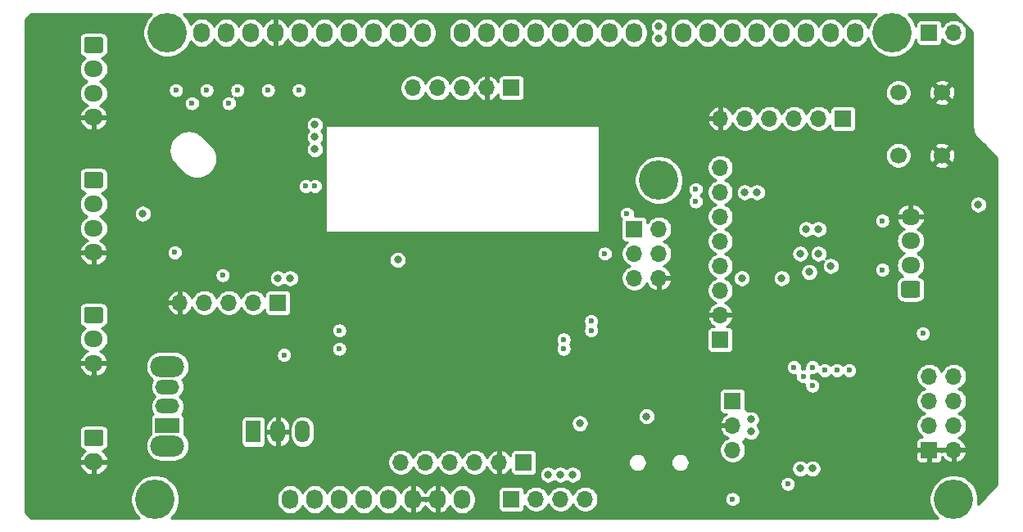
<source format=gbr>
G04 #@! TF.GenerationSoftware,KiCad,Pcbnew,(5.1.9)-1*
G04 #@! TF.CreationDate,2021-11-13T13:02:00+09:00*
G04 #@! TF.ProjectId,MainBoard2022_mega,4d61696e-426f-4617-9264-323032325f6d,rev?*
G04 #@! TF.SameCoordinates,Original*
G04 #@! TF.FileFunction,Copper,L3,Inr*
G04 #@! TF.FilePolarity,Positive*
%FSLAX46Y46*%
G04 Gerber Fmt 4.6, Leading zero omitted, Abs format (unit mm)*
G04 Created by KiCad (PCBNEW (5.1.9)-1) date 2021-11-13 13:02:00*
%MOMM*%
%LPD*%
G01*
G04 APERTURE LIST*
G04 #@! TA.AperFunction,ComponentPad*
%ADD10R,1.700000X1.700000*%
G04 #@! TD*
G04 #@! TA.AperFunction,ComponentPad*
%ADD11O,1.700000X1.700000*%
G04 #@! TD*
G04 #@! TA.AperFunction,ComponentPad*
%ADD12C,1.700000*%
G04 #@! TD*
G04 #@! TA.AperFunction,ComponentPad*
%ADD13O,1.950000X1.700000*%
G04 #@! TD*
G04 #@! TA.AperFunction,ComponentPad*
%ADD14R,1.500000X2.300000*%
G04 #@! TD*
G04 #@! TA.AperFunction,ComponentPad*
%ADD15O,1.500000X2.300000*%
G04 #@! TD*
G04 #@! TA.AperFunction,ComponentPad*
%ADD16R,2.500000X1.500000*%
G04 #@! TD*
G04 #@! TA.AperFunction,ComponentPad*
%ADD17O,2.500000X1.500000*%
G04 #@! TD*
G04 #@! TA.AperFunction,ComponentPad*
%ADD18O,3.500000X2.200000*%
G04 #@! TD*
G04 #@! TA.AperFunction,ComponentPad*
%ADD19O,2.000000X1.700000*%
G04 #@! TD*
G04 #@! TA.AperFunction,ComponentPad*
%ADD20O,1.727200X2.032000*%
G04 #@! TD*
G04 #@! TA.AperFunction,ComponentPad*
%ADD21C,4.064000*%
G04 #@! TD*
G04 #@! TA.AperFunction,ViaPad*
%ADD22C,0.800000*%
G04 #@! TD*
G04 #@! TA.AperFunction,ViaPad*
%ADD23C,0.600000*%
G04 #@! TD*
G04 #@! TA.AperFunction,Conductor*
%ADD24C,0.254000*%
G04 #@! TD*
G04 #@! TA.AperFunction,Conductor*
%ADD25C,0.100000*%
G04 #@! TD*
G04 APERTURE END LIST*
D10*
X166878000Y-91186000D03*
D11*
X169418000Y-91186000D03*
X166878000Y-93726000D03*
X169418000Y-93726000D03*
X166878000Y-96266000D03*
X169418000Y-96266000D03*
D12*
X198683000Y-77066000D03*
X198683000Y-83566000D03*
X194183000Y-77066000D03*
X194183000Y-83566000D03*
D10*
X155448000Y-115316000D03*
D11*
X152908000Y-115316000D03*
X150368000Y-115316000D03*
X147828000Y-115316000D03*
X145288000Y-115316000D03*
X142748000Y-115316000D03*
G04 #@! TA.AperFunction,ComponentPad*
G36*
G01*
X196178000Y-98266000D02*
X194728000Y-98266000D01*
G75*
G02*
X194478000Y-98016000I0J250000D01*
G01*
X194478000Y-96816000D01*
G75*
G02*
X194728000Y-96566000I250000J0D01*
G01*
X196178000Y-96566000D01*
G75*
G02*
X196428000Y-96816000I0J-250000D01*
G01*
X196428000Y-98016000D01*
G75*
G02*
X196178000Y-98266000I-250000J0D01*
G01*
G37*
G04 #@! TD.AperFunction*
D13*
X195453000Y-94916000D03*
X195453000Y-92416000D03*
X195453000Y-89916000D03*
D14*
X127508000Y-112141000D03*
D15*
X130048000Y-112141000D03*
X132588000Y-112141000D03*
D10*
X197358000Y-70866000D03*
D11*
X199898000Y-70866000D03*
D10*
X197358000Y-114046000D03*
D11*
X199898000Y-114046000D03*
X197358000Y-111506000D03*
X199898000Y-111506000D03*
X197358000Y-108966000D03*
X199898000Y-108966000D03*
X197358000Y-106426000D03*
X199898000Y-106426000D03*
D10*
X154178000Y-119126000D03*
D11*
X156718000Y-119126000D03*
X159258000Y-119126000D03*
X161798000Y-119126000D03*
D10*
X177038000Y-108966000D03*
D11*
X177038000Y-111506000D03*
X177038000Y-114046000D03*
D16*
X118618000Y-111506000D03*
D17*
X118618000Y-109506000D03*
X118618000Y-107506000D03*
D18*
X118618000Y-113606000D03*
X118618000Y-105406000D03*
G04 #@! TA.AperFunction,ComponentPad*
G36*
G01*
X110273000Y-71286000D02*
X111723000Y-71286000D01*
G75*
G02*
X111973000Y-71536000I0J-250000D01*
G01*
X111973000Y-72736000D01*
G75*
G02*
X111723000Y-72986000I-250000J0D01*
G01*
X110273000Y-72986000D01*
G75*
G02*
X110023000Y-72736000I0J250000D01*
G01*
X110023000Y-71536000D01*
G75*
G02*
X110273000Y-71286000I250000J0D01*
G01*
G37*
G04 #@! TD.AperFunction*
D13*
X110998000Y-74636000D03*
X110998000Y-77136000D03*
X110998000Y-79636000D03*
X110998000Y-105076000D03*
X110998000Y-102576000D03*
G04 #@! TA.AperFunction,ComponentPad*
G36*
G01*
X110273000Y-99226000D02*
X111723000Y-99226000D01*
G75*
G02*
X111973000Y-99476000I0J-250000D01*
G01*
X111973000Y-100676000D01*
G75*
G02*
X111723000Y-100926000I-250000J0D01*
G01*
X110273000Y-100926000D01*
G75*
G02*
X110023000Y-100676000I0J250000D01*
G01*
X110023000Y-99476000D01*
G75*
G02*
X110273000Y-99226000I250000J0D01*
G01*
G37*
G04 #@! TD.AperFunction*
D10*
X175768000Y-102616000D03*
D11*
X175768000Y-100076000D03*
X175768000Y-97536000D03*
X175768000Y-94996000D03*
X175768000Y-92456000D03*
X175768000Y-89916000D03*
X175768000Y-87376000D03*
X175768000Y-84836000D03*
D10*
X130048000Y-98806000D03*
D11*
X127508000Y-98806000D03*
X124968000Y-98806000D03*
X122428000Y-98806000D03*
X119888000Y-98806000D03*
D10*
X154178000Y-76581000D03*
D11*
X151638000Y-76581000D03*
X149098000Y-76581000D03*
X146558000Y-76581000D03*
X144018000Y-76581000D03*
D10*
X188468000Y-79756000D03*
D11*
X185928000Y-79756000D03*
X183388000Y-79756000D03*
X180848000Y-79756000D03*
X178308000Y-79756000D03*
X175768000Y-79756000D03*
G04 #@! TA.AperFunction,ComponentPad*
G36*
G01*
X110273000Y-85256000D02*
X111723000Y-85256000D01*
G75*
G02*
X111973000Y-85506000I0J-250000D01*
G01*
X111973000Y-86706000D01*
G75*
G02*
X111723000Y-86956000I-250000J0D01*
G01*
X110273000Y-86956000D01*
G75*
G02*
X110023000Y-86706000I0J250000D01*
G01*
X110023000Y-85506000D01*
G75*
G02*
X110273000Y-85256000I250000J0D01*
G01*
G37*
G04 #@! TD.AperFunction*
D13*
X110998000Y-88606000D03*
X110998000Y-91106000D03*
X110998000Y-93606000D03*
G04 #@! TA.AperFunction,ComponentPad*
G36*
G01*
X110248000Y-111926000D02*
X111748000Y-111926000D01*
G75*
G02*
X111998000Y-112176000I0J-250000D01*
G01*
X111998000Y-113376000D01*
G75*
G02*
X111748000Y-113626000I-250000J0D01*
G01*
X110248000Y-113626000D01*
G75*
G02*
X109998000Y-113376000I0J250000D01*
G01*
X109998000Y-112176000D01*
G75*
G02*
X110248000Y-111926000I250000J0D01*
G01*
G37*
G04 #@! TD.AperFunction*
D19*
X110998000Y-115276000D03*
D20*
X149098000Y-119126000D03*
X146558000Y-119126000D03*
X144018000Y-119126000D03*
X141478000Y-119126000D03*
X138938000Y-119126000D03*
X136398000Y-119126000D03*
X133858000Y-119126000D03*
X131318000Y-119126000D03*
X145034000Y-70866000D03*
X142494000Y-70866000D03*
X139954000Y-70866000D03*
X137414000Y-70866000D03*
X134874000Y-70866000D03*
X132334000Y-70866000D03*
X129794000Y-70866000D03*
X127254000Y-70866000D03*
X124714000Y-70866000D03*
X122174000Y-70866000D03*
X166878000Y-70866000D03*
X164338000Y-70866000D03*
X161798000Y-70866000D03*
X159258000Y-70866000D03*
X156718000Y-70866000D03*
X154178000Y-70866000D03*
X151638000Y-70866000D03*
X149098000Y-70866000D03*
X189738000Y-70866000D03*
X187198000Y-70866000D03*
X184658000Y-70866000D03*
X182118000Y-70866000D03*
X179578000Y-70866000D03*
X177038000Y-70866000D03*
X174498000Y-70866000D03*
X171958000Y-70866000D03*
D21*
X117348000Y-119126000D03*
X199898000Y-119126000D03*
X118618000Y-70866000D03*
X169418000Y-86106000D03*
X193548000Y-70866000D03*
D22*
X198628000Y-88646000D03*
X202438000Y-98806000D03*
D23*
X124015500Y-101346000D03*
D22*
X187198000Y-93726000D03*
X194500500Y-99441000D03*
X189308000Y-99553500D03*
X189308000Y-101141000D03*
X183705500Y-102298500D03*
X182118000Y-86741000D03*
D23*
X163830000Y-94678500D03*
D22*
X159575500Y-93726000D03*
X125285500Y-82296000D03*
D23*
X161798000Y-99441000D03*
X125090500Y-116781000D03*
D22*
X131000500Y-93091000D03*
X132270500Y-93091000D03*
X131635500Y-94043500D03*
X124015500Y-82296000D03*
X121793000Y-90233500D03*
X120523000Y-90233500D03*
X128460500Y-78486000D03*
X130365500Y-88011000D03*
X142430500Y-93091000D03*
X143383000Y-108966000D03*
X161253000Y-113003500D03*
D23*
X177990500Y-98806000D03*
D22*
X116078000Y-85153500D03*
X173818000Y-115361000D03*
X165018000Y-115271000D03*
X167195500Y-120396000D03*
X171640500Y-120396000D03*
X133858000Y-84201000D03*
X202438000Y-83566000D03*
X196088000Y-69278500D03*
X198628000Y-69278500D03*
X191008000Y-69278500D03*
X183388000Y-69278500D03*
X175768000Y-69278500D03*
X163068000Y-69278500D03*
X155448000Y-69278500D03*
X147193000Y-69278500D03*
X121158000Y-69278500D03*
X138620500Y-69278500D03*
X116078000Y-69278500D03*
X110998000Y-69278500D03*
X104648000Y-69596000D03*
X104330500Y-87058500D03*
X133858000Y-76898500D03*
X142113000Y-76898500D03*
X154495500Y-93091000D03*
X153543000Y-108331000D03*
X148145500Y-96583500D03*
X151955500Y-99758500D03*
X144335500Y-99758500D03*
X148145500Y-104521000D03*
X177990500Y-91186000D03*
X160528000Y-116586000D03*
X159258000Y-116586000D03*
X157988000Y-116586000D03*
X168148000Y-110553500D03*
X178943000Y-112141000D03*
X178943000Y-110871000D03*
X169418000Y-70231000D03*
X169418000Y-71501000D03*
X184023000Y-115951000D03*
X185293000Y-115951000D03*
D23*
X163830000Y-93726000D03*
X130683000Y-104203500D03*
X186563000Y-105791000D03*
X133858000Y-86741000D03*
D22*
X142430500Y-94361000D03*
X116078000Y-89598500D03*
X161253000Y-111278500D03*
X130048000Y-96266000D03*
X131318000Y-96266000D03*
X202438000Y-88646000D03*
X178308000Y-87376000D03*
X177990500Y-96266000D03*
X133858000Y-82931000D03*
X133858000Y-81661000D03*
X133858000Y-80391000D03*
X179578000Y-87376000D03*
X187198000Y-94996000D03*
D23*
X192518000Y-95391000D03*
X192518000Y-90311000D03*
X119493000Y-76821000D03*
X132193000Y-76821000D03*
X129018000Y-76821000D03*
X125843000Y-76821000D03*
X122668000Y-76821000D03*
D22*
X184658000Y-91186000D03*
X185928000Y-91186000D03*
D23*
X166116000Y-89598500D03*
D22*
X184975500Y-95631000D03*
X185928000Y-93726000D03*
D23*
X132905500Y-86741000D03*
X173228000Y-88328500D03*
X173228000Y-87058500D03*
X159575500Y-102616000D03*
X183388000Y-105473500D03*
X124333000Y-95948500D03*
X124968000Y-78168500D03*
X121158000Y-78168500D03*
X119380000Y-93599000D03*
X182753000Y-117538500D03*
X177038000Y-119126000D03*
X159575500Y-103568500D03*
X162433000Y-101663500D03*
X136395500Y-103566000D03*
D22*
X184023000Y-93726000D03*
X182118000Y-96266000D03*
D23*
X162433000Y-100711000D03*
X136395500Y-101666000D03*
X185293000Y-105473500D03*
X187833000Y-105791000D03*
X184340500Y-106426000D03*
X189103000Y-105791000D03*
X185293000Y-107378500D03*
X196723000Y-101981000D03*
D24*
X116645053Y-69246844D02*
X116367081Y-69662859D01*
X116175611Y-70125109D01*
X116078000Y-70615832D01*
X116078000Y-71116168D01*
X116175611Y-71606891D01*
X116367081Y-72069141D01*
X116645053Y-72485156D01*
X116998844Y-72838947D01*
X117414859Y-73116919D01*
X117877109Y-73308389D01*
X118367832Y-73406000D01*
X118868168Y-73406000D01*
X119358891Y-73308389D01*
X119821141Y-73116919D01*
X120237156Y-72838947D01*
X120590947Y-72485156D01*
X120868919Y-72069141D01*
X121004908Y-71740833D01*
X121028039Y-71784107D01*
X121199441Y-71992960D01*
X121408294Y-72164361D01*
X121646573Y-72291724D01*
X121905120Y-72370154D01*
X122174000Y-72396636D01*
X122442881Y-72370154D01*
X122701428Y-72291724D01*
X122939707Y-72164361D01*
X123148560Y-71992960D01*
X123319961Y-71784107D01*
X123444000Y-71552046D01*
X123568039Y-71784107D01*
X123739441Y-71992960D01*
X123948294Y-72164361D01*
X124186573Y-72291724D01*
X124445120Y-72370154D01*
X124714000Y-72396636D01*
X124982881Y-72370154D01*
X125241428Y-72291724D01*
X125479707Y-72164361D01*
X125688560Y-71992960D01*
X125859961Y-71784107D01*
X125984000Y-71552046D01*
X126108039Y-71784107D01*
X126279441Y-71992960D01*
X126488294Y-72164361D01*
X126726573Y-72291724D01*
X126985120Y-72370154D01*
X127254000Y-72396636D01*
X127522881Y-72370154D01*
X127781428Y-72291724D01*
X128019707Y-72164361D01*
X128228560Y-71992960D01*
X128399961Y-71784107D01*
X128527324Y-71545827D01*
X128529366Y-71539095D01*
X128610246Y-71714015D01*
X128768699Y-71931588D01*
X128966554Y-72114068D01*
X129196207Y-72254442D01*
X129448833Y-72347315D01*
X129454920Y-72347427D01*
X129667000Y-72256503D01*
X129667000Y-70993000D01*
X129647000Y-70993000D01*
X129647000Y-70739000D01*
X129667000Y-70739000D01*
X129667000Y-69475497D01*
X129921000Y-69475497D01*
X129921000Y-70739000D01*
X129941000Y-70739000D01*
X129941000Y-70993000D01*
X129921000Y-70993000D01*
X129921000Y-72256503D01*
X130133080Y-72347427D01*
X130139167Y-72347315D01*
X130391793Y-72254442D01*
X130621446Y-72114068D01*
X130819301Y-71931588D01*
X130977754Y-71714015D01*
X131058634Y-71539095D01*
X131060676Y-71545828D01*
X131188039Y-71784107D01*
X131359441Y-71992960D01*
X131568294Y-72164361D01*
X131806573Y-72291724D01*
X132065120Y-72370154D01*
X132334000Y-72396636D01*
X132602881Y-72370154D01*
X132861428Y-72291724D01*
X133099707Y-72164361D01*
X133308560Y-71992960D01*
X133479961Y-71784107D01*
X133604000Y-71552046D01*
X133728039Y-71784107D01*
X133899441Y-71992960D01*
X134108294Y-72164361D01*
X134346573Y-72291724D01*
X134605120Y-72370154D01*
X134874000Y-72396636D01*
X135142881Y-72370154D01*
X135401428Y-72291724D01*
X135639707Y-72164361D01*
X135848560Y-71992960D01*
X136019961Y-71784107D01*
X136144000Y-71552046D01*
X136268039Y-71784107D01*
X136439441Y-71992960D01*
X136648294Y-72164361D01*
X136886573Y-72291724D01*
X137145120Y-72370154D01*
X137414000Y-72396636D01*
X137682881Y-72370154D01*
X137941428Y-72291724D01*
X138179707Y-72164361D01*
X138388560Y-71992960D01*
X138559961Y-71784107D01*
X138684000Y-71552046D01*
X138808039Y-71784107D01*
X138979441Y-71992960D01*
X139188294Y-72164361D01*
X139426573Y-72291724D01*
X139685120Y-72370154D01*
X139954000Y-72396636D01*
X140222881Y-72370154D01*
X140481428Y-72291724D01*
X140719707Y-72164361D01*
X140928560Y-71992960D01*
X141099961Y-71784107D01*
X141224000Y-71552046D01*
X141348039Y-71784107D01*
X141519441Y-71992960D01*
X141728294Y-72164361D01*
X141966573Y-72291724D01*
X142225120Y-72370154D01*
X142494000Y-72396636D01*
X142762881Y-72370154D01*
X143021428Y-72291724D01*
X143259707Y-72164361D01*
X143468560Y-71992960D01*
X143639961Y-71784107D01*
X143764000Y-71552046D01*
X143888039Y-71784107D01*
X144059441Y-71992960D01*
X144268294Y-72164361D01*
X144506573Y-72291724D01*
X144765120Y-72370154D01*
X145034000Y-72396636D01*
X145302881Y-72370154D01*
X145561428Y-72291724D01*
X145799707Y-72164361D01*
X146008560Y-71992960D01*
X146179961Y-71784107D01*
X146307324Y-71545827D01*
X146385754Y-71287280D01*
X146405600Y-71085777D01*
X146405600Y-70646223D01*
X147726400Y-70646223D01*
X147726400Y-71085778D01*
X147746246Y-71287281D01*
X147824676Y-71545828D01*
X147952039Y-71784107D01*
X148123441Y-71992960D01*
X148332294Y-72164361D01*
X148570573Y-72291724D01*
X148829120Y-72370154D01*
X149098000Y-72396636D01*
X149366881Y-72370154D01*
X149625428Y-72291724D01*
X149863707Y-72164361D01*
X150072560Y-71992960D01*
X150243961Y-71784107D01*
X150368000Y-71552046D01*
X150492039Y-71784107D01*
X150663441Y-71992960D01*
X150872294Y-72164361D01*
X151110573Y-72291724D01*
X151369120Y-72370154D01*
X151638000Y-72396636D01*
X151906881Y-72370154D01*
X152165428Y-72291724D01*
X152403707Y-72164361D01*
X152612560Y-71992960D01*
X152783961Y-71784107D01*
X152908000Y-71552046D01*
X153032039Y-71784107D01*
X153203441Y-71992960D01*
X153412294Y-72164361D01*
X153650573Y-72291724D01*
X153909120Y-72370154D01*
X154178000Y-72396636D01*
X154446881Y-72370154D01*
X154705428Y-72291724D01*
X154943707Y-72164361D01*
X155152560Y-71992960D01*
X155323961Y-71784107D01*
X155448000Y-71552046D01*
X155572039Y-71784107D01*
X155743441Y-71992960D01*
X155952294Y-72164361D01*
X156190573Y-72291724D01*
X156449120Y-72370154D01*
X156718000Y-72396636D01*
X156986881Y-72370154D01*
X157245428Y-72291724D01*
X157483707Y-72164361D01*
X157692560Y-71992960D01*
X157863961Y-71784107D01*
X157988000Y-71552046D01*
X158112039Y-71784107D01*
X158283441Y-71992960D01*
X158492294Y-72164361D01*
X158730573Y-72291724D01*
X158989120Y-72370154D01*
X159258000Y-72396636D01*
X159526881Y-72370154D01*
X159785428Y-72291724D01*
X160023707Y-72164361D01*
X160232560Y-71992960D01*
X160403961Y-71784107D01*
X160528000Y-71552046D01*
X160652039Y-71784107D01*
X160823441Y-71992960D01*
X161032294Y-72164361D01*
X161270573Y-72291724D01*
X161529120Y-72370154D01*
X161798000Y-72396636D01*
X162066881Y-72370154D01*
X162325428Y-72291724D01*
X162563707Y-72164361D01*
X162772560Y-71992960D01*
X162943961Y-71784107D01*
X163068000Y-71552046D01*
X163192039Y-71784107D01*
X163363441Y-71992960D01*
X163572294Y-72164361D01*
X163810573Y-72291724D01*
X164069120Y-72370154D01*
X164338000Y-72396636D01*
X164606881Y-72370154D01*
X164865428Y-72291724D01*
X165103707Y-72164361D01*
X165312560Y-71992960D01*
X165483961Y-71784107D01*
X165608000Y-71552046D01*
X165732039Y-71784107D01*
X165903441Y-71992960D01*
X166112294Y-72164361D01*
X166350573Y-72291724D01*
X166609120Y-72370154D01*
X166878000Y-72396636D01*
X167146881Y-72370154D01*
X167405428Y-72291724D01*
X167643707Y-72164361D01*
X167852560Y-71992960D01*
X168023961Y-71784107D01*
X168151324Y-71545827D01*
X168229754Y-71287280D01*
X168249600Y-71085777D01*
X168249600Y-70646222D01*
X168229754Y-70444719D01*
X168151324Y-70186172D01*
X168127484Y-70141570D01*
X168510000Y-70141570D01*
X168510000Y-70320430D01*
X168544894Y-70495854D01*
X168613341Y-70661099D01*
X168712711Y-70809816D01*
X168768895Y-70866000D01*
X168712711Y-70922184D01*
X168613341Y-71070901D01*
X168544894Y-71236146D01*
X168510000Y-71411570D01*
X168510000Y-71590430D01*
X168544894Y-71765854D01*
X168613341Y-71931099D01*
X168712711Y-72079816D01*
X168839184Y-72206289D01*
X168987901Y-72305659D01*
X169153146Y-72374106D01*
X169328570Y-72409000D01*
X169507430Y-72409000D01*
X169682854Y-72374106D01*
X169848099Y-72305659D01*
X169996816Y-72206289D01*
X170123289Y-72079816D01*
X170222659Y-71931099D01*
X170291106Y-71765854D01*
X170326000Y-71590430D01*
X170326000Y-71411570D01*
X170291106Y-71236146D01*
X170222659Y-71070901D01*
X170123289Y-70922184D01*
X170067105Y-70866000D01*
X170123289Y-70809816D01*
X170222659Y-70661099D01*
X170291106Y-70495854D01*
X170326000Y-70320430D01*
X170326000Y-70141570D01*
X170291106Y-69966146D01*
X170222659Y-69800901D01*
X170123289Y-69652184D01*
X169996816Y-69525711D01*
X169848099Y-69426341D01*
X169682854Y-69357894D01*
X169507430Y-69323000D01*
X169328570Y-69323000D01*
X169153146Y-69357894D01*
X168987901Y-69426341D01*
X168839184Y-69525711D01*
X168712711Y-69652184D01*
X168613341Y-69800901D01*
X168544894Y-69966146D01*
X168510000Y-70141570D01*
X168127484Y-70141570D01*
X168023961Y-69947893D01*
X167852559Y-69739040D01*
X167643706Y-69567639D01*
X167405427Y-69440276D01*
X167146880Y-69361846D01*
X166878000Y-69335364D01*
X166609119Y-69361846D01*
X166350572Y-69440276D01*
X166112293Y-69567639D01*
X165903440Y-69739041D01*
X165732039Y-69947894D01*
X165608000Y-70179954D01*
X165483961Y-69947893D01*
X165312559Y-69739040D01*
X165103706Y-69567639D01*
X164865427Y-69440276D01*
X164606880Y-69361846D01*
X164338000Y-69335364D01*
X164069119Y-69361846D01*
X163810572Y-69440276D01*
X163572293Y-69567639D01*
X163363440Y-69739041D01*
X163192039Y-69947894D01*
X163068000Y-70179954D01*
X162943961Y-69947893D01*
X162772559Y-69739040D01*
X162563706Y-69567639D01*
X162325427Y-69440276D01*
X162066880Y-69361846D01*
X161798000Y-69335364D01*
X161529119Y-69361846D01*
X161270572Y-69440276D01*
X161032293Y-69567639D01*
X160823440Y-69739041D01*
X160652039Y-69947894D01*
X160528000Y-70179954D01*
X160403961Y-69947893D01*
X160232559Y-69739040D01*
X160023706Y-69567639D01*
X159785427Y-69440276D01*
X159526880Y-69361846D01*
X159258000Y-69335364D01*
X158989119Y-69361846D01*
X158730572Y-69440276D01*
X158492293Y-69567639D01*
X158283440Y-69739041D01*
X158112039Y-69947894D01*
X157988000Y-70179954D01*
X157863961Y-69947893D01*
X157692559Y-69739040D01*
X157483706Y-69567639D01*
X157245427Y-69440276D01*
X156986880Y-69361846D01*
X156718000Y-69335364D01*
X156449119Y-69361846D01*
X156190572Y-69440276D01*
X155952293Y-69567639D01*
X155743440Y-69739041D01*
X155572039Y-69947894D01*
X155448000Y-70179954D01*
X155323961Y-69947893D01*
X155152559Y-69739040D01*
X154943706Y-69567639D01*
X154705427Y-69440276D01*
X154446880Y-69361846D01*
X154178000Y-69335364D01*
X153909119Y-69361846D01*
X153650572Y-69440276D01*
X153412293Y-69567639D01*
X153203440Y-69739041D01*
X153032039Y-69947894D01*
X152908000Y-70179954D01*
X152783961Y-69947893D01*
X152612559Y-69739040D01*
X152403706Y-69567639D01*
X152165427Y-69440276D01*
X151906880Y-69361846D01*
X151638000Y-69335364D01*
X151369119Y-69361846D01*
X151110572Y-69440276D01*
X150872293Y-69567639D01*
X150663440Y-69739041D01*
X150492039Y-69947894D01*
X150368000Y-70179954D01*
X150243961Y-69947893D01*
X150072559Y-69739040D01*
X149863706Y-69567639D01*
X149625427Y-69440276D01*
X149366880Y-69361846D01*
X149098000Y-69335364D01*
X148829119Y-69361846D01*
X148570572Y-69440276D01*
X148332293Y-69567639D01*
X148123440Y-69739041D01*
X147952039Y-69947894D01*
X147824676Y-70186173D01*
X147746246Y-70444720D01*
X147726400Y-70646223D01*
X146405600Y-70646223D01*
X146405600Y-70646222D01*
X146385754Y-70444719D01*
X146307324Y-70186172D01*
X146179961Y-69947893D01*
X146008559Y-69739040D01*
X145799706Y-69567639D01*
X145561427Y-69440276D01*
X145302880Y-69361846D01*
X145034000Y-69335364D01*
X144765119Y-69361846D01*
X144506572Y-69440276D01*
X144268293Y-69567639D01*
X144059440Y-69739041D01*
X143888039Y-69947894D01*
X143764000Y-70179954D01*
X143639961Y-69947893D01*
X143468559Y-69739040D01*
X143259706Y-69567639D01*
X143021427Y-69440276D01*
X142762880Y-69361846D01*
X142494000Y-69335364D01*
X142225119Y-69361846D01*
X141966572Y-69440276D01*
X141728293Y-69567639D01*
X141519440Y-69739041D01*
X141348039Y-69947894D01*
X141224000Y-70179954D01*
X141099961Y-69947893D01*
X140928559Y-69739040D01*
X140719706Y-69567639D01*
X140481427Y-69440276D01*
X140222880Y-69361846D01*
X139954000Y-69335364D01*
X139685119Y-69361846D01*
X139426572Y-69440276D01*
X139188293Y-69567639D01*
X138979440Y-69739041D01*
X138808039Y-69947894D01*
X138684000Y-70179954D01*
X138559961Y-69947893D01*
X138388559Y-69739040D01*
X138179706Y-69567639D01*
X137941427Y-69440276D01*
X137682880Y-69361846D01*
X137414000Y-69335364D01*
X137145119Y-69361846D01*
X136886572Y-69440276D01*
X136648293Y-69567639D01*
X136439440Y-69739041D01*
X136268039Y-69947894D01*
X136144000Y-70179954D01*
X136019961Y-69947893D01*
X135848559Y-69739040D01*
X135639706Y-69567639D01*
X135401427Y-69440276D01*
X135142880Y-69361846D01*
X134874000Y-69335364D01*
X134605119Y-69361846D01*
X134346572Y-69440276D01*
X134108293Y-69567639D01*
X133899440Y-69739041D01*
X133728039Y-69947894D01*
X133604000Y-70179954D01*
X133479961Y-69947893D01*
X133308559Y-69739040D01*
X133099706Y-69567639D01*
X132861427Y-69440276D01*
X132602880Y-69361846D01*
X132334000Y-69335364D01*
X132065119Y-69361846D01*
X131806572Y-69440276D01*
X131568293Y-69567639D01*
X131359440Y-69739041D01*
X131188039Y-69947894D01*
X131060676Y-70186173D01*
X131058634Y-70192905D01*
X130977754Y-70017985D01*
X130819301Y-69800412D01*
X130621446Y-69617932D01*
X130391793Y-69477558D01*
X130139167Y-69384685D01*
X130133080Y-69384573D01*
X129921000Y-69475497D01*
X129667000Y-69475497D01*
X129454920Y-69384573D01*
X129448833Y-69384685D01*
X129196207Y-69477558D01*
X128966554Y-69617932D01*
X128768699Y-69800412D01*
X128610246Y-70017985D01*
X128529366Y-70192905D01*
X128527324Y-70186172D01*
X128399961Y-69947893D01*
X128228559Y-69739040D01*
X128019706Y-69567639D01*
X127781427Y-69440276D01*
X127522880Y-69361846D01*
X127254000Y-69335364D01*
X126985119Y-69361846D01*
X126726572Y-69440276D01*
X126488293Y-69567639D01*
X126279440Y-69739041D01*
X126108039Y-69947894D01*
X125984000Y-70179954D01*
X125859961Y-69947893D01*
X125688559Y-69739040D01*
X125479706Y-69567639D01*
X125241427Y-69440276D01*
X124982880Y-69361846D01*
X124714000Y-69335364D01*
X124445119Y-69361846D01*
X124186572Y-69440276D01*
X123948293Y-69567639D01*
X123739440Y-69739041D01*
X123568039Y-69947894D01*
X123444000Y-70179954D01*
X123319961Y-69947893D01*
X123148559Y-69739040D01*
X122939706Y-69567639D01*
X122701427Y-69440276D01*
X122442880Y-69361846D01*
X122174000Y-69335364D01*
X121905119Y-69361846D01*
X121646572Y-69440276D01*
X121408293Y-69567639D01*
X121199440Y-69739041D01*
X121028039Y-69947894D01*
X121004909Y-69991168D01*
X120868919Y-69662859D01*
X120590947Y-69246844D01*
X120253102Y-68908999D01*
X191912896Y-68909001D01*
X191575053Y-69246844D01*
X191297081Y-69662859D01*
X191105611Y-70125109D01*
X191060934Y-70349714D01*
X191011324Y-70186172D01*
X190883961Y-69947893D01*
X190712559Y-69739040D01*
X190503706Y-69567639D01*
X190265427Y-69440276D01*
X190006880Y-69361846D01*
X189738000Y-69335364D01*
X189469119Y-69361846D01*
X189210572Y-69440276D01*
X188972293Y-69567639D01*
X188763440Y-69739041D01*
X188592039Y-69947894D01*
X188468000Y-70179954D01*
X188343961Y-69947893D01*
X188172559Y-69739040D01*
X187963706Y-69567639D01*
X187725427Y-69440276D01*
X187466880Y-69361846D01*
X187198000Y-69335364D01*
X186929119Y-69361846D01*
X186670572Y-69440276D01*
X186432293Y-69567639D01*
X186223440Y-69739041D01*
X186052039Y-69947894D01*
X185928000Y-70179954D01*
X185803961Y-69947893D01*
X185632559Y-69739040D01*
X185423706Y-69567639D01*
X185185427Y-69440276D01*
X184926880Y-69361846D01*
X184658000Y-69335364D01*
X184389119Y-69361846D01*
X184130572Y-69440276D01*
X183892293Y-69567639D01*
X183683440Y-69739041D01*
X183512039Y-69947894D01*
X183388000Y-70179954D01*
X183263961Y-69947893D01*
X183092559Y-69739040D01*
X182883706Y-69567639D01*
X182645427Y-69440276D01*
X182386880Y-69361846D01*
X182118000Y-69335364D01*
X181849119Y-69361846D01*
X181590572Y-69440276D01*
X181352293Y-69567639D01*
X181143440Y-69739041D01*
X180972039Y-69947894D01*
X180848000Y-70179954D01*
X180723961Y-69947893D01*
X180552559Y-69739040D01*
X180343706Y-69567639D01*
X180105427Y-69440276D01*
X179846880Y-69361846D01*
X179578000Y-69335364D01*
X179309119Y-69361846D01*
X179050572Y-69440276D01*
X178812293Y-69567639D01*
X178603440Y-69739041D01*
X178432039Y-69947894D01*
X178308000Y-70179954D01*
X178183961Y-69947893D01*
X178012559Y-69739040D01*
X177803706Y-69567639D01*
X177565427Y-69440276D01*
X177306880Y-69361846D01*
X177038000Y-69335364D01*
X176769119Y-69361846D01*
X176510572Y-69440276D01*
X176272293Y-69567639D01*
X176063440Y-69739041D01*
X175892039Y-69947894D01*
X175768000Y-70179954D01*
X175643961Y-69947893D01*
X175472559Y-69739040D01*
X175263706Y-69567639D01*
X175025427Y-69440276D01*
X174766880Y-69361846D01*
X174498000Y-69335364D01*
X174229119Y-69361846D01*
X173970572Y-69440276D01*
X173732293Y-69567639D01*
X173523440Y-69739041D01*
X173352039Y-69947894D01*
X173228000Y-70179954D01*
X173103961Y-69947893D01*
X172932559Y-69739040D01*
X172723706Y-69567639D01*
X172485427Y-69440276D01*
X172226880Y-69361846D01*
X171958000Y-69335364D01*
X171689119Y-69361846D01*
X171430572Y-69440276D01*
X171192293Y-69567639D01*
X170983440Y-69739041D01*
X170812039Y-69947894D01*
X170684676Y-70186173D01*
X170606246Y-70444720D01*
X170586400Y-70646223D01*
X170586400Y-71085778D01*
X170606246Y-71287281D01*
X170684676Y-71545828D01*
X170812039Y-71784107D01*
X170983441Y-71992960D01*
X171192294Y-72164361D01*
X171430573Y-72291724D01*
X171689120Y-72370154D01*
X171958000Y-72396636D01*
X172226881Y-72370154D01*
X172485428Y-72291724D01*
X172723707Y-72164361D01*
X172932560Y-71992960D01*
X173103961Y-71784107D01*
X173228000Y-71552046D01*
X173352039Y-71784107D01*
X173523441Y-71992960D01*
X173732294Y-72164361D01*
X173970573Y-72291724D01*
X174229120Y-72370154D01*
X174498000Y-72396636D01*
X174766881Y-72370154D01*
X175025428Y-72291724D01*
X175263707Y-72164361D01*
X175472560Y-71992960D01*
X175643961Y-71784107D01*
X175768000Y-71552046D01*
X175892039Y-71784107D01*
X176063441Y-71992960D01*
X176272294Y-72164361D01*
X176510573Y-72291724D01*
X176769120Y-72370154D01*
X177038000Y-72396636D01*
X177306881Y-72370154D01*
X177565428Y-72291724D01*
X177803707Y-72164361D01*
X178012560Y-71992960D01*
X178183961Y-71784107D01*
X178308000Y-71552046D01*
X178432039Y-71784107D01*
X178603441Y-71992960D01*
X178812294Y-72164361D01*
X179050573Y-72291724D01*
X179309120Y-72370154D01*
X179578000Y-72396636D01*
X179846881Y-72370154D01*
X180105428Y-72291724D01*
X180343707Y-72164361D01*
X180552560Y-71992960D01*
X180723961Y-71784107D01*
X180848000Y-71552046D01*
X180972039Y-71784107D01*
X181143441Y-71992960D01*
X181352294Y-72164361D01*
X181590573Y-72291724D01*
X181849120Y-72370154D01*
X182118000Y-72396636D01*
X182386881Y-72370154D01*
X182645428Y-72291724D01*
X182883707Y-72164361D01*
X183092560Y-71992960D01*
X183263961Y-71784107D01*
X183388000Y-71552046D01*
X183512039Y-71784107D01*
X183683441Y-71992960D01*
X183892294Y-72164361D01*
X184130573Y-72291724D01*
X184389120Y-72370154D01*
X184658000Y-72396636D01*
X184926881Y-72370154D01*
X185185428Y-72291724D01*
X185423707Y-72164361D01*
X185632560Y-71992960D01*
X185803961Y-71784107D01*
X185928000Y-71552046D01*
X186052039Y-71784107D01*
X186223441Y-71992960D01*
X186432294Y-72164361D01*
X186670573Y-72291724D01*
X186929120Y-72370154D01*
X187198000Y-72396636D01*
X187466881Y-72370154D01*
X187725428Y-72291724D01*
X187963707Y-72164361D01*
X188172560Y-71992960D01*
X188343961Y-71784107D01*
X188468000Y-71552046D01*
X188592039Y-71784107D01*
X188763441Y-71992960D01*
X188972294Y-72164361D01*
X189210573Y-72291724D01*
X189469120Y-72370154D01*
X189738000Y-72396636D01*
X190006881Y-72370154D01*
X190265428Y-72291724D01*
X190503707Y-72164361D01*
X190712560Y-71992960D01*
X190883961Y-71784107D01*
X191011324Y-71545827D01*
X191060934Y-71382286D01*
X191105611Y-71606891D01*
X191297081Y-72069141D01*
X191575053Y-72485156D01*
X191928844Y-72838947D01*
X192344859Y-73116919D01*
X192807109Y-73308389D01*
X193297832Y-73406000D01*
X193798168Y-73406000D01*
X194288891Y-73308389D01*
X194751141Y-73116919D01*
X195167156Y-72838947D01*
X195520947Y-72485156D01*
X195798919Y-72069141D01*
X195990389Y-71606891D01*
X195997543Y-71570925D01*
X195997543Y-71716000D01*
X196007351Y-71815585D01*
X196036399Y-71911343D01*
X196083571Y-71999595D01*
X196147052Y-72076948D01*
X196224405Y-72140429D01*
X196312657Y-72187601D01*
X196408415Y-72216649D01*
X196508000Y-72226457D01*
X198208000Y-72226457D01*
X198307585Y-72216649D01*
X198403343Y-72187601D01*
X198491595Y-72140429D01*
X198568948Y-72076948D01*
X198632429Y-71999595D01*
X198679601Y-71911343D01*
X198708649Y-71815585D01*
X198718457Y-71716000D01*
X198718457Y-71545025D01*
X198843172Y-71731675D01*
X199032325Y-71920828D01*
X199254746Y-72069444D01*
X199501886Y-72171813D01*
X199764249Y-72224000D01*
X200031751Y-72224000D01*
X200294114Y-72171813D01*
X200541254Y-72069444D01*
X200763675Y-71920828D01*
X200952828Y-71731675D01*
X201101444Y-71509254D01*
X201203813Y-71262114D01*
X201256000Y-70999751D01*
X201256000Y-70732249D01*
X201203813Y-70469886D01*
X201101444Y-70222746D01*
X200952828Y-70000325D01*
X200763675Y-69811172D01*
X200541254Y-69662556D01*
X200294114Y-69560187D01*
X200031751Y-69508000D01*
X199764249Y-69508000D01*
X199501886Y-69560187D01*
X199254746Y-69662556D01*
X199032325Y-69811172D01*
X198843172Y-70000325D01*
X198718457Y-70186975D01*
X198718457Y-70016000D01*
X198708649Y-69916415D01*
X198679601Y-69820657D01*
X198632429Y-69732405D01*
X198568948Y-69655052D01*
X198491595Y-69591571D01*
X198403343Y-69544399D01*
X198307585Y-69515351D01*
X198208000Y-69505543D01*
X196508000Y-69505543D01*
X196408415Y-69515351D01*
X196312657Y-69544399D01*
X196224405Y-69591571D01*
X196147052Y-69655052D01*
X196083571Y-69732405D01*
X196036399Y-69820657D01*
X196007351Y-69916415D01*
X195997543Y-70016000D01*
X195997543Y-70161075D01*
X195990389Y-70125109D01*
X195798919Y-69662859D01*
X195520947Y-69246844D01*
X195183104Y-68909001D01*
X199869485Y-68909001D01*
X199907557Y-68912734D01*
X199916749Y-68915509D01*
X199925228Y-68920017D01*
X199954121Y-68943582D01*
X201819612Y-70809073D01*
X201843888Y-70838627D01*
X201848426Y-70847090D01*
X201851234Y-70856275D01*
X201855001Y-70893362D01*
X201855000Y-80737132D01*
X201857240Y-80759879D01*
X201857223Y-80761529D01*
X201857989Y-80769634D01*
X201870513Y-80892928D01*
X201880960Y-80944740D01*
X201890676Y-80996659D01*
X201893001Y-81004460D01*
X201893002Y-81004465D01*
X201893004Y-81004470D01*
X201929234Y-81122977D01*
X201949545Y-81171772D01*
X201969166Y-81220827D01*
X201972956Y-81228014D01*
X201972959Y-81228022D01*
X201972963Y-81228028D01*
X201998411Y-81275487D01*
X202015275Y-81360268D01*
X202022503Y-81384092D01*
X202034238Y-81406048D01*
X202089298Y-81488452D01*
X202105092Y-81507698D01*
X203094096Y-82496702D01*
X204355067Y-83821040D01*
X204383888Y-83856127D01*
X204388426Y-83864590D01*
X204391234Y-83873775D01*
X204395000Y-83910852D01*
X204395001Y-117509966D01*
X204391266Y-117548056D01*
X204388490Y-117557251D01*
X204383983Y-117565727D01*
X204356340Y-117599621D01*
X203094103Y-118925291D01*
X202387041Y-119632353D01*
X202438000Y-119376168D01*
X202438000Y-118875832D01*
X202340389Y-118385109D01*
X202148919Y-117922859D01*
X201870947Y-117506844D01*
X201517156Y-117153053D01*
X201101141Y-116875081D01*
X200638891Y-116683611D01*
X200148168Y-116586000D01*
X199647832Y-116586000D01*
X199157109Y-116683611D01*
X198694859Y-116875081D01*
X198278844Y-117153053D01*
X197925053Y-117506844D01*
X197647081Y-117922859D01*
X197455611Y-118385109D01*
X197358000Y-118875832D01*
X197358000Y-119376168D01*
X197455611Y-119866891D01*
X197647081Y-120329141D01*
X197925053Y-120745156D01*
X198262897Y-121083000D01*
X118983103Y-121083000D01*
X119320947Y-120745156D01*
X119598919Y-120329141D01*
X119790389Y-119866891D01*
X119888000Y-119376168D01*
X119888000Y-118906223D01*
X129946400Y-118906223D01*
X129946400Y-119345778D01*
X129966246Y-119547281D01*
X130044676Y-119805828D01*
X130172039Y-120044107D01*
X130343441Y-120252960D01*
X130552294Y-120424361D01*
X130790573Y-120551724D01*
X131049120Y-120630154D01*
X131318000Y-120656636D01*
X131586881Y-120630154D01*
X131845428Y-120551724D01*
X132083707Y-120424361D01*
X132292560Y-120252960D01*
X132463961Y-120044107D01*
X132588000Y-119812046D01*
X132712039Y-120044107D01*
X132883441Y-120252960D01*
X133092294Y-120424361D01*
X133330573Y-120551724D01*
X133589120Y-120630154D01*
X133858000Y-120656636D01*
X134126881Y-120630154D01*
X134385428Y-120551724D01*
X134623707Y-120424361D01*
X134832560Y-120252960D01*
X135003961Y-120044107D01*
X135128000Y-119812046D01*
X135252039Y-120044107D01*
X135423441Y-120252960D01*
X135632294Y-120424361D01*
X135870573Y-120551724D01*
X136129120Y-120630154D01*
X136398000Y-120656636D01*
X136666881Y-120630154D01*
X136925428Y-120551724D01*
X137163707Y-120424361D01*
X137372560Y-120252960D01*
X137543961Y-120044107D01*
X137668000Y-119812046D01*
X137792039Y-120044107D01*
X137963441Y-120252960D01*
X138172294Y-120424361D01*
X138410573Y-120551724D01*
X138669120Y-120630154D01*
X138938000Y-120656636D01*
X139206881Y-120630154D01*
X139465428Y-120551724D01*
X139703707Y-120424361D01*
X139912560Y-120252960D01*
X140083961Y-120044107D01*
X140208000Y-119812046D01*
X140332039Y-120044107D01*
X140503441Y-120252960D01*
X140712294Y-120424361D01*
X140950573Y-120551724D01*
X141209120Y-120630154D01*
X141478000Y-120656636D01*
X141746881Y-120630154D01*
X142005428Y-120551724D01*
X142243707Y-120424361D01*
X142452560Y-120252960D01*
X142623961Y-120044107D01*
X142751324Y-119805827D01*
X142753366Y-119799095D01*
X142834246Y-119974015D01*
X142992699Y-120191588D01*
X143190554Y-120374068D01*
X143420207Y-120514442D01*
X143672833Y-120607315D01*
X143678920Y-120607427D01*
X143891000Y-120516503D01*
X143891000Y-119253000D01*
X144145000Y-119253000D01*
X144145000Y-120516503D01*
X144357080Y-120607427D01*
X144363167Y-120607315D01*
X144615793Y-120514442D01*
X144845446Y-120374068D01*
X145043301Y-120191588D01*
X145201754Y-119974015D01*
X145288000Y-119787489D01*
X145374246Y-119974015D01*
X145532699Y-120191588D01*
X145730554Y-120374068D01*
X145960207Y-120514442D01*
X146212833Y-120607315D01*
X146218920Y-120607427D01*
X146431000Y-120516503D01*
X146431000Y-119253000D01*
X145312226Y-119253000D01*
X145288000Y-119298674D01*
X145263774Y-119253000D01*
X144145000Y-119253000D01*
X143891000Y-119253000D01*
X143871000Y-119253000D01*
X143871000Y-118999000D01*
X143891000Y-118999000D01*
X143891000Y-117735497D01*
X144145000Y-117735497D01*
X144145000Y-118999000D01*
X145263774Y-118999000D01*
X145288000Y-118953326D01*
X145312226Y-118999000D01*
X146431000Y-118999000D01*
X146431000Y-117735497D01*
X146685000Y-117735497D01*
X146685000Y-118999000D01*
X146705000Y-118999000D01*
X146705000Y-119253000D01*
X146685000Y-119253000D01*
X146685000Y-120516503D01*
X146897080Y-120607427D01*
X146903167Y-120607315D01*
X147155793Y-120514442D01*
X147385446Y-120374068D01*
X147583301Y-120191588D01*
X147741754Y-119974015D01*
X147822634Y-119799095D01*
X147824676Y-119805828D01*
X147952039Y-120044107D01*
X148123441Y-120252960D01*
X148332294Y-120424361D01*
X148570573Y-120551724D01*
X148829120Y-120630154D01*
X149098000Y-120656636D01*
X149366881Y-120630154D01*
X149625428Y-120551724D01*
X149863707Y-120424361D01*
X150072560Y-120252960D01*
X150243961Y-120044107D01*
X150371324Y-119805827D01*
X150449754Y-119547280D01*
X150469600Y-119345777D01*
X150469600Y-118906222D01*
X150449754Y-118704719D01*
X150371324Y-118446172D01*
X150280366Y-118276000D01*
X152817543Y-118276000D01*
X152817543Y-119976000D01*
X152827351Y-120075585D01*
X152856399Y-120171343D01*
X152903571Y-120259595D01*
X152967052Y-120336948D01*
X153044405Y-120400429D01*
X153132657Y-120447601D01*
X153228415Y-120476649D01*
X153328000Y-120486457D01*
X155028000Y-120486457D01*
X155127585Y-120476649D01*
X155223343Y-120447601D01*
X155311595Y-120400429D01*
X155388948Y-120336948D01*
X155452429Y-120259595D01*
X155499601Y-120171343D01*
X155528649Y-120075585D01*
X155538457Y-119976000D01*
X155538457Y-119805025D01*
X155663172Y-119991675D01*
X155852325Y-120180828D01*
X156074746Y-120329444D01*
X156321886Y-120431813D01*
X156584249Y-120484000D01*
X156851751Y-120484000D01*
X157114114Y-120431813D01*
X157361254Y-120329444D01*
X157583675Y-120180828D01*
X157772828Y-119991675D01*
X157921444Y-119769254D01*
X157988000Y-119608574D01*
X158054556Y-119769254D01*
X158203172Y-119991675D01*
X158392325Y-120180828D01*
X158614746Y-120329444D01*
X158861886Y-120431813D01*
X159124249Y-120484000D01*
X159391751Y-120484000D01*
X159654114Y-120431813D01*
X159901254Y-120329444D01*
X160123675Y-120180828D01*
X160312828Y-119991675D01*
X160461444Y-119769254D01*
X160528000Y-119608574D01*
X160594556Y-119769254D01*
X160743172Y-119991675D01*
X160932325Y-120180828D01*
X161154746Y-120329444D01*
X161401886Y-120431813D01*
X161664249Y-120484000D01*
X161931751Y-120484000D01*
X162194114Y-120431813D01*
X162441254Y-120329444D01*
X162663675Y-120180828D01*
X162852828Y-119991675D01*
X163001444Y-119769254D01*
X163103813Y-119522114D01*
X163156000Y-119259751D01*
X163156000Y-119046419D01*
X176230000Y-119046419D01*
X176230000Y-119205581D01*
X176261051Y-119361685D01*
X176321959Y-119508732D01*
X176410385Y-119641070D01*
X176522930Y-119753615D01*
X176655268Y-119842041D01*
X176802315Y-119902949D01*
X176958419Y-119934000D01*
X177117581Y-119934000D01*
X177273685Y-119902949D01*
X177420732Y-119842041D01*
X177553070Y-119753615D01*
X177665615Y-119641070D01*
X177754041Y-119508732D01*
X177814949Y-119361685D01*
X177846000Y-119205581D01*
X177846000Y-119046419D01*
X177814949Y-118890315D01*
X177754041Y-118743268D01*
X177665615Y-118610930D01*
X177553070Y-118498385D01*
X177420732Y-118409959D01*
X177273685Y-118349051D01*
X177117581Y-118318000D01*
X176958419Y-118318000D01*
X176802315Y-118349051D01*
X176655268Y-118409959D01*
X176522930Y-118498385D01*
X176410385Y-118610930D01*
X176321959Y-118743268D01*
X176261051Y-118890315D01*
X176230000Y-119046419D01*
X163156000Y-119046419D01*
X163156000Y-118992249D01*
X163103813Y-118729886D01*
X163001444Y-118482746D01*
X162852828Y-118260325D01*
X162663675Y-118071172D01*
X162441254Y-117922556D01*
X162194114Y-117820187D01*
X161931751Y-117768000D01*
X161664249Y-117768000D01*
X161401886Y-117820187D01*
X161154746Y-117922556D01*
X160932325Y-118071172D01*
X160743172Y-118260325D01*
X160594556Y-118482746D01*
X160528000Y-118643426D01*
X160461444Y-118482746D01*
X160312828Y-118260325D01*
X160123675Y-118071172D01*
X159901254Y-117922556D01*
X159654114Y-117820187D01*
X159391751Y-117768000D01*
X159124249Y-117768000D01*
X158861886Y-117820187D01*
X158614746Y-117922556D01*
X158392325Y-118071172D01*
X158203172Y-118260325D01*
X158054556Y-118482746D01*
X157988000Y-118643426D01*
X157921444Y-118482746D01*
X157772828Y-118260325D01*
X157583675Y-118071172D01*
X157361254Y-117922556D01*
X157114114Y-117820187D01*
X156851751Y-117768000D01*
X156584249Y-117768000D01*
X156321886Y-117820187D01*
X156074746Y-117922556D01*
X155852325Y-118071172D01*
X155663172Y-118260325D01*
X155538457Y-118446975D01*
X155538457Y-118276000D01*
X155528649Y-118176415D01*
X155499601Y-118080657D01*
X155452429Y-117992405D01*
X155388948Y-117915052D01*
X155311595Y-117851571D01*
X155223343Y-117804399D01*
X155127585Y-117775351D01*
X155028000Y-117765543D01*
X153328000Y-117765543D01*
X153228415Y-117775351D01*
X153132657Y-117804399D01*
X153044405Y-117851571D01*
X152967052Y-117915052D01*
X152903571Y-117992405D01*
X152856399Y-118080657D01*
X152827351Y-118176415D01*
X152817543Y-118276000D01*
X150280366Y-118276000D01*
X150243961Y-118207893D01*
X150072559Y-117999040D01*
X149863706Y-117827639D01*
X149625427Y-117700276D01*
X149366880Y-117621846D01*
X149098000Y-117595364D01*
X148829119Y-117621846D01*
X148570572Y-117700276D01*
X148332293Y-117827639D01*
X148123440Y-117999041D01*
X147952039Y-118207894D01*
X147824676Y-118446173D01*
X147822634Y-118452905D01*
X147741754Y-118277985D01*
X147583301Y-118060412D01*
X147385446Y-117877932D01*
X147155793Y-117737558D01*
X146903167Y-117644685D01*
X146897080Y-117644573D01*
X146685000Y-117735497D01*
X146431000Y-117735497D01*
X146218920Y-117644573D01*
X146212833Y-117644685D01*
X145960207Y-117737558D01*
X145730554Y-117877932D01*
X145532699Y-118060412D01*
X145374246Y-118277985D01*
X145288000Y-118464511D01*
X145201754Y-118277985D01*
X145043301Y-118060412D01*
X144845446Y-117877932D01*
X144615793Y-117737558D01*
X144363167Y-117644685D01*
X144357080Y-117644573D01*
X144145000Y-117735497D01*
X143891000Y-117735497D01*
X143678920Y-117644573D01*
X143672833Y-117644685D01*
X143420207Y-117737558D01*
X143190554Y-117877932D01*
X142992699Y-118060412D01*
X142834246Y-118277985D01*
X142753366Y-118452905D01*
X142751324Y-118446172D01*
X142623961Y-118207893D01*
X142452559Y-117999040D01*
X142243706Y-117827639D01*
X142005427Y-117700276D01*
X141746880Y-117621846D01*
X141478000Y-117595364D01*
X141209119Y-117621846D01*
X140950572Y-117700276D01*
X140712293Y-117827639D01*
X140503440Y-117999041D01*
X140332039Y-118207894D01*
X140208000Y-118439954D01*
X140083961Y-118207893D01*
X139912559Y-117999040D01*
X139703706Y-117827639D01*
X139465427Y-117700276D01*
X139206880Y-117621846D01*
X138938000Y-117595364D01*
X138669119Y-117621846D01*
X138410572Y-117700276D01*
X138172293Y-117827639D01*
X137963440Y-117999041D01*
X137792039Y-118207894D01*
X137668000Y-118439954D01*
X137543961Y-118207893D01*
X137372559Y-117999040D01*
X137163706Y-117827639D01*
X136925427Y-117700276D01*
X136666880Y-117621846D01*
X136398000Y-117595364D01*
X136129119Y-117621846D01*
X135870572Y-117700276D01*
X135632293Y-117827639D01*
X135423440Y-117999041D01*
X135252039Y-118207894D01*
X135128000Y-118439954D01*
X135003961Y-118207893D01*
X134832559Y-117999040D01*
X134623706Y-117827639D01*
X134385427Y-117700276D01*
X134126880Y-117621846D01*
X133858000Y-117595364D01*
X133589119Y-117621846D01*
X133330572Y-117700276D01*
X133092293Y-117827639D01*
X132883440Y-117999041D01*
X132712039Y-118207894D01*
X132588000Y-118439954D01*
X132463961Y-118207893D01*
X132292559Y-117999040D01*
X132083706Y-117827639D01*
X131845427Y-117700276D01*
X131586880Y-117621846D01*
X131318000Y-117595364D01*
X131049119Y-117621846D01*
X130790572Y-117700276D01*
X130552293Y-117827639D01*
X130343440Y-117999041D01*
X130172039Y-118207894D01*
X130044676Y-118446173D01*
X129966246Y-118704720D01*
X129946400Y-118906223D01*
X119888000Y-118906223D01*
X119888000Y-118875832D01*
X119790389Y-118385109D01*
X119598919Y-117922859D01*
X119320947Y-117506844D01*
X118967156Y-117153053D01*
X118551141Y-116875081D01*
X118088891Y-116683611D01*
X117598168Y-116586000D01*
X117097832Y-116586000D01*
X116607109Y-116683611D01*
X116144859Y-116875081D01*
X115728844Y-117153053D01*
X115375053Y-117506844D01*
X115097081Y-117922859D01*
X114905611Y-118385109D01*
X114808000Y-118875832D01*
X114808000Y-119376168D01*
X114905611Y-119866891D01*
X115097081Y-120329141D01*
X115375053Y-120745156D01*
X115712897Y-121083000D01*
X104676518Y-121083000D01*
X104549668Y-121070562D01*
X103973670Y-120494564D01*
X103961000Y-120374022D01*
X103961000Y-115612943D01*
X109532465Y-115612943D01*
X109623395Y-115865878D01*
X109762005Y-116093452D01*
X109942349Y-116289612D01*
X110157497Y-116446819D01*
X110399180Y-116559033D01*
X110658111Y-116621940D01*
X110871000Y-116508074D01*
X110871000Y-115403000D01*
X111125000Y-115403000D01*
X111125000Y-116508074D01*
X111337889Y-116621940D01*
X111596820Y-116559033D01*
X111838503Y-116446819D01*
X112053651Y-116289612D01*
X112233995Y-116093452D01*
X112372605Y-115865878D01*
X112463535Y-115612943D01*
X112372431Y-115403000D01*
X111125000Y-115403000D01*
X110871000Y-115403000D01*
X109623569Y-115403000D01*
X109532465Y-115612943D01*
X103961000Y-115612943D01*
X103961000Y-112176000D01*
X109487543Y-112176000D01*
X109487543Y-113376000D01*
X109502155Y-113524358D01*
X109545429Y-113667014D01*
X109615703Y-113798487D01*
X109710276Y-113913724D01*
X109825513Y-114008297D01*
X109956986Y-114078571D01*
X110099642Y-114121845D01*
X110130528Y-114124887D01*
X109942349Y-114262388D01*
X109762005Y-114458548D01*
X109623395Y-114686122D01*
X109532465Y-114939057D01*
X109623569Y-115149000D01*
X110871000Y-115149000D01*
X110871000Y-115129000D01*
X111125000Y-115129000D01*
X111125000Y-115149000D01*
X112372431Y-115149000D01*
X112463535Y-114939057D01*
X112372605Y-114686122D01*
X112233995Y-114458548D01*
X112053651Y-114262388D01*
X111865472Y-114124887D01*
X111896358Y-114121845D01*
X112039014Y-114078571D01*
X112170487Y-114008297D01*
X112285724Y-113913724D01*
X112380297Y-113798487D01*
X112450571Y-113667014D01*
X112493845Y-113524358D01*
X112508457Y-113376000D01*
X112508457Y-112176000D01*
X112493845Y-112027642D01*
X112450571Y-111884986D01*
X112380297Y-111753513D01*
X112285724Y-111638276D01*
X112170487Y-111543703D01*
X112039014Y-111473429D01*
X111896358Y-111430155D01*
X111748000Y-111415543D01*
X110248000Y-111415543D01*
X110099642Y-111430155D01*
X109956986Y-111473429D01*
X109825513Y-111543703D01*
X109710276Y-111638276D01*
X109615703Y-111753513D01*
X109545429Y-111884986D01*
X109502155Y-112027642D01*
X109487543Y-112176000D01*
X103961000Y-112176000D01*
X103961000Y-105412943D01*
X109557465Y-105412943D01*
X109638989Y-105642685D01*
X109773255Y-105872540D01*
X109949783Y-106071784D01*
X110161790Y-106232761D01*
X110401129Y-106349284D01*
X110658601Y-106416876D01*
X110871000Y-106306907D01*
X110871000Y-105203000D01*
X111125000Y-105203000D01*
X111125000Y-106306907D01*
X111337399Y-106416876D01*
X111594871Y-106349284D01*
X111834210Y-106232761D01*
X112046217Y-106071784D01*
X112222745Y-105872540D01*
X112357011Y-105642685D01*
X112438535Y-105412943D01*
X112435523Y-105406000D01*
X116352220Y-105406000D01*
X116383267Y-105721223D01*
X116475214Y-106024332D01*
X116624528Y-106303679D01*
X116825471Y-106548529D01*
X117070321Y-106749472D01*
X117098919Y-106764758D01*
X117066951Y-106803711D01*
X116950137Y-107022255D01*
X116878203Y-107259389D01*
X116853914Y-107506000D01*
X116878203Y-107752611D01*
X116950137Y-107989745D01*
X117066951Y-108208289D01*
X117224156Y-108399844D01*
X117353508Y-108506000D01*
X117224156Y-108612156D01*
X117066951Y-108803711D01*
X116950137Y-109022255D01*
X116878203Y-109259389D01*
X116853914Y-109506000D01*
X116878203Y-109752611D01*
X116950137Y-109989745D01*
X117066951Y-110208289D01*
X117142598Y-110300466D01*
X117084405Y-110331571D01*
X117007052Y-110395052D01*
X116943571Y-110472405D01*
X116896399Y-110560657D01*
X116867351Y-110656415D01*
X116857543Y-110756000D01*
X116857543Y-112256000D01*
X116867351Y-112355585D01*
X116885207Y-112414447D01*
X116825471Y-112463471D01*
X116624528Y-112708321D01*
X116475214Y-112987668D01*
X116383267Y-113290777D01*
X116352220Y-113606000D01*
X116383267Y-113921223D01*
X116475214Y-114224332D01*
X116624528Y-114503679D01*
X116825471Y-114748529D01*
X117070321Y-114949472D01*
X117349668Y-115098786D01*
X117652777Y-115190733D01*
X117889009Y-115214000D01*
X119346991Y-115214000D01*
X119583223Y-115190733D01*
X119611191Y-115182249D01*
X141390000Y-115182249D01*
X141390000Y-115449751D01*
X141442187Y-115712114D01*
X141544556Y-115959254D01*
X141693172Y-116181675D01*
X141882325Y-116370828D01*
X142104746Y-116519444D01*
X142351886Y-116621813D01*
X142614249Y-116674000D01*
X142881751Y-116674000D01*
X143144114Y-116621813D01*
X143391254Y-116519444D01*
X143613675Y-116370828D01*
X143802828Y-116181675D01*
X143951444Y-115959254D01*
X144018000Y-115798574D01*
X144084556Y-115959254D01*
X144233172Y-116181675D01*
X144422325Y-116370828D01*
X144644746Y-116519444D01*
X144891886Y-116621813D01*
X145154249Y-116674000D01*
X145421751Y-116674000D01*
X145684114Y-116621813D01*
X145931254Y-116519444D01*
X146153675Y-116370828D01*
X146342828Y-116181675D01*
X146491444Y-115959254D01*
X146558000Y-115798574D01*
X146624556Y-115959254D01*
X146773172Y-116181675D01*
X146962325Y-116370828D01*
X147184746Y-116519444D01*
X147431886Y-116621813D01*
X147694249Y-116674000D01*
X147961751Y-116674000D01*
X148224114Y-116621813D01*
X148471254Y-116519444D01*
X148693675Y-116370828D01*
X148882828Y-116181675D01*
X149031444Y-115959254D01*
X149098000Y-115798574D01*
X149164556Y-115959254D01*
X149313172Y-116181675D01*
X149502325Y-116370828D01*
X149724746Y-116519444D01*
X149971886Y-116621813D01*
X150234249Y-116674000D01*
X150501751Y-116674000D01*
X150764114Y-116621813D01*
X151011254Y-116519444D01*
X151233675Y-116370828D01*
X151422828Y-116181675D01*
X151571444Y-115959254D01*
X151641960Y-115789013D01*
X151683471Y-115903119D01*
X151821541Y-116130731D01*
X152001363Y-116327034D01*
X152216027Y-116484483D01*
X152457283Y-116597028D01*
X152571057Y-116631535D01*
X152781000Y-116540431D01*
X152781000Y-115443000D01*
X152761000Y-115443000D01*
X152761000Y-115189000D01*
X152781000Y-115189000D01*
X152781000Y-114091569D01*
X153035000Y-114091569D01*
X153035000Y-115189000D01*
X153055000Y-115189000D01*
X153055000Y-115443000D01*
X153035000Y-115443000D01*
X153035000Y-116540431D01*
X153244943Y-116631535D01*
X153358717Y-116597028D01*
X153599973Y-116484483D01*
X153814637Y-116327034D01*
X153994459Y-116130731D01*
X154087543Y-115977280D01*
X154087543Y-116166000D01*
X154097351Y-116265585D01*
X154126399Y-116361343D01*
X154173571Y-116449595D01*
X154237052Y-116526948D01*
X154314405Y-116590429D01*
X154402657Y-116637601D01*
X154498415Y-116666649D01*
X154598000Y-116676457D01*
X156298000Y-116676457D01*
X156397585Y-116666649D01*
X156493343Y-116637601D01*
X156581595Y-116590429D01*
X156658948Y-116526948D01*
X156683878Y-116496570D01*
X157080000Y-116496570D01*
X157080000Y-116675430D01*
X157114894Y-116850854D01*
X157183341Y-117016099D01*
X157282711Y-117164816D01*
X157409184Y-117291289D01*
X157557901Y-117390659D01*
X157723146Y-117459106D01*
X157898570Y-117494000D01*
X158077430Y-117494000D01*
X158252854Y-117459106D01*
X158418099Y-117390659D01*
X158566816Y-117291289D01*
X158623000Y-117235105D01*
X158679184Y-117291289D01*
X158827901Y-117390659D01*
X158993146Y-117459106D01*
X159168570Y-117494000D01*
X159347430Y-117494000D01*
X159522854Y-117459106D01*
X159688099Y-117390659D01*
X159836816Y-117291289D01*
X159893000Y-117235105D01*
X159949184Y-117291289D01*
X160097901Y-117390659D01*
X160263146Y-117459106D01*
X160438570Y-117494000D01*
X160617430Y-117494000D01*
X160792854Y-117459106D01*
X160793305Y-117458919D01*
X181945000Y-117458919D01*
X181945000Y-117618081D01*
X181976051Y-117774185D01*
X182036959Y-117921232D01*
X182125385Y-118053570D01*
X182237930Y-118166115D01*
X182370268Y-118254541D01*
X182517315Y-118315449D01*
X182673419Y-118346500D01*
X182832581Y-118346500D01*
X182988685Y-118315449D01*
X183135732Y-118254541D01*
X183268070Y-118166115D01*
X183380615Y-118053570D01*
X183469041Y-117921232D01*
X183529949Y-117774185D01*
X183561000Y-117618081D01*
X183561000Y-117458919D01*
X183529949Y-117302815D01*
X183469041Y-117155768D01*
X183380615Y-117023430D01*
X183268070Y-116910885D01*
X183135732Y-116822459D01*
X182988685Y-116761551D01*
X182832581Y-116730500D01*
X182673419Y-116730500D01*
X182517315Y-116761551D01*
X182370268Y-116822459D01*
X182237930Y-116910885D01*
X182125385Y-117023430D01*
X182036959Y-117155768D01*
X181976051Y-117302815D01*
X181945000Y-117458919D01*
X160793305Y-117458919D01*
X160958099Y-117390659D01*
X161106816Y-117291289D01*
X161233289Y-117164816D01*
X161332659Y-117016099D01*
X161401106Y-116850854D01*
X161436000Y-116675430D01*
X161436000Y-116496570D01*
X161401106Y-116321146D01*
X161332659Y-116155901D01*
X161233289Y-116007184D01*
X161106816Y-115880711D01*
X160958099Y-115781341D01*
X160792854Y-115712894D01*
X160617430Y-115678000D01*
X160438570Y-115678000D01*
X160263146Y-115712894D01*
X160097901Y-115781341D01*
X159949184Y-115880711D01*
X159893000Y-115936895D01*
X159836816Y-115880711D01*
X159688099Y-115781341D01*
X159522854Y-115712894D01*
X159347430Y-115678000D01*
X159168570Y-115678000D01*
X158993146Y-115712894D01*
X158827901Y-115781341D01*
X158679184Y-115880711D01*
X158623000Y-115936895D01*
X158566816Y-115880711D01*
X158418099Y-115781341D01*
X158252854Y-115712894D01*
X158077430Y-115678000D01*
X157898570Y-115678000D01*
X157723146Y-115712894D01*
X157557901Y-115781341D01*
X157409184Y-115880711D01*
X157282711Y-116007184D01*
X157183341Y-116155901D01*
X157114894Y-116321146D01*
X157080000Y-116496570D01*
X156683878Y-116496570D01*
X156722429Y-116449595D01*
X156769601Y-116361343D01*
X156798649Y-116265585D01*
X156808457Y-116166000D01*
X156808457Y-115221645D01*
X166260000Y-115221645D01*
X166260000Y-115410355D01*
X166296816Y-115595438D01*
X166369032Y-115769783D01*
X166473873Y-115926689D01*
X166607311Y-116060127D01*
X166764217Y-116164968D01*
X166938562Y-116237184D01*
X167123645Y-116274000D01*
X167312355Y-116274000D01*
X167497438Y-116237184D01*
X167671783Y-116164968D01*
X167828689Y-116060127D01*
X167962127Y-115926689D01*
X168066968Y-115769783D01*
X168139184Y-115595438D01*
X168176000Y-115410355D01*
X168176000Y-115221645D01*
X170660000Y-115221645D01*
X170660000Y-115410355D01*
X170696816Y-115595438D01*
X170769032Y-115769783D01*
X170873873Y-115926689D01*
X171007311Y-116060127D01*
X171164217Y-116164968D01*
X171338562Y-116237184D01*
X171523645Y-116274000D01*
X171712355Y-116274000D01*
X171897438Y-116237184D01*
X172071783Y-116164968D01*
X172228689Y-116060127D01*
X172362127Y-115926689D01*
X172405638Y-115861570D01*
X183115000Y-115861570D01*
X183115000Y-116040430D01*
X183149894Y-116215854D01*
X183218341Y-116381099D01*
X183317711Y-116529816D01*
X183444184Y-116656289D01*
X183592901Y-116755659D01*
X183758146Y-116824106D01*
X183933570Y-116859000D01*
X184112430Y-116859000D01*
X184287854Y-116824106D01*
X184453099Y-116755659D01*
X184601816Y-116656289D01*
X184658000Y-116600105D01*
X184714184Y-116656289D01*
X184862901Y-116755659D01*
X185028146Y-116824106D01*
X185203570Y-116859000D01*
X185382430Y-116859000D01*
X185557854Y-116824106D01*
X185723099Y-116755659D01*
X185871816Y-116656289D01*
X185998289Y-116529816D01*
X186097659Y-116381099D01*
X186166106Y-116215854D01*
X186201000Y-116040430D01*
X186201000Y-115861570D01*
X186166106Y-115686146D01*
X186097659Y-115520901D01*
X185998289Y-115372184D01*
X185871816Y-115245711D01*
X185723099Y-115146341D01*
X185557854Y-115077894D01*
X185382430Y-115043000D01*
X185203570Y-115043000D01*
X185028146Y-115077894D01*
X184862901Y-115146341D01*
X184714184Y-115245711D01*
X184658000Y-115301895D01*
X184601816Y-115245711D01*
X184453099Y-115146341D01*
X184287854Y-115077894D01*
X184112430Y-115043000D01*
X183933570Y-115043000D01*
X183758146Y-115077894D01*
X183592901Y-115146341D01*
X183444184Y-115245711D01*
X183317711Y-115372184D01*
X183218341Y-115520901D01*
X183149894Y-115686146D01*
X183115000Y-115861570D01*
X172405638Y-115861570D01*
X172466968Y-115769783D01*
X172539184Y-115595438D01*
X172576000Y-115410355D01*
X172576000Y-115221645D01*
X172539184Y-115036562D01*
X172466968Y-114862217D01*
X172362127Y-114705311D01*
X172228689Y-114571873D01*
X172071783Y-114467032D01*
X171897438Y-114394816D01*
X171712355Y-114358000D01*
X171523645Y-114358000D01*
X171338562Y-114394816D01*
X171164217Y-114467032D01*
X171007311Y-114571873D01*
X170873873Y-114705311D01*
X170769032Y-114862217D01*
X170696816Y-115036562D01*
X170660000Y-115221645D01*
X168176000Y-115221645D01*
X168139184Y-115036562D01*
X168066968Y-114862217D01*
X167962127Y-114705311D01*
X167828689Y-114571873D01*
X167671783Y-114467032D01*
X167497438Y-114394816D01*
X167312355Y-114358000D01*
X167123645Y-114358000D01*
X166938562Y-114394816D01*
X166764217Y-114467032D01*
X166607311Y-114571873D01*
X166473873Y-114705311D01*
X166369032Y-114862217D01*
X166296816Y-115036562D01*
X166260000Y-115221645D01*
X156808457Y-115221645D01*
X156808457Y-114466000D01*
X156798649Y-114366415D01*
X156769601Y-114270657D01*
X156722429Y-114182405D01*
X156658948Y-114105052D01*
X156581595Y-114041571D01*
X156493343Y-113994399D01*
X156397585Y-113965351D01*
X156298000Y-113955543D01*
X154598000Y-113955543D01*
X154498415Y-113965351D01*
X154402657Y-113994399D01*
X154314405Y-114041571D01*
X154237052Y-114105052D01*
X154173571Y-114182405D01*
X154126399Y-114270657D01*
X154097351Y-114366415D01*
X154087543Y-114466000D01*
X154087543Y-114654720D01*
X153994459Y-114501269D01*
X153814637Y-114304966D01*
X153599973Y-114147517D01*
X153358717Y-114034972D01*
X153244943Y-114000465D01*
X153035000Y-114091569D01*
X152781000Y-114091569D01*
X152571057Y-114000465D01*
X152457283Y-114034972D01*
X152216027Y-114147517D01*
X152001363Y-114304966D01*
X151821541Y-114501269D01*
X151683471Y-114728881D01*
X151641960Y-114842987D01*
X151571444Y-114672746D01*
X151422828Y-114450325D01*
X151233675Y-114261172D01*
X151011254Y-114112556D01*
X150764114Y-114010187D01*
X150501751Y-113958000D01*
X150234249Y-113958000D01*
X149971886Y-114010187D01*
X149724746Y-114112556D01*
X149502325Y-114261172D01*
X149313172Y-114450325D01*
X149164556Y-114672746D01*
X149098000Y-114833426D01*
X149031444Y-114672746D01*
X148882828Y-114450325D01*
X148693675Y-114261172D01*
X148471254Y-114112556D01*
X148224114Y-114010187D01*
X147961751Y-113958000D01*
X147694249Y-113958000D01*
X147431886Y-114010187D01*
X147184746Y-114112556D01*
X146962325Y-114261172D01*
X146773172Y-114450325D01*
X146624556Y-114672746D01*
X146558000Y-114833426D01*
X146491444Y-114672746D01*
X146342828Y-114450325D01*
X146153675Y-114261172D01*
X145931254Y-114112556D01*
X145684114Y-114010187D01*
X145421751Y-113958000D01*
X145154249Y-113958000D01*
X144891886Y-114010187D01*
X144644746Y-114112556D01*
X144422325Y-114261172D01*
X144233172Y-114450325D01*
X144084556Y-114672746D01*
X144018000Y-114833426D01*
X143951444Y-114672746D01*
X143802828Y-114450325D01*
X143613675Y-114261172D01*
X143391254Y-114112556D01*
X143144114Y-114010187D01*
X142881751Y-113958000D01*
X142614249Y-113958000D01*
X142351886Y-114010187D01*
X142104746Y-114112556D01*
X141882325Y-114261172D01*
X141693172Y-114450325D01*
X141544556Y-114672746D01*
X141442187Y-114919886D01*
X141390000Y-115182249D01*
X119611191Y-115182249D01*
X119886332Y-115098786D01*
X120165679Y-114949472D01*
X120410529Y-114748529D01*
X120611472Y-114503679D01*
X120760786Y-114224332D01*
X120852733Y-113921223D01*
X120883780Y-113606000D01*
X120852733Y-113290777D01*
X120760786Y-112987668D01*
X120611472Y-112708321D01*
X120410529Y-112463471D01*
X120350793Y-112414447D01*
X120368649Y-112355585D01*
X120378457Y-112256000D01*
X120378457Y-110991000D01*
X126247543Y-110991000D01*
X126247543Y-113291000D01*
X126257351Y-113390585D01*
X126286399Y-113486343D01*
X126333571Y-113574595D01*
X126397052Y-113651948D01*
X126474405Y-113715429D01*
X126562657Y-113762601D01*
X126658415Y-113791649D01*
X126758000Y-113801457D01*
X128258000Y-113801457D01*
X128357585Y-113791649D01*
X128453343Y-113762601D01*
X128541595Y-113715429D01*
X128618948Y-113651948D01*
X128682429Y-113574595D01*
X128729601Y-113486343D01*
X128758649Y-113390585D01*
X128768457Y-113291000D01*
X128768457Y-112268000D01*
X128790000Y-112268000D01*
X128790000Y-112668000D01*
X128838949Y-112910983D01*
X128934361Y-113139748D01*
X129072569Y-113345503D01*
X129248262Y-113520342D01*
X129454689Y-113657545D01*
X129683916Y-113751840D01*
X129726774Y-113757297D01*
X129921000Y-113664847D01*
X129921000Y-112268000D01*
X130175000Y-112268000D01*
X130175000Y-113664847D01*
X130369226Y-113757297D01*
X130412084Y-113751840D01*
X130641311Y-113657545D01*
X130847738Y-113520342D01*
X131023431Y-113345503D01*
X131161639Y-113139748D01*
X131257051Y-112910983D01*
X131306000Y-112668000D01*
X131306000Y-112268000D01*
X130175000Y-112268000D01*
X129921000Y-112268000D01*
X128790000Y-112268000D01*
X128768457Y-112268000D01*
X128768457Y-111614000D01*
X128790000Y-111614000D01*
X128790000Y-112014000D01*
X129921000Y-112014000D01*
X129921000Y-110617153D01*
X130175000Y-110617153D01*
X130175000Y-112014000D01*
X131306000Y-112014000D01*
X131306000Y-111679209D01*
X131330000Y-111679209D01*
X131330000Y-112602792D01*
X131348203Y-112787611D01*
X131420137Y-113024745D01*
X131536951Y-113243289D01*
X131694157Y-113434844D01*
X131885712Y-113592049D01*
X132104256Y-113708863D01*
X132341390Y-113780797D01*
X132588000Y-113805086D01*
X132834611Y-113780797D01*
X133071745Y-113708863D01*
X133290289Y-113592049D01*
X133481844Y-113434844D01*
X133639049Y-113243289D01*
X133755863Y-113024745D01*
X133827797Y-112787610D01*
X133846000Y-112602791D01*
X133846000Y-111679208D01*
X133827797Y-111494389D01*
X133755863Y-111257255D01*
X133719418Y-111189070D01*
X160345000Y-111189070D01*
X160345000Y-111367930D01*
X160379894Y-111543354D01*
X160448341Y-111708599D01*
X160547711Y-111857316D01*
X160674184Y-111983789D01*
X160822901Y-112083159D01*
X160988146Y-112151606D01*
X161163570Y-112186500D01*
X161342430Y-112186500D01*
X161517854Y-112151606D01*
X161683099Y-112083159D01*
X161831816Y-111983789D01*
X161958289Y-111857316D01*
X162057659Y-111708599D01*
X162126106Y-111543354D01*
X162161000Y-111367930D01*
X162161000Y-111189070D01*
X162126106Y-111013646D01*
X162057659Y-110848401D01*
X161958289Y-110699684D01*
X161831816Y-110573211D01*
X161683099Y-110473841D01*
X161659510Y-110464070D01*
X167240000Y-110464070D01*
X167240000Y-110642930D01*
X167274894Y-110818354D01*
X167343341Y-110983599D01*
X167442711Y-111132316D01*
X167569184Y-111258789D01*
X167717901Y-111358159D01*
X167883146Y-111426606D01*
X168058570Y-111461500D01*
X168237430Y-111461500D01*
X168412854Y-111426606D01*
X168578099Y-111358159D01*
X168726816Y-111258789D01*
X168853289Y-111132316D01*
X168952659Y-110983599D01*
X169021106Y-110818354D01*
X169056000Y-110642930D01*
X169056000Y-110464070D01*
X169021106Y-110288646D01*
X168952659Y-110123401D01*
X168853289Y-109974684D01*
X168726816Y-109848211D01*
X168578099Y-109748841D01*
X168412854Y-109680394D01*
X168237430Y-109645500D01*
X168058570Y-109645500D01*
X167883146Y-109680394D01*
X167717901Y-109748841D01*
X167569184Y-109848211D01*
X167442711Y-109974684D01*
X167343341Y-110123401D01*
X167274894Y-110288646D01*
X167240000Y-110464070D01*
X161659510Y-110464070D01*
X161517854Y-110405394D01*
X161342430Y-110370500D01*
X161163570Y-110370500D01*
X160988146Y-110405394D01*
X160822901Y-110473841D01*
X160674184Y-110573211D01*
X160547711Y-110699684D01*
X160448341Y-110848401D01*
X160379894Y-111013646D01*
X160345000Y-111189070D01*
X133719418Y-111189070D01*
X133639049Y-111038711D01*
X133481844Y-110847156D01*
X133290288Y-110689951D01*
X133071744Y-110573137D01*
X132834610Y-110501203D01*
X132588000Y-110476914D01*
X132341389Y-110501203D01*
X132104255Y-110573137D01*
X131885711Y-110689951D01*
X131694156Y-110847156D01*
X131536951Y-111038712D01*
X131420137Y-111257256D01*
X131348203Y-111494390D01*
X131330000Y-111679209D01*
X131306000Y-111679209D01*
X131306000Y-111614000D01*
X131257051Y-111371017D01*
X131161639Y-111142252D01*
X131023431Y-110936497D01*
X130847738Y-110761658D01*
X130641311Y-110624455D01*
X130412084Y-110530160D01*
X130369226Y-110524703D01*
X130175000Y-110617153D01*
X129921000Y-110617153D01*
X129726774Y-110524703D01*
X129683916Y-110530160D01*
X129454689Y-110624455D01*
X129248262Y-110761658D01*
X129072569Y-110936497D01*
X128934361Y-111142252D01*
X128838949Y-111371017D01*
X128790000Y-111614000D01*
X128768457Y-111614000D01*
X128768457Y-110991000D01*
X128758649Y-110891415D01*
X128729601Y-110795657D01*
X128682429Y-110707405D01*
X128618948Y-110630052D01*
X128541595Y-110566571D01*
X128453343Y-110519399D01*
X128357585Y-110490351D01*
X128258000Y-110480543D01*
X126758000Y-110480543D01*
X126658415Y-110490351D01*
X126562657Y-110519399D01*
X126474405Y-110566571D01*
X126397052Y-110630052D01*
X126333571Y-110707405D01*
X126286399Y-110795657D01*
X126257351Y-110891415D01*
X126247543Y-110991000D01*
X120378457Y-110991000D01*
X120378457Y-110756000D01*
X120368649Y-110656415D01*
X120339601Y-110560657D01*
X120292429Y-110472405D01*
X120228948Y-110395052D01*
X120151595Y-110331571D01*
X120093402Y-110300466D01*
X120169049Y-110208289D01*
X120285863Y-109989745D01*
X120357797Y-109752611D01*
X120382086Y-109506000D01*
X120357797Y-109259389D01*
X120285863Y-109022255D01*
X120169049Y-108803711D01*
X120011844Y-108612156D01*
X119882492Y-108506000D01*
X120011844Y-108399844D01*
X120169049Y-108208289D01*
X120218378Y-108116000D01*
X175677543Y-108116000D01*
X175677543Y-109816000D01*
X175687351Y-109915585D01*
X175716399Y-110011343D01*
X175763571Y-110099595D01*
X175827052Y-110176948D01*
X175904405Y-110240429D01*
X175992657Y-110287601D01*
X176088415Y-110316649D01*
X176188000Y-110326457D01*
X176376720Y-110326457D01*
X176223269Y-110419541D01*
X176026966Y-110599363D01*
X175869517Y-110814027D01*
X175756972Y-111055283D01*
X175722465Y-111169057D01*
X175813569Y-111379000D01*
X176911000Y-111379000D01*
X176911000Y-111633000D01*
X175813569Y-111633000D01*
X175722465Y-111842943D01*
X175756972Y-111956717D01*
X175869517Y-112197973D01*
X176026966Y-112412637D01*
X176223269Y-112592459D01*
X176450881Y-112730529D01*
X176564987Y-112772040D01*
X176394746Y-112842556D01*
X176172325Y-112991172D01*
X175983172Y-113180325D01*
X175834556Y-113402746D01*
X175732187Y-113649886D01*
X175680000Y-113912249D01*
X175680000Y-114179751D01*
X175732187Y-114442114D01*
X175834556Y-114689254D01*
X175983172Y-114911675D01*
X176172325Y-115100828D01*
X176394746Y-115249444D01*
X176641886Y-115351813D01*
X176904249Y-115404000D01*
X177171751Y-115404000D01*
X177434114Y-115351813D01*
X177681254Y-115249444D01*
X177903675Y-115100828D01*
X178092828Y-114911675D01*
X178103301Y-114896000D01*
X195997542Y-114896000D01*
X196007350Y-114995585D01*
X196036398Y-115091344D01*
X196083570Y-115179595D01*
X196147052Y-115256948D01*
X196224405Y-115320430D01*
X196312656Y-115367602D01*
X196408415Y-115396650D01*
X196508000Y-115406458D01*
X197104000Y-115404000D01*
X197231000Y-115277000D01*
X197231000Y-114173000D01*
X197485000Y-114173000D01*
X197485000Y-115277000D01*
X197612000Y-115404000D01*
X198208000Y-115406458D01*
X198307585Y-115396650D01*
X198403344Y-115367602D01*
X198491595Y-115320430D01*
X198568948Y-115256948D01*
X198632430Y-115179595D01*
X198679602Y-115091344D01*
X198708650Y-114995585D01*
X198718458Y-114896000D01*
X198717702Y-114712645D01*
X198729517Y-114737973D01*
X198886966Y-114952637D01*
X199083269Y-115132459D01*
X199310881Y-115270529D01*
X199561056Y-115361541D01*
X199771000Y-115271054D01*
X199771000Y-114173000D01*
X200025000Y-114173000D01*
X200025000Y-115271054D01*
X200234944Y-115361541D01*
X200485119Y-115270529D01*
X200712731Y-115132459D01*
X200909034Y-114952637D01*
X201066483Y-114737973D01*
X201179028Y-114496717D01*
X201213535Y-114382943D01*
X201122431Y-114173000D01*
X200025000Y-114173000D01*
X199771000Y-114173000D01*
X198673569Y-114173000D01*
X198647976Y-114231976D01*
X198589000Y-114173000D01*
X197485000Y-114173000D01*
X197231000Y-114173000D01*
X196127000Y-114173000D01*
X196000000Y-114300000D01*
X195997542Y-114896000D01*
X178103301Y-114896000D01*
X178241444Y-114689254D01*
X178343813Y-114442114D01*
X178396000Y-114179751D01*
X178396000Y-113912249D01*
X178343813Y-113649886D01*
X178241444Y-113402746D01*
X178103302Y-113196000D01*
X195997542Y-113196000D01*
X196000000Y-113792000D01*
X196127000Y-113919000D01*
X197231000Y-113919000D01*
X197231000Y-113899000D01*
X197485000Y-113899000D01*
X197485000Y-113919000D01*
X198589000Y-113919000D01*
X198647976Y-113860024D01*
X198673569Y-113919000D01*
X199771000Y-113919000D01*
X199771000Y-113899000D01*
X200025000Y-113899000D01*
X200025000Y-113919000D01*
X201122431Y-113919000D01*
X201213535Y-113709057D01*
X201179028Y-113595283D01*
X201066483Y-113354027D01*
X200909034Y-113139363D01*
X200712731Y-112959541D01*
X200485119Y-112821471D01*
X200371013Y-112779960D01*
X200541254Y-112709444D01*
X200763675Y-112560828D01*
X200952828Y-112371675D01*
X201101444Y-112149254D01*
X201203813Y-111902114D01*
X201256000Y-111639751D01*
X201256000Y-111372249D01*
X201203813Y-111109886D01*
X201101444Y-110862746D01*
X200952828Y-110640325D01*
X200763675Y-110451172D01*
X200541254Y-110302556D01*
X200380574Y-110236000D01*
X200541254Y-110169444D01*
X200763675Y-110020828D01*
X200952828Y-109831675D01*
X201101444Y-109609254D01*
X201203813Y-109362114D01*
X201256000Y-109099751D01*
X201256000Y-108832249D01*
X201203813Y-108569886D01*
X201101444Y-108322746D01*
X200952828Y-108100325D01*
X200763675Y-107911172D01*
X200541254Y-107762556D01*
X200380574Y-107696000D01*
X200541254Y-107629444D01*
X200763675Y-107480828D01*
X200952828Y-107291675D01*
X201101444Y-107069254D01*
X201203813Y-106822114D01*
X201256000Y-106559751D01*
X201256000Y-106292249D01*
X201203813Y-106029886D01*
X201101444Y-105782746D01*
X200952828Y-105560325D01*
X200763675Y-105371172D01*
X200541254Y-105222556D01*
X200294114Y-105120187D01*
X200031751Y-105068000D01*
X199764249Y-105068000D01*
X199501886Y-105120187D01*
X199254746Y-105222556D01*
X199032325Y-105371172D01*
X198843172Y-105560325D01*
X198694556Y-105782746D01*
X198628000Y-105943426D01*
X198561444Y-105782746D01*
X198412828Y-105560325D01*
X198223675Y-105371172D01*
X198001254Y-105222556D01*
X197754114Y-105120187D01*
X197491751Y-105068000D01*
X197224249Y-105068000D01*
X196961886Y-105120187D01*
X196714746Y-105222556D01*
X196492325Y-105371172D01*
X196303172Y-105560325D01*
X196154556Y-105782746D01*
X196052187Y-106029886D01*
X196000000Y-106292249D01*
X196000000Y-106559751D01*
X196052187Y-106822114D01*
X196154556Y-107069254D01*
X196303172Y-107291675D01*
X196492325Y-107480828D01*
X196714746Y-107629444D01*
X196875426Y-107696000D01*
X196714746Y-107762556D01*
X196492325Y-107911172D01*
X196303172Y-108100325D01*
X196154556Y-108322746D01*
X196052187Y-108569886D01*
X196000000Y-108832249D01*
X196000000Y-109099751D01*
X196052187Y-109362114D01*
X196154556Y-109609254D01*
X196303172Y-109831675D01*
X196492325Y-110020828D01*
X196714746Y-110169444D01*
X196875426Y-110236000D01*
X196714746Y-110302556D01*
X196492325Y-110451172D01*
X196303172Y-110640325D01*
X196154556Y-110862746D01*
X196052187Y-111109886D01*
X196000000Y-111372249D01*
X196000000Y-111639751D01*
X196052187Y-111902114D01*
X196154556Y-112149254D01*
X196303172Y-112371675D01*
X196492325Y-112560828D01*
X196680036Y-112686252D01*
X196508000Y-112685542D01*
X196408415Y-112695350D01*
X196312656Y-112724398D01*
X196224405Y-112771570D01*
X196147052Y-112835052D01*
X196083570Y-112912405D01*
X196036398Y-113000656D01*
X196007350Y-113096415D01*
X195997542Y-113196000D01*
X178103302Y-113196000D01*
X178092828Y-113180325D01*
X178088055Y-113175552D01*
X178396035Y-112867571D01*
X178512901Y-112945659D01*
X178678146Y-113014106D01*
X178853570Y-113049000D01*
X179032430Y-113049000D01*
X179207854Y-113014106D01*
X179373099Y-112945659D01*
X179521816Y-112846289D01*
X179648289Y-112719816D01*
X179747659Y-112571099D01*
X179816106Y-112405854D01*
X179851000Y-112230430D01*
X179851000Y-112051570D01*
X179816106Y-111876146D01*
X179747659Y-111710901D01*
X179648289Y-111562184D01*
X179592105Y-111506000D01*
X179648289Y-111449816D01*
X179747659Y-111301099D01*
X179816106Y-111135854D01*
X179851000Y-110960430D01*
X179851000Y-110781570D01*
X179816106Y-110606146D01*
X179747659Y-110440901D01*
X179648289Y-110292184D01*
X179521816Y-110165711D01*
X179373099Y-110066341D01*
X179207854Y-109997894D01*
X179032430Y-109963000D01*
X178853570Y-109963000D01*
X178678146Y-109997894D01*
X178599554Y-110030448D01*
X178397260Y-109828154D01*
X178398457Y-109816000D01*
X178398457Y-108116000D01*
X178388649Y-108016415D01*
X178359601Y-107920657D01*
X178312429Y-107832405D01*
X178248948Y-107755052D01*
X178171595Y-107691571D01*
X178083343Y-107644399D01*
X177987585Y-107615351D01*
X177888000Y-107605543D01*
X176188000Y-107605543D01*
X176088415Y-107615351D01*
X175992657Y-107644399D01*
X175904405Y-107691571D01*
X175827052Y-107755052D01*
X175763571Y-107832405D01*
X175716399Y-107920657D01*
X175687351Y-108016415D01*
X175677543Y-108116000D01*
X120218378Y-108116000D01*
X120285863Y-107989745D01*
X120357797Y-107752611D01*
X120382086Y-107506000D01*
X120357797Y-107259389D01*
X120285863Y-107022255D01*
X120169049Y-106803711D01*
X120137081Y-106764758D01*
X120165679Y-106749472D01*
X120410529Y-106548529D01*
X120611472Y-106303679D01*
X120760786Y-106024332D01*
X120852733Y-105721223D01*
X120883780Y-105406000D01*
X120882591Y-105393919D01*
X182580000Y-105393919D01*
X182580000Y-105553081D01*
X182611051Y-105709185D01*
X182671959Y-105856232D01*
X182760385Y-105988570D01*
X182872930Y-106101115D01*
X183005268Y-106189541D01*
X183152315Y-106250449D01*
X183308419Y-106281500D01*
X183467581Y-106281500D01*
X183548620Y-106265380D01*
X183532500Y-106346419D01*
X183532500Y-106505581D01*
X183563551Y-106661685D01*
X183624459Y-106808732D01*
X183712885Y-106941070D01*
X183825430Y-107053615D01*
X183957768Y-107142041D01*
X184104815Y-107202949D01*
X184260919Y-107234000D01*
X184420081Y-107234000D01*
X184501120Y-107217880D01*
X184485000Y-107298919D01*
X184485000Y-107458081D01*
X184516051Y-107614185D01*
X184576959Y-107761232D01*
X184665385Y-107893570D01*
X184777930Y-108006115D01*
X184910268Y-108094541D01*
X185057315Y-108155449D01*
X185213419Y-108186500D01*
X185372581Y-108186500D01*
X185528685Y-108155449D01*
X185675732Y-108094541D01*
X185808070Y-108006115D01*
X185920615Y-107893570D01*
X186009041Y-107761232D01*
X186069949Y-107614185D01*
X186101000Y-107458081D01*
X186101000Y-107298919D01*
X186069949Y-107142815D01*
X186009041Y-106995768D01*
X185920615Y-106863430D01*
X185808070Y-106750885D01*
X185675732Y-106662459D01*
X185528685Y-106601551D01*
X185372581Y-106570500D01*
X185213419Y-106570500D01*
X185132380Y-106586620D01*
X185148500Y-106505581D01*
X185148500Y-106346419D01*
X185132380Y-106265380D01*
X185213419Y-106281500D01*
X185372581Y-106281500D01*
X185528685Y-106250449D01*
X185675732Y-106189541D01*
X185808070Y-106101115D01*
X185814300Y-106094885D01*
X185846959Y-106173732D01*
X185935385Y-106306070D01*
X186047930Y-106418615D01*
X186180268Y-106507041D01*
X186327315Y-106567949D01*
X186483419Y-106599000D01*
X186642581Y-106599000D01*
X186798685Y-106567949D01*
X186945732Y-106507041D01*
X187078070Y-106418615D01*
X187190615Y-106306070D01*
X187198000Y-106295018D01*
X187205385Y-106306070D01*
X187317930Y-106418615D01*
X187450268Y-106507041D01*
X187597315Y-106567949D01*
X187753419Y-106599000D01*
X187912581Y-106599000D01*
X188068685Y-106567949D01*
X188215732Y-106507041D01*
X188348070Y-106418615D01*
X188460615Y-106306070D01*
X188468000Y-106295018D01*
X188475385Y-106306070D01*
X188587930Y-106418615D01*
X188720268Y-106507041D01*
X188867315Y-106567949D01*
X189023419Y-106599000D01*
X189182581Y-106599000D01*
X189338685Y-106567949D01*
X189485732Y-106507041D01*
X189618070Y-106418615D01*
X189730615Y-106306070D01*
X189819041Y-106173732D01*
X189879949Y-106026685D01*
X189911000Y-105870581D01*
X189911000Y-105711419D01*
X189879949Y-105555315D01*
X189819041Y-105408268D01*
X189730615Y-105275930D01*
X189618070Y-105163385D01*
X189485732Y-105074959D01*
X189338685Y-105014051D01*
X189182581Y-104983000D01*
X189023419Y-104983000D01*
X188867315Y-105014051D01*
X188720268Y-105074959D01*
X188587930Y-105163385D01*
X188475385Y-105275930D01*
X188468000Y-105286982D01*
X188460615Y-105275930D01*
X188348070Y-105163385D01*
X188215732Y-105074959D01*
X188068685Y-105014051D01*
X187912581Y-104983000D01*
X187753419Y-104983000D01*
X187597315Y-105014051D01*
X187450268Y-105074959D01*
X187317930Y-105163385D01*
X187205385Y-105275930D01*
X187198000Y-105286982D01*
X187190615Y-105275930D01*
X187078070Y-105163385D01*
X186945732Y-105074959D01*
X186798685Y-105014051D01*
X186642581Y-104983000D01*
X186483419Y-104983000D01*
X186327315Y-105014051D01*
X186180268Y-105074959D01*
X186047930Y-105163385D01*
X186041700Y-105169615D01*
X186009041Y-105090768D01*
X185920615Y-104958430D01*
X185808070Y-104845885D01*
X185675732Y-104757459D01*
X185528685Y-104696551D01*
X185372581Y-104665500D01*
X185213419Y-104665500D01*
X185057315Y-104696551D01*
X184910268Y-104757459D01*
X184777930Y-104845885D01*
X184665385Y-104958430D01*
X184576959Y-105090768D01*
X184516051Y-105237815D01*
X184485000Y-105393919D01*
X184485000Y-105553081D01*
X184501120Y-105634120D01*
X184420081Y-105618000D01*
X184260919Y-105618000D01*
X184179880Y-105634120D01*
X184196000Y-105553081D01*
X184196000Y-105393919D01*
X184164949Y-105237815D01*
X184104041Y-105090768D01*
X184015615Y-104958430D01*
X183903070Y-104845885D01*
X183770732Y-104757459D01*
X183623685Y-104696551D01*
X183467581Y-104665500D01*
X183308419Y-104665500D01*
X183152315Y-104696551D01*
X183005268Y-104757459D01*
X182872930Y-104845885D01*
X182760385Y-104958430D01*
X182671959Y-105090768D01*
X182611051Y-105237815D01*
X182580000Y-105393919D01*
X120882591Y-105393919D01*
X120852733Y-105090777D01*
X120760786Y-104787668D01*
X120611472Y-104508321D01*
X120410529Y-104263471D01*
X120240485Y-104123919D01*
X129875000Y-104123919D01*
X129875000Y-104283081D01*
X129906051Y-104439185D01*
X129966959Y-104586232D01*
X130055385Y-104718570D01*
X130167930Y-104831115D01*
X130300268Y-104919541D01*
X130447315Y-104980449D01*
X130603419Y-105011500D01*
X130762581Y-105011500D01*
X130918685Y-104980449D01*
X131065732Y-104919541D01*
X131198070Y-104831115D01*
X131310615Y-104718570D01*
X131399041Y-104586232D01*
X131459949Y-104439185D01*
X131491000Y-104283081D01*
X131491000Y-104123919D01*
X131459949Y-103967815D01*
X131399041Y-103820768D01*
X131310615Y-103688430D01*
X131198070Y-103575885D01*
X131065732Y-103487459D01*
X131063222Y-103486419D01*
X135587500Y-103486419D01*
X135587500Y-103645581D01*
X135618551Y-103801685D01*
X135679459Y-103948732D01*
X135767885Y-104081070D01*
X135880430Y-104193615D01*
X136012768Y-104282041D01*
X136159815Y-104342949D01*
X136315919Y-104374000D01*
X136475081Y-104374000D01*
X136631185Y-104342949D01*
X136778232Y-104282041D01*
X136910570Y-104193615D01*
X137023115Y-104081070D01*
X137111541Y-103948732D01*
X137172449Y-103801685D01*
X137203500Y-103645581D01*
X137203500Y-103486419D01*
X137172449Y-103330315D01*
X137111541Y-103183268D01*
X137023115Y-103050930D01*
X136910570Y-102938385D01*
X136778232Y-102849959D01*
X136631185Y-102789051D01*
X136475081Y-102758000D01*
X136315919Y-102758000D01*
X136159815Y-102789051D01*
X136012768Y-102849959D01*
X135880430Y-102938385D01*
X135767885Y-103050930D01*
X135679459Y-103183268D01*
X135618551Y-103330315D01*
X135587500Y-103486419D01*
X131063222Y-103486419D01*
X130918685Y-103426551D01*
X130762581Y-103395500D01*
X130603419Y-103395500D01*
X130447315Y-103426551D01*
X130300268Y-103487459D01*
X130167930Y-103575885D01*
X130055385Y-103688430D01*
X129966959Y-103820768D01*
X129906051Y-103967815D01*
X129875000Y-104123919D01*
X120240485Y-104123919D01*
X120165679Y-104062528D01*
X119886332Y-103913214D01*
X119583223Y-103821267D01*
X119346991Y-103798000D01*
X117889009Y-103798000D01*
X117652777Y-103821267D01*
X117349668Y-103913214D01*
X117070321Y-104062528D01*
X116825471Y-104263471D01*
X116624528Y-104508321D01*
X116475214Y-104787668D01*
X116383267Y-105090777D01*
X116352220Y-105406000D01*
X112435523Y-105406000D01*
X112347431Y-105203000D01*
X111125000Y-105203000D01*
X110871000Y-105203000D01*
X109648569Y-105203000D01*
X109557465Y-105412943D01*
X103961000Y-105412943D01*
X103961000Y-102576000D01*
X109508430Y-102576000D01*
X109534650Y-102842214D01*
X109612302Y-103098198D01*
X109738402Y-103334114D01*
X109908103Y-103540897D01*
X110114886Y-103710598D01*
X110341520Y-103831737D01*
X110161790Y-103919239D01*
X109949783Y-104080216D01*
X109773255Y-104279460D01*
X109638989Y-104509315D01*
X109557465Y-104739057D01*
X109648569Y-104949000D01*
X110871000Y-104949000D01*
X110871000Y-104929000D01*
X111125000Y-104929000D01*
X111125000Y-104949000D01*
X112347431Y-104949000D01*
X112438535Y-104739057D01*
X112357011Y-104509315D01*
X112222745Y-104279460D01*
X112046217Y-104080216D01*
X111834210Y-103919239D01*
X111654480Y-103831737D01*
X111881114Y-103710598D01*
X112087897Y-103540897D01*
X112257598Y-103334114D01*
X112383698Y-103098198D01*
X112461350Y-102842214D01*
X112487570Y-102576000D01*
X112483672Y-102536419D01*
X158767500Y-102536419D01*
X158767500Y-102695581D01*
X158798551Y-102851685D01*
X158859459Y-102998732D01*
X158921946Y-103092250D01*
X158859459Y-103185768D01*
X158798551Y-103332815D01*
X158767500Y-103488919D01*
X158767500Y-103648081D01*
X158798551Y-103804185D01*
X158859459Y-103951232D01*
X158947885Y-104083570D01*
X159060430Y-104196115D01*
X159192768Y-104284541D01*
X159339815Y-104345449D01*
X159495919Y-104376500D01*
X159655081Y-104376500D01*
X159811185Y-104345449D01*
X159958232Y-104284541D01*
X160090570Y-104196115D01*
X160203115Y-104083570D01*
X160291541Y-103951232D01*
X160352449Y-103804185D01*
X160383500Y-103648081D01*
X160383500Y-103488919D01*
X160352449Y-103332815D01*
X160291541Y-103185768D01*
X160229054Y-103092250D01*
X160291541Y-102998732D01*
X160352449Y-102851685D01*
X160383500Y-102695581D01*
X160383500Y-102536419D01*
X160352449Y-102380315D01*
X160291541Y-102233268D01*
X160203115Y-102100930D01*
X160090570Y-101988385D01*
X159958232Y-101899959D01*
X159811185Y-101839051D01*
X159655081Y-101808000D01*
X159495919Y-101808000D01*
X159339815Y-101839051D01*
X159192768Y-101899959D01*
X159060430Y-101988385D01*
X158947885Y-102100930D01*
X158859459Y-102233268D01*
X158798551Y-102380315D01*
X158767500Y-102536419D01*
X112483672Y-102536419D01*
X112461350Y-102309786D01*
X112383698Y-102053802D01*
X112257598Y-101817886D01*
X112087897Y-101611103D01*
X112057820Y-101586419D01*
X135587500Y-101586419D01*
X135587500Y-101745581D01*
X135618551Y-101901685D01*
X135679459Y-102048732D01*
X135767885Y-102181070D01*
X135880430Y-102293615D01*
X136012768Y-102382041D01*
X136159815Y-102442949D01*
X136315919Y-102474000D01*
X136475081Y-102474000D01*
X136631185Y-102442949D01*
X136778232Y-102382041D01*
X136910570Y-102293615D01*
X137023115Y-102181070D01*
X137111541Y-102048732D01*
X137172449Y-101901685D01*
X137203500Y-101745581D01*
X137203500Y-101586419D01*
X137172449Y-101430315D01*
X137111541Y-101283268D01*
X137023115Y-101150930D01*
X136910570Y-101038385D01*
X136778232Y-100949959D01*
X136631185Y-100889051D01*
X136475081Y-100858000D01*
X136315919Y-100858000D01*
X136159815Y-100889051D01*
X136012768Y-100949959D01*
X135880430Y-101038385D01*
X135767885Y-101150930D01*
X135679459Y-101283268D01*
X135618551Y-101430315D01*
X135587500Y-101586419D01*
X112057820Y-101586419D01*
X111881114Y-101441402D01*
X111848700Y-101424077D01*
X111871358Y-101421845D01*
X112014014Y-101378571D01*
X112145487Y-101308297D01*
X112260724Y-101213724D01*
X112355297Y-101098487D01*
X112425571Y-100967014D01*
X112468845Y-100824358D01*
X112483457Y-100676000D01*
X112483457Y-100631419D01*
X161625000Y-100631419D01*
X161625000Y-100790581D01*
X161656051Y-100946685D01*
X161716959Y-101093732D01*
X161779446Y-101187250D01*
X161716959Y-101280768D01*
X161656051Y-101427815D01*
X161625000Y-101583919D01*
X161625000Y-101743081D01*
X161656051Y-101899185D01*
X161716959Y-102046232D01*
X161805385Y-102178570D01*
X161917930Y-102291115D01*
X162050268Y-102379541D01*
X162197315Y-102440449D01*
X162353419Y-102471500D01*
X162512581Y-102471500D01*
X162668685Y-102440449D01*
X162815732Y-102379541D01*
X162948070Y-102291115D01*
X163060615Y-102178570D01*
X163149041Y-102046232D01*
X163209949Y-101899185D01*
X163236441Y-101766000D01*
X174407543Y-101766000D01*
X174407543Y-103466000D01*
X174417351Y-103565585D01*
X174446399Y-103661343D01*
X174493571Y-103749595D01*
X174557052Y-103826948D01*
X174634405Y-103890429D01*
X174722657Y-103937601D01*
X174818415Y-103966649D01*
X174918000Y-103976457D01*
X176618000Y-103976457D01*
X176717585Y-103966649D01*
X176813343Y-103937601D01*
X176901595Y-103890429D01*
X176978948Y-103826948D01*
X177042429Y-103749595D01*
X177089601Y-103661343D01*
X177118649Y-103565585D01*
X177128457Y-103466000D01*
X177128457Y-101901419D01*
X195915000Y-101901419D01*
X195915000Y-102060581D01*
X195946051Y-102216685D01*
X196006959Y-102363732D01*
X196095385Y-102496070D01*
X196207930Y-102608615D01*
X196340268Y-102697041D01*
X196487315Y-102757949D01*
X196643419Y-102789000D01*
X196802581Y-102789000D01*
X196958685Y-102757949D01*
X197105732Y-102697041D01*
X197238070Y-102608615D01*
X197350615Y-102496070D01*
X197439041Y-102363732D01*
X197499949Y-102216685D01*
X197531000Y-102060581D01*
X197531000Y-101901419D01*
X197499949Y-101745315D01*
X197439041Y-101598268D01*
X197350615Y-101465930D01*
X197238070Y-101353385D01*
X197105732Y-101264959D01*
X196958685Y-101204051D01*
X196802581Y-101173000D01*
X196643419Y-101173000D01*
X196487315Y-101204051D01*
X196340268Y-101264959D01*
X196207930Y-101353385D01*
X196095385Y-101465930D01*
X196006959Y-101598268D01*
X195946051Y-101745315D01*
X195915000Y-101901419D01*
X177128457Y-101901419D01*
X177128457Y-101766000D01*
X177118649Y-101666415D01*
X177089601Y-101570657D01*
X177042429Y-101482405D01*
X176978948Y-101405052D01*
X176901595Y-101341571D01*
X176813343Y-101294399D01*
X176717585Y-101265351D01*
X176618000Y-101255543D01*
X176429280Y-101255543D01*
X176582731Y-101162459D01*
X176779034Y-100982637D01*
X176936483Y-100767973D01*
X177049028Y-100526717D01*
X177083535Y-100412943D01*
X176992431Y-100203000D01*
X175895000Y-100203000D01*
X175895000Y-100223000D01*
X175641000Y-100223000D01*
X175641000Y-100203000D01*
X174543569Y-100203000D01*
X174452465Y-100412943D01*
X174486972Y-100526717D01*
X174599517Y-100767973D01*
X174756966Y-100982637D01*
X174953269Y-101162459D01*
X175106720Y-101255543D01*
X174918000Y-101255543D01*
X174818415Y-101265351D01*
X174722657Y-101294399D01*
X174634405Y-101341571D01*
X174557052Y-101405052D01*
X174493571Y-101482405D01*
X174446399Y-101570657D01*
X174417351Y-101666415D01*
X174407543Y-101766000D01*
X163236441Y-101766000D01*
X163241000Y-101743081D01*
X163241000Y-101583919D01*
X163209949Y-101427815D01*
X163149041Y-101280768D01*
X163086554Y-101187250D01*
X163149041Y-101093732D01*
X163209949Y-100946685D01*
X163241000Y-100790581D01*
X163241000Y-100631419D01*
X163209949Y-100475315D01*
X163149041Y-100328268D01*
X163060615Y-100195930D01*
X162948070Y-100083385D01*
X162815732Y-99994959D01*
X162668685Y-99934051D01*
X162512581Y-99903000D01*
X162353419Y-99903000D01*
X162197315Y-99934051D01*
X162050268Y-99994959D01*
X161917930Y-100083385D01*
X161805385Y-100195930D01*
X161716959Y-100328268D01*
X161656051Y-100475315D01*
X161625000Y-100631419D01*
X112483457Y-100631419D01*
X112483457Y-99476000D01*
X112468845Y-99327642D01*
X112425571Y-99184986D01*
X112403100Y-99142944D01*
X118572459Y-99142944D01*
X118663471Y-99393119D01*
X118801541Y-99620731D01*
X118981363Y-99817034D01*
X119196027Y-99974483D01*
X119437283Y-100087028D01*
X119551057Y-100121535D01*
X119761000Y-100030431D01*
X119761000Y-98933000D01*
X118662946Y-98933000D01*
X118572459Y-99142944D01*
X112403100Y-99142944D01*
X112355297Y-99053513D01*
X112260724Y-98938276D01*
X112145487Y-98843703D01*
X112014014Y-98773429D01*
X111871358Y-98730155D01*
X111723000Y-98715543D01*
X110273000Y-98715543D01*
X110124642Y-98730155D01*
X109981986Y-98773429D01*
X109850513Y-98843703D01*
X109735276Y-98938276D01*
X109640703Y-99053513D01*
X109570429Y-99184986D01*
X109527155Y-99327642D01*
X109512543Y-99476000D01*
X109512543Y-100676000D01*
X109527155Y-100824358D01*
X109570429Y-100967014D01*
X109640703Y-101098487D01*
X109735276Y-101213724D01*
X109850513Y-101308297D01*
X109981986Y-101378571D01*
X110124642Y-101421845D01*
X110147300Y-101424077D01*
X110114886Y-101441402D01*
X109908103Y-101611103D01*
X109738402Y-101817886D01*
X109612302Y-102053802D01*
X109534650Y-102309786D01*
X109508430Y-102576000D01*
X103961000Y-102576000D01*
X103961000Y-98469056D01*
X118572459Y-98469056D01*
X118662946Y-98679000D01*
X119761000Y-98679000D01*
X119761000Y-97581569D01*
X120015000Y-97581569D01*
X120015000Y-98679000D01*
X120035000Y-98679000D01*
X120035000Y-98933000D01*
X120015000Y-98933000D01*
X120015000Y-100030431D01*
X120224943Y-100121535D01*
X120338717Y-100087028D01*
X120579973Y-99974483D01*
X120794637Y-99817034D01*
X120974459Y-99620731D01*
X121112529Y-99393119D01*
X121154040Y-99279013D01*
X121224556Y-99449254D01*
X121373172Y-99671675D01*
X121562325Y-99860828D01*
X121784746Y-100009444D01*
X122031886Y-100111813D01*
X122294249Y-100164000D01*
X122561751Y-100164000D01*
X122824114Y-100111813D01*
X123071254Y-100009444D01*
X123293675Y-99860828D01*
X123482828Y-99671675D01*
X123631444Y-99449254D01*
X123698000Y-99288574D01*
X123764556Y-99449254D01*
X123913172Y-99671675D01*
X124102325Y-99860828D01*
X124324746Y-100009444D01*
X124571886Y-100111813D01*
X124834249Y-100164000D01*
X125101751Y-100164000D01*
X125364114Y-100111813D01*
X125611254Y-100009444D01*
X125833675Y-99860828D01*
X126022828Y-99671675D01*
X126171444Y-99449254D01*
X126238000Y-99288574D01*
X126304556Y-99449254D01*
X126453172Y-99671675D01*
X126642325Y-99860828D01*
X126864746Y-100009444D01*
X127111886Y-100111813D01*
X127374249Y-100164000D01*
X127641751Y-100164000D01*
X127904114Y-100111813D01*
X128151254Y-100009444D01*
X128373675Y-99860828D01*
X128562828Y-99671675D01*
X128687543Y-99485025D01*
X128687543Y-99656000D01*
X128697351Y-99755585D01*
X128726399Y-99851343D01*
X128773571Y-99939595D01*
X128837052Y-100016948D01*
X128914405Y-100080429D01*
X129002657Y-100127601D01*
X129098415Y-100156649D01*
X129198000Y-100166457D01*
X130898000Y-100166457D01*
X130997585Y-100156649D01*
X131093343Y-100127601D01*
X131181595Y-100080429D01*
X131258948Y-100016948D01*
X131322429Y-99939595D01*
X131369601Y-99851343D01*
X131398649Y-99755585D01*
X131408457Y-99656000D01*
X131408457Y-97956000D01*
X131398649Y-97856415D01*
X131369601Y-97760657D01*
X131322429Y-97672405D01*
X131258948Y-97595052D01*
X131181595Y-97531571D01*
X131093343Y-97484399D01*
X130997585Y-97455351D01*
X130898000Y-97445543D01*
X129198000Y-97445543D01*
X129098415Y-97455351D01*
X129002657Y-97484399D01*
X128914405Y-97531571D01*
X128837052Y-97595052D01*
X128773571Y-97672405D01*
X128726399Y-97760657D01*
X128697351Y-97856415D01*
X128687543Y-97956000D01*
X128687543Y-98126975D01*
X128562828Y-97940325D01*
X128373675Y-97751172D01*
X128151254Y-97602556D01*
X127904114Y-97500187D01*
X127641751Y-97448000D01*
X127374249Y-97448000D01*
X127111886Y-97500187D01*
X126864746Y-97602556D01*
X126642325Y-97751172D01*
X126453172Y-97940325D01*
X126304556Y-98162746D01*
X126238000Y-98323426D01*
X126171444Y-98162746D01*
X126022828Y-97940325D01*
X125833675Y-97751172D01*
X125611254Y-97602556D01*
X125364114Y-97500187D01*
X125101751Y-97448000D01*
X124834249Y-97448000D01*
X124571886Y-97500187D01*
X124324746Y-97602556D01*
X124102325Y-97751172D01*
X123913172Y-97940325D01*
X123764556Y-98162746D01*
X123698000Y-98323426D01*
X123631444Y-98162746D01*
X123482828Y-97940325D01*
X123293675Y-97751172D01*
X123071254Y-97602556D01*
X122824114Y-97500187D01*
X122561751Y-97448000D01*
X122294249Y-97448000D01*
X122031886Y-97500187D01*
X121784746Y-97602556D01*
X121562325Y-97751172D01*
X121373172Y-97940325D01*
X121224556Y-98162746D01*
X121154040Y-98332987D01*
X121112529Y-98218881D01*
X120974459Y-97991269D01*
X120794637Y-97794966D01*
X120579973Y-97637517D01*
X120338717Y-97524972D01*
X120224943Y-97490465D01*
X120015000Y-97581569D01*
X119761000Y-97581569D01*
X119551057Y-97490465D01*
X119437283Y-97524972D01*
X119196027Y-97637517D01*
X118981363Y-97794966D01*
X118801541Y-97991269D01*
X118663471Y-98218881D01*
X118572459Y-98469056D01*
X103961000Y-98469056D01*
X103961000Y-95868919D01*
X123525000Y-95868919D01*
X123525000Y-96028081D01*
X123556051Y-96184185D01*
X123616959Y-96331232D01*
X123705385Y-96463570D01*
X123817930Y-96576115D01*
X123950268Y-96664541D01*
X124097315Y-96725449D01*
X124253419Y-96756500D01*
X124412581Y-96756500D01*
X124568685Y-96725449D01*
X124715732Y-96664541D01*
X124848070Y-96576115D01*
X124960615Y-96463570D01*
X125049041Y-96331232D01*
X125109949Y-96184185D01*
X125111463Y-96176570D01*
X129140000Y-96176570D01*
X129140000Y-96355430D01*
X129174894Y-96530854D01*
X129243341Y-96696099D01*
X129342711Y-96844816D01*
X129469184Y-96971289D01*
X129617901Y-97070659D01*
X129783146Y-97139106D01*
X129958570Y-97174000D01*
X130137430Y-97174000D01*
X130312854Y-97139106D01*
X130478099Y-97070659D01*
X130626816Y-96971289D01*
X130683000Y-96915105D01*
X130739184Y-96971289D01*
X130887901Y-97070659D01*
X131053146Y-97139106D01*
X131228570Y-97174000D01*
X131407430Y-97174000D01*
X131582854Y-97139106D01*
X131748099Y-97070659D01*
X131896816Y-96971289D01*
X132023289Y-96844816D01*
X132122659Y-96696099D01*
X132191106Y-96530854D01*
X132226000Y-96355430D01*
X132226000Y-96176570D01*
X132191106Y-96001146D01*
X132122659Y-95835901D01*
X132023289Y-95687184D01*
X131896816Y-95560711D01*
X131748099Y-95461341D01*
X131582854Y-95392894D01*
X131407430Y-95358000D01*
X131228570Y-95358000D01*
X131053146Y-95392894D01*
X130887901Y-95461341D01*
X130739184Y-95560711D01*
X130683000Y-95616895D01*
X130626816Y-95560711D01*
X130478099Y-95461341D01*
X130312854Y-95392894D01*
X130137430Y-95358000D01*
X129958570Y-95358000D01*
X129783146Y-95392894D01*
X129617901Y-95461341D01*
X129469184Y-95560711D01*
X129342711Y-95687184D01*
X129243341Y-95835901D01*
X129174894Y-96001146D01*
X129140000Y-96176570D01*
X125111463Y-96176570D01*
X125141000Y-96028081D01*
X125141000Y-95868919D01*
X125109949Y-95712815D01*
X125049041Y-95565768D01*
X124960615Y-95433430D01*
X124848070Y-95320885D01*
X124715732Y-95232459D01*
X124568685Y-95171551D01*
X124412581Y-95140500D01*
X124253419Y-95140500D01*
X124097315Y-95171551D01*
X123950268Y-95232459D01*
X123817930Y-95320885D01*
X123705385Y-95433430D01*
X123616959Y-95565768D01*
X123556051Y-95712815D01*
X123525000Y-95868919D01*
X103961000Y-95868919D01*
X103961000Y-93942943D01*
X109557465Y-93942943D01*
X109638989Y-94172685D01*
X109773255Y-94402540D01*
X109949783Y-94601784D01*
X110161790Y-94762761D01*
X110401129Y-94879284D01*
X110658601Y-94946876D01*
X110871000Y-94836907D01*
X110871000Y-93733000D01*
X111125000Y-93733000D01*
X111125000Y-94836907D01*
X111337399Y-94946876D01*
X111594871Y-94879284D01*
X111834210Y-94762761D01*
X112046217Y-94601784D01*
X112222745Y-94402540D01*
X112357011Y-94172685D01*
X112438535Y-93942943D01*
X112347431Y-93733000D01*
X111125000Y-93733000D01*
X110871000Y-93733000D01*
X109648569Y-93733000D01*
X109557465Y-93942943D01*
X103961000Y-93942943D01*
X103961000Y-93519419D01*
X118572000Y-93519419D01*
X118572000Y-93678581D01*
X118603051Y-93834685D01*
X118663959Y-93981732D01*
X118752385Y-94114070D01*
X118864930Y-94226615D01*
X118997268Y-94315041D01*
X119144315Y-94375949D01*
X119300419Y-94407000D01*
X119459581Y-94407000D01*
X119615685Y-94375949D01*
X119762732Y-94315041D01*
X119827790Y-94271570D01*
X141522500Y-94271570D01*
X141522500Y-94450430D01*
X141557394Y-94625854D01*
X141625841Y-94791099D01*
X141725211Y-94939816D01*
X141851684Y-95066289D01*
X142000401Y-95165659D01*
X142165646Y-95234106D01*
X142341070Y-95269000D01*
X142519930Y-95269000D01*
X142695354Y-95234106D01*
X142860599Y-95165659D01*
X143009316Y-95066289D01*
X143135789Y-94939816D01*
X143235159Y-94791099D01*
X143303606Y-94625854D01*
X143338500Y-94450430D01*
X143338500Y-94271570D01*
X143303606Y-94096146D01*
X143235159Y-93930901D01*
X143135789Y-93782184D01*
X143009316Y-93655711D01*
X142995410Y-93646419D01*
X163022000Y-93646419D01*
X163022000Y-93805581D01*
X163053051Y-93961685D01*
X163113959Y-94108732D01*
X163202385Y-94241070D01*
X163314930Y-94353615D01*
X163447268Y-94442041D01*
X163594315Y-94502949D01*
X163750419Y-94534000D01*
X163909581Y-94534000D01*
X164065685Y-94502949D01*
X164212732Y-94442041D01*
X164345070Y-94353615D01*
X164457615Y-94241070D01*
X164546041Y-94108732D01*
X164606949Y-93961685D01*
X164638000Y-93805581D01*
X164638000Y-93646419D01*
X164606949Y-93490315D01*
X164546041Y-93343268D01*
X164457615Y-93210930D01*
X164345070Y-93098385D01*
X164212732Y-93009959D01*
X164065685Y-92949051D01*
X163909581Y-92918000D01*
X163750419Y-92918000D01*
X163594315Y-92949051D01*
X163447268Y-93009959D01*
X163314930Y-93098385D01*
X163202385Y-93210930D01*
X163113959Y-93343268D01*
X163053051Y-93490315D01*
X163022000Y-93646419D01*
X142995410Y-93646419D01*
X142860599Y-93556341D01*
X142695354Y-93487894D01*
X142519930Y-93453000D01*
X142341070Y-93453000D01*
X142165646Y-93487894D01*
X142000401Y-93556341D01*
X141851684Y-93655711D01*
X141725211Y-93782184D01*
X141625841Y-93930901D01*
X141557394Y-94096146D01*
X141522500Y-94271570D01*
X119827790Y-94271570D01*
X119895070Y-94226615D01*
X120007615Y-94114070D01*
X120096041Y-93981732D01*
X120156949Y-93834685D01*
X120188000Y-93678581D01*
X120188000Y-93519419D01*
X120156949Y-93363315D01*
X120096041Y-93216268D01*
X120007615Y-93083930D01*
X119895070Y-92971385D01*
X119762732Y-92882959D01*
X119615685Y-92822051D01*
X119459581Y-92791000D01*
X119300419Y-92791000D01*
X119144315Y-92822051D01*
X118997268Y-92882959D01*
X118864930Y-92971385D01*
X118752385Y-93083930D01*
X118663959Y-93216268D01*
X118603051Y-93363315D01*
X118572000Y-93519419D01*
X103961000Y-93519419D01*
X103961000Y-88606000D01*
X109508430Y-88606000D01*
X109534650Y-88872214D01*
X109612302Y-89128198D01*
X109738402Y-89364114D01*
X109908103Y-89570897D01*
X110114886Y-89740598D01*
X110330787Y-89856000D01*
X110114886Y-89971402D01*
X109908103Y-90141103D01*
X109738402Y-90347886D01*
X109612302Y-90583802D01*
X109534650Y-90839786D01*
X109508430Y-91106000D01*
X109534650Y-91372214D01*
X109612302Y-91628198D01*
X109738402Y-91864114D01*
X109908103Y-92070897D01*
X110114886Y-92240598D01*
X110341520Y-92361737D01*
X110161790Y-92449239D01*
X109949783Y-92610216D01*
X109773255Y-92809460D01*
X109638989Y-93039315D01*
X109557465Y-93269057D01*
X109648569Y-93479000D01*
X110871000Y-93479000D01*
X110871000Y-93459000D01*
X111125000Y-93459000D01*
X111125000Y-93479000D01*
X112347431Y-93479000D01*
X112438535Y-93269057D01*
X112357011Y-93039315D01*
X112222745Y-92809460D01*
X112046217Y-92610216D01*
X111834210Y-92449239D01*
X111654480Y-92361737D01*
X111881114Y-92240598D01*
X112087897Y-92070897D01*
X112257598Y-91864114D01*
X112383698Y-91628198D01*
X112461350Y-91372214D01*
X112487570Y-91106000D01*
X112461350Y-90839786D01*
X112383698Y-90583802D01*
X112257598Y-90347886D01*
X112087897Y-90141103D01*
X111881114Y-89971402D01*
X111665213Y-89856000D01*
X111881114Y-89740598D01*
X112087897Y-89570897D01*
X112138636Y-89509070D01*
X115170000Y-89509070D01*
X115170000Y-89687930D01*
X115204894Y-89863354D01*
X115273341Y-90028599D01*
X115372711Y-90177316D01*
X115499184Y-90303789D01*
X115647901Y-90403159D01*
X115813146Y-90471606D01*
X115988570Y-90506500D01*
X116167430Y-90506500D01*
X116342854Y-90471606D01*
X116508099Y-90403159D01*
X116656816Y-90303789D01*
X116783289Y-90177316D01*
X116882659Y-90028599D01*
X116951106Y-89863354D01*
X116986000Y-89687930D01*
X116986000Y-89509070D01*
X116951106Y-89333646D01*
X116882659Y-89168401D01*
X116783289Y-89019684D01*
X116656816Y-88893211D01*
X116508099Y-88793841D01*
X116342854Y-88725394D01*
X116167430Y-88690500D01*
X115988570Y-88690500D01*
X115813146Y-88725394D01*
X115647901Y-88793841D01*
X115499184Y-88893211D01*
X115372711Y-89019684D01*
X115273341Y-89168401D01*
X115204894Y-89333646D01*
X115170000Y-89509070D01*
X112138636Y-89509070D01*
X112257598Y-89364114D01*
X112383698Y-89128198D01*
X112461350Y-88872214D01*
X112487570Y-88606000D01*
X112461350Y-88339786D01*
X112383698Y-88083802D01*
X112257598Y-87847886D01*
X112087897Y-87641103D01*
X111881114Y-87471402D01*
X111848700Y-87454077D01*
X111871358Y-87451845D01*
X112014014Y-87408571D01*
X112145487Y-87338297D01*
X112260724Y-87243724D01*
X112355297Y-87128487D01*
X112425571Y-86997014D01*
X112468845Y-86854358D01*
X112483457Y-86706000D01*
X112483457Y-86661419D01*
X132097500Y-86661419D01*
X132097500Y-86820581D01*
X132128551Y-86976685D01*
X132189459Y-87123732D01*
X132277885Y-87256070D01*
X132390430Y-87368615D01*
X132522768Y-87457041D01*
X132669815Y-87517949D01*
X132825919Y-87549000D01*
X132985081Y-87549000D01*
X133141185Y-87517949D01*
X133288232Y-87457041D01*
X133381750Y-87394554D01*
X133475268Y-87457041D01*
X133622315Y-87517949D01*
X133778419Y-87549000D01*
X133937581Y-87549000D01*
X134093685Y-87517949D01*
X134240732Y-87457041D01*
X134373070Y-87368615D01*
X134485615Y-87256070D01*
X134574041Y-87123732D01*
X134634949Y-86976685D01*
X134666000Y-86820581D01*
X134666000Y-86661419D01*
X134634949Y-86505315D01*
X134574041Y-86358268D01*
X134485615Y-86225930D01*
X134373070Y-86113385D01*
X134240732Y-86024959D01*
X134093685Y-85964051D01*
X133937581Y-85933000D01*
X133778419Y-85933000D01*
X133622315Y-85964051D01*
X133475268Y-86024959D01*
X133381750Y-86087446D01*
X133288232Y-86024959D01*
X133141185Y-85964051D01*
X132985081Y-85933000D01*
X132825919Y-85933000D01*
X132669815Y-85964051D01*
X132522768Y-86024959D01*
X132390430Y-86113385D01*
X132277885Y-86225930D01*
X132189459Y-86358268D01*
X132128551Y-86505315D01*
X132097500Y-86661419D01*
X112483457Y-86661419D01*
X112483457Y-85506000D01*
X112468845Y-85357642D01*
X112425571Y-85214986D01*
X112355297Y-85083513D01*
X112260724Y-84968276D01*
X112145487Y-84873703D01*
X112014014Y-84803429D01*
X111871358Y-84760155D01*
X111723000Y-84745543D01*
X110273000Y-84745543D01*
X110124642Y-84760155D01*
X109981986Y-84803429D01*
X109850513Y-84873703D01*
X109735276Y-84968276D01*
X109640703Y-85083513D01*
X109570429Y-85214986D01*
X109527155Y-85357642D01*
X109512543Y-85506000D01*
X109512543Y-86706000D01*
X109527155Y-86854358D01*
X109570429Y-86997014D01*
X109640703Y-87128487D01*
X109735276Y-87243724D01*
X109850513Y-87338297D01*
X109981986Y-87408571D01*
X110124642Y-87451845D01*
X110147300Y-87454077D01*
X110114886Y-87471402D01*
X109908103Y-87641103D01*
X109738402Y-87847886D01*
X109612302Y-88083802D01*
X109534650Y-88339786D01*
X109508430Y-88606000D01*
X103961000Y-88606000D01*
X103961000Y-83051736D01*
X118775780Y-83051736D01*
X118815515Y-83455174D01*
X118933193Y-83843108D01*
X119124293Y-84200631D01*
X119317025Y-84435476D01*
X120308525Y-85426975D01*
X120543369Y-85619707D01*
X120900891Y-85810807D01*
X121288825Y-85928485D01*
X121692264Y-85968220D01*
X122095702Y-85928485D01*
X122483636Y-85810807D01*
X122841159Y-85619707D01*
X123154530Y-85362530D01*
X123411707Y-85049159D01*
X123602807Y-84691636D01*
X123720485Y-84303702D01*
X123760220Y-83900264D01*
X123720485Y-83496825D01*
X123602807Y-83108891D01*
X123411707Y-82751369D01*
X123218975Y-82516525D01*
X122227476Y-81525025D01*
X121992631Y-81332293D01*
X121635108Y-81141193D01*
X121247174Y-81023515D01*
X120843736Y-80983780D01*
X120440298Y-81023515D01*
X120052364Y-81141193D01*
X119694841Y-81332293D01*
X119381470Y-81589470D01*
X119124293Y-81902841D01*
X118933193Y-82260364D01*
X118815515Y-82648298D01*
X118775780Y-83051736D01*
X103961000Y-83051736D01*
X103961000Y-79972943D01*
X109557465Y-79972943D01*
X109638989Y-80202685D01*
X109773255Y-80432540D01*
X109949783Y-80631784D01*
X110161790Y-80792761D01*
X110401129Y-80909284D01*
X110658601Y-80976876D01*
X110871000Y-80866907D01*
X110871000Y-79763000D01*
X111125000Y-79763000D01*
X111125000Y-80866907D01*
X111337399Y-80976876D01*
X111594871Y-80909284D01*
X111834210Y-80792761D01*
X112046217Y-80631784D01*
X112222745Y-80432540D01*
X112299248Y-80301570D01*
X132950000Y-80301570D01*
X132950000Y-80480430D01*
X132984894Y-80655854D01*
X133053341Y-80821099D01*
X133152711Y-80969816D01*
X133208895Y-81026000D01*
X133152711Y-81082184D01*
X133053341Y-81230901D01*
X132984894Y-81396146D01*
X132950000Y-81571570D01*
X132950000Y-81750430D01*
X132984894Y-81925854D01*
X133053341Y-82091099D01*
X133152711Y-82239816D01*
X133208895Y-82296000D01*
X133152711Y-82352184D01*
X133053341Y-82500901D01*
X132984894Y-82666146D01*
X132950000Y-82841570D01*
X132950000Y-83020430D01*
X132984894Y-83195854D01*
X133053341Y-83361099D01*
X133152711Y-83509816D01*
X133279184Y-83636289D01*
X133427901Y-83735659D01*
X133593146Y-83804106D01*
X133768570Y-83839000D01*
X133947430Y-83839000D01*
X134122854Y-83804106D01*
X134288099Y-83735659D01*
X134436816Y-83636289D01*
X134563289Y-83509816D01*
X134662659Y-83361099D01*
X134731106Y-83195854D01*
X134766000Y-83020430D01*
X134766000Y-82841570D01*
X134731106Y-82666146D01*
X134662659Y-82500901D01*
X134563289Y-82352184D01*
X134507105Y-82296000D01*
X134563289Y-82239816D01*
X134662659Y-82091099D01*
X134731106Y-81925854D01*
X134766000Y-81750430D01*
X134766000Y-81571570D01*
X134731106Y-81396146D01*
X134662659Y-81230901D01*
X134563289Y-81082184D01*
X134507105Y-81026000D01*
X134563289Y-80969816D01*
X134662659Y-80821099D01*
X134731106Y-80655854D01*
X134745895Y-80581500D01*
X134937500Y-80581500D01*
X134937500Y-91376500D01*
X134939940Y-91401276D01*
X134947167Y-91425101D01*
X134958903Y-91447057D01*
X134974697Y-91466303D01*
X134993943Y-91482097D01*
X135015899Y-91493833D01*
X135039724Y-91501060D01*
X135064500Y-91503500D01*
X163131500Y-91503500D01*
X163156276Y-91501060D01*
X163180101Y-91493833D01*
X163202057Y-91482097D01*
X163221303Y-91466303D01*
X163237097Y-91447057D01*
X163248833Y-91425101D01*
X163256060Y-91401276D01*
X163258500Y-91376500D01*
X163258500Y-89518919D01*
X165308000Y-89518919D01*
X165308000Y-89678081D01*
X165339051Y-89834185D01*
X165399959Y-89981232D01*
X165488385Y-90113570D01*
X165546873Y-90172058D01*
X165527351Y-90236415D01*
X165517543Y-90336000D01*
X165517543Y-92036000D01*
X165527351Y-92135585D01*
X165556399Y-92231343D01*
X165603571Y-92319595D01*
X165667052Y-92396948D01*
X165744405Y-92460429D01*
X165832657Y-92507601D01*
X165928415Y-92536649D01*
X166028000Y-92546457D01*
X166198975Y-92546457D01*
X166012325Y-92671172D01*
X165823172Y-92860325D01*
X165674556Y-93082746D01*
X165572187Y-93329886D01*
X165520000Y-93592249D01*
X165520000Y-93859751D01*
X165572187Y-94122114D01*
X165674556Y-94369254D01*
X165823172Y-94591675D01*
X166012325Y-94780828D01*
X166234746Y-94929444D01*
X166395426Y-94996000D01*
X166234746Y-95062556D01*
X166012325Y-95211172D01*
X165823172Y-95400325D01*
X165674556Y-95622746D01*
X165572187Y-95869886D01*
X165520000Y-96132249D01*
X165520000Y-96399751D01*
X165572187Y-96662114D01*
X165674556Y-96909254D01*
X165823172Y-97131675D01*
X166012325Y-97320828D01*
X166234746Y-97469444D01*
X166481886Y-97571813D01*
X166744249Y-97624000D01*
X167011751Y-97624000D01*
X167274114Y-97571813D01*
X167521254Y-97469444D01*
X167743675Y-97320828D01*
X167932828Y-97131675D01*
X168081444Y-96909254D01*
X168149803Y-96744222D01*
X168249517Y-96957973D01*
X168406966Y-97172637D01*
X168603269Y-97352459D01*
X168830881Y-97490529D01*
X169081056Y-97581541D01*
X169291000Y-97491054D01*
X169291000Y-96393000D01*
X169545000Y-96393000D01*
X169545000Y-97491054D01*
X169754944Y-97581541D01*
X170005119Y-97490529D01*
X170232731Y-97352459D01*
X170429034Y-97172637D01*
X170586483Y-96957973D01*
X170699028Y-96716717D01*
X170733535Y-96602943D01*
X170642431Y-96393000D01*
X169545000Y-96393000D01*
X169291000Y-96393000D01*
X169271000Y-96393000D01*
X169271000Y-96139000D01*
X169291000Y-96139000D01*
X169291000Y-96119000D01*
X169545000Y-96119000D01*
X169545000Y-96139000D01*
X170642431Y-96139000D01*
X170733535Y-95929057D01*
X170699028Y-95815283D01*
X170586483Y-95574027D01*
X170429034Y-95359363D01*
X170232731Y-95179541D01*
X170005119Y-95041471D01*
X169891013Y-94999960D01*
X170061254Y-94929444D01*
X170283675Y-94780828D01*
X170472828Y-94591675D01*
X170621444Y-94369254D01*
X170723813Y-94122114D01*
X170776000Y-93859751D01*
X170776000Y-93592249D01*
X170723813Y-93329886D01*
X170621444Y-93082746D01*
X170472828Y-92860325D01*
X170283675Y-92671172D01*
X170061254Y-92522556D01*
X169900574Y-92456000D01*
X170061254Y-92389444D01*
X170283675Y-92240828D01*
X170472828Y-92051675D01*
X170621444Y-91829254D01*
X170723813Y-91582114D01*
X170776000Y-91319751D01*
X170776000Y-91052249D01*
X170723813Y-90789886D01*
X170621444Y-90542746D01*
X170472828Y-90320325D01*
X170283675Y-90131172D01*
X170061254Y-89982556D01*
X169814114Y-89880187D01*
X169551751Y-89828000D01*
X169284249Y-89828000D01*
X169021886Y-89880187D01*
X168774746Y-89982556D01*
X168552325Y-90131172D01*
X168363172Y-90320325D01*
X168238457Y-90506975D01*
X168238457Y-90336000D01*
X168228649Y-90236415D01*
X168199601Y-90140657D01*
X168152429Y-90052405D01*
X168088948Y-89975052D01*
X168011595Y-89911571D01*
X167923343Y-89864399D01*
X167827585Y-89835351D01*
X167728000Y-89825543D01*
X166894668Y-89825543D01*
X166924000Y-89678081D01*
X166924000Y-89518919D01*
X166892949Y-89362815D01*
X166832041Y-89215768D01*
X166743615Y-89083430D01*
X166631070Y-88970885D01*
X166498732Y-88882459D01*
X166351685Y-88821551D01*
X166195581Y-88790500D01*
X166036419Y-88790500D01*
X165880315Y-88821551D01*
X165733268Y-88882459D01*
X165600930Y-88970885D01*
X165488385Y-89083430D01*
X165399959Y-89215768D01*
X165339051Y-89362815D01*
X165308000Y-89518919D01*
X163258500Y-89518919D01*
X163258500Y-85855832D01*
X166878000Y-85855832D01*
X166878000Y-86356168D01*
X166975611Y-86846891D01*
X167167081Y-87309141D01*
X167445053Y-87725156D01*
X167798844Y-88078947D01*
X168214859Y-88356919D01*
X168677109Y-88548389D01*
X169167832Y-88646000D01*
X169668168Y-88646000D01*
X170158891Y-88548389D01*
X170621141Y-88356919D01*
X171037156Y-88078947D01*
X171390947Y-87725156D01*
X171668919Y-87309141D01*
X171805701Y-86978919D01*
X172420000Y-86978919D01*
X172420000Y-87138081D01*
X172451051Y-87294185D01*
X172511959Y-87441232D01*
X172600385Y-87573570D01*
X172712930Y-87686115D01*
X172723982Y-87693500D01*
X172712930Y-87700885D01*
X172600385Y-87813430D01*
X172511959Y-87945768D01*
X172451051Y-88092815D01*
X172420000Y-88248919D01*
X172420000Y-88408081D01*
X172451051Y-88564185D01*
X172511959Y-88711232D01*
X172600385Y-88843570D01*
X172712930Y-88956115D01*
X172845268Y-89044541D01*
X172992315Y-89105449D01*
X173148419Y-89136500D01*
X173307581Y-89136500D01*
X173463685Y-89105449D01*
X173610732Y-89044541D01*
X173743070Y-88956115D01*
X173855615Y-88843570D01*
X173944041Y-88711232D01*
X174004949Y-88564185D01*
X174036000Y-88408081D01*
X174036000Y-88248919D01*
X174004949Y-88092815D01*
X173944041Y-87945768D01*
X173855615Y-87813430D01*
X173743070Y-87700885D01*
X173732018Y-87693500D01*
X173743070Y-87686115D01*
X173855615Y-87573570D01*
X173944041Y-87441232D01*
X174004949Y-87294185D01*
X174036000Y-87138081D01*
X174036000Y-86978919D01*
X174004949Y-86822815D01*
X173944041Y-86675768D01*
X173855615Y-86543430D01*
X173743070Y-86430885D01*
X173610732Y-86342459D01*
X173463685Y-86281551D01*
X173307581Y-86250500D01*
X173148419Y-86250500D01*
X172992315Y-86281551D01*
X172845268Y-86342459D01*
X172712930Y-86430885D01*
X172600385Y-86543430D01*
X172511959Y-86675768D01*
X172451051Y-86822815D01*
X172420000Y-86978919D01*
X171805701Y-86978919D01*
X171860389Y-86846891D01*
X171958000Y-86356168D01*
X171958000Y-85855832D01*
X171860389Y-85365109D01*
X171668919Y-84902859D01*
X171534876Y-84702249D01*
X174410000Y-84702249D01*
X174410000Y-84969751D01*
X174462187Y-85232114D01*
X174564556Y-85479254D01*
X174713172Y-85701675D01*
X174902325Y-85890828D01*
X175124746Y-86039444D01*
X175285426Y-86106000D01*
X175124746Y-86172556D01*
X174902325Y-86321172D01*
X174713172Y-86510325D01*
X174564556Y-86732746D01*
X174462187Y-86979886D01*
X174410000Y-87242249D01*
X174410000Y-87509751D01*
X174462187Y-87772114D01*
X174564556Y-88019254D01*
X174713172Y-88241675D01*
X174902325Y-88430828D01*
X175124746Y-88579444D01*
X175285426Y-88646000D01*
X175124746Y-88712556D01*
X174902325Y-88861172D01*
X174713172Y-89050325D01*
X174564556Y-89272746D01*
X174462187Y-89519886D01*
X174410000Y-89782249D01*
X174410000Y-90049751D01*
X174462187Y-90312114D01*
X174564556Y-90559254D01*
X174713172Y-90781675D01*
X174902325Y-90970828D01*
X175124746Y-91119444D01*
X175285426Y-91186000D01*
X175124746Y-91252556D01*
X174902325Y-91401172D01*
X174713172Y-91590325D01*
X174564556Y-91812746D01*
X174462187Y-92059886D01*
X174410000Y-92322249D01*
X174410000Y-92589751D01*
X174462187Y-92852114D01*
X174564556Y-93099254D01*
X174713172Y-93321675D01*
X174902325Y-93510828D01*
X175124746Y-93659444D01*
X175285426Y-93726000D01*
X175124746Y-93792556D01*
X174902325Y-93941172D01*
X174713172Y-94130325D01*
X174564556Y-94352746D01*
X174462187Y-94599886D01*
X174410000Y-94862249D01*
X174410000Y-95129751D01*
X174462187Y-95392114D01*
X174564556Y-95639254D01*
X174713172Y-95861675D01*
X174902325Y-96050828D01*
X175124746Y-96199444D01*
X175285426Y-96266000D01*
X175124746Y-96332556D01*
X174902325Y-96481172D01*
X174713172Y-96670325D01*
X174564556Y-96892746D01*
X174462187Y-97139886D01*
X174410000Y-97402249D01*
X174410000Y-97669751D01*
X174462187Y-97932114D01*
X174564556Y-98179254D01*
X174713172Y-98401675D01*
X174902325Y-98590828D01*
X175124746Y-98739444D01*
X175294987Y-98809960D01*
X175180881Y-98851471D01*
X174953269Y-98989541D01*
X174756966Y-99169363D01*
X174599517Y-99384027D01*
X174486972Y-99625283D01*
X174452465Y-99739057D01*
X174543569Y-99949000D01*
X175641000Y-99949000D01*
X175641000Y-99929000D01*
X175895000Y-99929000D01*
X175895000Y-99949000D01*
X176992431Y-99949000D01*
X177083535Y-99739057D01*
X177049028Y-99625283D01*
X176936483Y-99384027D01*
X176779034Y-99169363D01*
X176582731Y-98989541D01*
X176355119Y-98851471D01*
X176241013Y-98809960D01*
X176411254Y-98739444D01*
X176633675Y-98590828D01*
X176822828Y-98401675D01*
X176971444Y-98179254D01*
X177073813Y-97932114D01*
X177126000Y-97669751D01*
X177126000Y-97402249D01*
X177073813Y-97139886D01*
X176971444Y-96892746D01*
X176822828Y-96670325D01*
X176633675Y-96481172D01*
X176411254Y-96332556D01*
X176250574Y-96266000D01*
X176411254Y-96199444D01*
X176445487Y-96176570D01*
X177082500Y-96176570D01*
X177082500Y-96355430D01*
X177117394Y-96530854D01*
X177185841Y-96696099D01*
X177285211Y-96844816D01*
X177411684Y-96971289D01*
X177560401Y-97070659D01*
X177725646Y-97139106D01*
X177901070Y-97174000D01*
X178079930Y-97174000D01*
X178255354Y-97139106D01*
X178420599Y-97070659D01*
X178569316Y-96971289D01*
X178695789Y-96844816D01*
X178795159Y-96696099D01*
X178863606Y-96530854D01*
X178898500Y-96355430D01*
X178898500Y-96176570D01*
X181210000Y-96176570D01*
X181210000Y-96355430D01*
X181244894Y-96530854D01*
X181313341Y-96696099D01*
X181412711Y-96844816D01*
X181539184Y-96971289D01*
X181687901Y-97070659D01*
X181853146Y-97139106D01*
X182028570Y-97174000D01*
X182207430Y-97174000D01*
X182382854Y-97139106D01*
X182548099Y-97070659D01*
X182696816Y-96971289D01*
X182823289Y-96844816D01*
X182922659Y-96696099D01*
X182991106Y-96530854D01*
X183026000Y-96355430D01*
X183026000Y-96176570D01*
X182991106Y-96001146D01*
X182922659Y-95835901D01*
X182823289Y-95687184D01*
X182696816Y-95560711D01*
X182668170Y-95541570D01*
X184067500Y-95541570D01*
X184067500Y-95720430D01*
X184102394Y-95895854D01*
X184170841Y-96061099D01*
X184270211Y-96209816D01*
X184396684Y-96336289D01*
X184545401Y-96435659D01*
X184710646Y-96504106D01*
X184886070Y-96539000D01*
X185064930Y-96539000D01*
X185240354Y-96504106D01*
X185405599Y-96435659D01*
X185554316Y-96336289D01*
X185680789Y-96209816D01*
X185780159Y-96061099D01*
X185848606Y-95895854D01*
X185883500Y-95720430D01*
X185883500Y-95541570D01*
X185848606Y-95366146D01*
X185780159Y-95200901D01*
X185680789Y-95052184D01*
X185554316Y-94925711D01*
X185405599Y-94826341D01*
X185240354Y-94757894D01*
X185064930Y-94723000D01*
X184886070Y-94723000D01*
X184710646Y-94757894D01*
X184545401Y-94826341D01*
X184396684Y-94925711D01*
X184270211Y-95052184D01*
X184170841Y-95200901D01*
X184102394Y-95366146D01*
X184067500Y-95541570D01*
X182668170Y-95541570D01*
X182548099Y-95461341D01*
X182382854Y-95392894D01*
X182207430Y-95358000D01*
X182028570Y-95358000D01*
X181853146Y-95392894D01*
X181687901Y-95461341D01*
X181539184Y-95560711D01*
X181412711Y-95687184D01*
X181313341Y-95835901D01*
X181244894Y-96001146D01*
X181210000Y-96176570D01*
X178898500Y-96176570D01*
X178863606Y-96001146D01*
X178795159Y-95835901D01*
X178695789Y-95687184D01*
X178569316Y-95560711D01*
X178420599Y-95461341D01*
X178255354Y-95392894D01*
X178079930Y-95358000D01*
X177901070Y-95358000D01*
X177725646Y-95392894D01*
X177560401Y-95461341D01*
X177411684Y-95560711D01*
X177285211Y-95687184D01*
X177185841Y-95835901D01*
X177117394Y-96001146D01*
X177082500Y-96176570D01*
X176445487Y-96176570D01*
X176633675Y-96050828D01*
X176822828Y-95861675D01*
X176971444Y-95639254D01*
X177073813Y-95392114D01*
X177126000Y-95129751D01*
X177126000Y-94862249D01*
X177073813Y-94599886D01*
X176971444Y-94352746D01*
X176822828Y-94130325D01*
X176633675Y-93941172D01*
X176411254Y-93792556D01*
X176250574Y-93726000D01*
X176411254Y-93659444D01*
X176445487Y-93636570D01*
X183115000Y-93636570D01*
X183115000Y-93815430D01*
X183149894Y-93990854D01*
X183218341Y-94156099D01*
X183317711Y-94304816D01*
X183444184Y-94431289D01*
X183592901Y-94530659D01*
X183758146Y-94599106D01*
X183933570Y-94634000D01*
X184112430Y-94634000D01*
X184287854Y-94599106D01*
X184453099Y-94530659D01*
X184601816Y-94431289D01*
X184728289Y-94304816D01*
X184827659Y-94156099D01*
X184896106Y-93990854D01*
X184931000Y-93815430D01*
X184931000Y-93636570D01*
X185020000Y-93636570D01*
X185020000Y-93815430D01*
X185054894Y-93990854D01*
X185123341Y-94156099D01*
X185222711Y-94304816D01*
X185349184Y-94431289D01*
X185497901Y-94530659D01*
X185663146Y-94599106D01*
X185838570Y-94634000D01*
X186017430Y-94634000D01*
X186192854Y-94599106D01*
X186358099Y-94530659D01*
X186464308Y-94459692D01*
X186393341Y-94565901D01*
X186324894Y-94731146D01*
X186290000Y-94906570D01*
X186290000Y-95085430D01*
X186324894Y-95260854D01*
X186393341Y-95426099D01*
X186492711Y-95574816D01*
X186619184Y-95701289D01*
X186767901Y-95800659D01*
X186933146Y-95869106D01*
X187108570Y-95904000D01*
X187287430Y-95904000D01*
X187462854Y-95869106D01*
X187628099Y-95800659D01*
X187776816Y-95701289D01*
X187903289Y-95574816D01*
X188002659Y-95426099D01*
X188050161Y-95311419D01*
X191710000Y-95311419D01*
X191710000Y-95470581D01*
X191741051Y-95626685D01*
X191801959Y-95773732D01*
X191890385Y-95906070D01*
X192002930Y-96018615D01*
X192135268Y-96107041D01*
X192282315Y-96167949D01*
X192438419Y-96199000D01*
X192597581Y-96199000D01*
X192753685Y-96167949D01*
X192900732Y-96107041D01*
X193033070Y-96018615D01*
X193145615Y-95906070D01*
X193234041Y-95773732D01*
X193294949Y-95626685D01*
X193326000Y-95470581D01*
X193326000Y-95311419D01*
X193294949Y-95155315D01*
X193234041Y-95008268D01*
X193145615Y-94875930D01*
X193033070Y-94763385D01*
X192900732Y-94674959D01*
X192753685Y-94614051D01*
X192597581Y-94583000D01*
X192438419Y-94583000D01*
X192282315Y-94614051D01*
X192135268Y-94674959D01*
X192002930Y-94763385D01*
X191890385Y-94875930D01*
X191801959Y-95008268D01*
X191741051Y-95155315D01*
X191710000Y-95311419D01*
X188050161Y-95311419D01*
X188071106Y-95260854D01*
X188106000Y-95085430D01*
X188106000Y-94906570D01*
X188071106Y-94731146D01*
X188002659Y-94565901D01*
X187903289Y-94417184D01*
X187776816Y-94290711D01*
X187628099Y-94191341D01*
X187462854Y-94122894D01*
X187287430Y-94088000D01*
X187108570Y-94088000D01*
X186933146Y-94122894D01*
X186767901Y-94191341D01*
X186661692Y-94262308D01*
X186732659Y-94156099D01*
X186801106Y-93990854D01*
X186836000Y-93815430D01*
X186836000Y-93636570D01*
X186801106Y-93461146D01*
X186732659Y-93295901D01*
X186633289Y-93147184D01*
X186506816Y-93020711D01*
X186358099Y-92921341D01*
X186192854Y-92852894D01*
X186017430Y-92818000D01*
X185838570Y-92818000D01*
X185663146Y-92852894D01*
X185497901Y-92921341D01*
X185349184Y-93020711D01*
X185222711Y-93147184D01*
X185123341Y-93295901D01*
X185054894Y-93461146D01*
X185020000Y-93636570D01*
X184931000Y-93636570D01*
X184896106Y-93461146D01*
X184827659Y-93295901D01*
X184728289Y-93147184D01*
X184601816Y-93020711D01*
X184453099Y-92921341D01*
X184287854Y-92852894D01*
X184112430Y-92818000D01*
X183933570Y-92818000D01*
X183758146Y-92852894D01*
X183592901Y-92921341D01*
X183444184Y-93020711D01*
X183317711Y-93147184D01*
X183218341Y-93295901D01*
X183149894Y-93461146D01*
X183115000Y-93636570D01*
X176445487Y-93636570D01*
X176633675Y-93510828D01*
X176822828Y-93321675D01*
X176971444Y-93099254D01*
X177073813Y-92852114D01*
X177126000Y-92589751D01*
X177126000Y-92416000D01*
X193963430Y-92416000D01*
X193989650Y-92682214D01*
X194067302Y-92938198D01*
X194193402Y-93174114D01*
X194363103Y-93380897D01*
X194569886Y-93550598D01*
X194785787Y-93666000D01*
X194569886Y-93781402D01*
X194363103Y-93951103D01*
X194193402Y-94157886D01*
X194067302Y-94393802D01*
X193989650Y-94649786D01*
X193963430Y-94916000D01*
X193989650Y-95182214D01*
X194067302Y-95438198D01*
X194193402Y-95674114D01*
X194363103Y-95880897D01*
X194569886Y-96050598D01*
X194602300Y-96067923D01*
X194579642Y-96070155D01*
X194436986Y-96113429D01*
X194305513Y-96183703D01*
X194190276Y-96278276D01*
X194095703Y-96393513D01*
X194025429Y-96524986D01*
X193982155Y-96667642D01*
X193967543Y-96816000D01*
X193967543Y-98016000D01*
X193982155Y-98164358D01*
X194025429Y-98307014D01*
X194095703Y-98438487D01*
X194190276Y-98553724D01*
X194305513Y-98648297D01*
X194436986Y-98718571D01*
X194579642Y-98761845D01*
X194728000Y-98776457D01*
X196178000Y-98776457D01*
X196326358Y-98761845D01*
X196469014Y-98718571D01*
X196600487Y-98648297D01*
X196715724Y-98553724D01*
X196810297Y-98438487D01*
X196880571Y-98307014D01*
X196923845Y-98164358D01*
X196938457Y-98016000D01*
X196938457Y-96816000D01*
X196923845Y-96667642D01*
X196880571Y-96524986D01*
X196810297Y-96393513D01*
X196715724Y-96278276D01*
X196600487Y-96183703D01*
X196469014Y-96113429D01*
X196326358Y-96070155D01*
X196303700Y-96067923D01*
X196336114Y-96050598D01*
X196542897Y-95880897D01*
X196712598Y-95674114D01*
X196838698Y-95438198D01*
X196916350Y-95182214D01*
X196942570Y-94916000D01*
X196916350Y-94649786D01*
X196838698Y-94393802D01*
X196712598Y-94157886D01*
X196542897Y-93951103D01*
X196336114Y-93781402D01*
X196120213Y-93666000D01*
X196336114Y-93550598D01*
X196542897Y-93380897D01*
X196712598Y-93174114D01*
X196838698Y-92938198D01*
X196916350Y-92682214D01*
X196942570Y-92416000D01*
X196916350Y-92149786D01*
X196838698Y-91893802D01*
X196712598Y-91657886D01*
X196542897Y-91451103D01*
X196336114Y-91281402D01*
X196109480Y-91160263D01*
X196289210Y-91072761D01*
X196501217Y-90911784D01*
X196677745Y-90712540D01*
X196812011Y-90482685D01*
X196893535Y-90252943D01*
X196802431Y-90043000D01*
X195580000Y-90043000D01*
X195580000Y-90063000D01*
X195326000Y-90063000D01*
X195326000Y-90043000D01*
X194103569Y-90043000D01*
X194012465Y-90252943D01*
X194093989Y-90482685D01*
X194228255Y-90712540D01*
X194404783Y-90911784D01*
X194616790Y-91072761D01*
X194796520Y-91160263D01*
X194569886Y-91281402D01*
X194363103Y-91451103D01*
X194193402Y-91657886D01*
X194067302Y-91893802D01*
X193989650Y-92149786D01*
X193963430Y-92416000D01*
X177126000Y-92416000D01*
X177126000Y-92322249D01*
X177073813Y-92059886D01*
X176971444Y-91812746D01*
X176822828Y-91590325D01*
X176633675Y-91401172D01*
X176411254Y-91252556D01*
X176250574Y-91186000D01*
X176411254Y-91119444D01*
X176445487Y-91096570D01*
X183750000Y-91096570D01*
X183750000Y-91275430D01*
X183784894Y-91450854D01*
X183853341Y-91616099D01*
X183952711Y-91764816D01*
X184079184Y-91891289D01*
X184227901Y-91990659D01*
X184393146Y-92059106D01*
X184568570Y-92094000D01*
X184747430Y-92094000D01*
X184922854Y-92059106D01*
X185088099Y-91990659D01*
X185236816Y-91891289D01*
X185293000Y-91835105D01*
X185349184Y-91891289D01*
X185497901Y-91990659D01*
X185663146Y-92059106D01*
X185838570Y-92094000D01*
X186017430Y-92094000D01*
X186192854Y-92059106D01*
X186358099Y-91990659D01*
X186506816Y-91891289D01*
X186633289Y-91764816D01*
X186732659Y-91616099D01*
X186801106Y-91450854D01*
X186836000Y-91275430D01*
X186836000Y-91096570D01*
X186801106Y-90921146D01*
X186732659Y-90755901D01*
X186633289Y-90607184D01*
X186506816Y-90480711D01*
X186358099Y-90381341D01*
X186192854Y-90312894D01*
X186017430Y-90278000D01*
X185838570Y-90278000D01*
X185663146Y-90312894D01*
X185497901Y-90381341D01*
X185349184Y-90480711D01*
X185293000Y-90536895D01*
X185236816Y-90480711D01*
X185088099Y-90381341D01*
X184922854Y-90312894D01*
X184747430Y-90278000D01*
X184568570Y-90278000D01*
X184393146Y-90312894D01*
X184227901Y-90381341D01*
X184079184Y-90480711D01*
X183952711Y-90607184D01*
X183853341Y-90755901D01*
X183784894Y-90921146D01*
X183750000Y-91096570D01*
X176445487Y-91096570D01*
X176633675Y-90970828D01*
X176822828Y-90781675D01*
X176971444Y-90559254D01*
X177073813Y-90312114D01*
X177089864Y-90231419D01*
X191710000Y-90231419D01*
X191710000Y-90390581D01*
X191741051Y-90546685D01*
X191801959Y-90693732D01*
X191890385Y-90826070D01*
X192002930Y-90938615D01*
X192135268Y-91027041D01*
X192282315Y-91087949D01*
X192438419Y-91119000D01*
X192597581Y-91119000D01*
X192753685Y-91087949D01*
X192900732Y-91027041D01*
X193033070Y-90938615D01*
X193145615Y-90826070D01*
X193234041Y-90693732D01*
X193294949Y-90546685D01*
X193326000Y-90390581D01*
X193326000Y-90231419D01*
X193294949Y-90075315D01*
X193234041Y-89928268D01*
X193145615Y-89795930D01*
X193033070Y-89683385D01*
X192900732Y-89594959D01*
X192862341Y-89579057D01*
X194012465Y-89579057D01*
X194103569Y-89789000D01*
X195326000Y-89789000D01*
X195326000Y-88685093D01*
X195580000Y-88685093D01*
X195580000Y-89789000D01*
X196802431Y-89789000D01*
X196893535Y-89579057D01*
X196812011Y-89349315D01*
X196677745Y-89119460D01*
X196501217Y-88920216D01*
X196289210Y-88759239D01*
X196049871Y-88642716D01*
X195792399Y-88575124D01*
X195580000Y-88685093D01*
X195326000Y-88685093D01*
X195113601Y-88575124D01*
X194856129Y-88642716D01*
X194616790Y-88759239D01*
X194404783Y-88920216D01*
X194228255Y-89119460D01*
X194093989Y-89349315D01*
X194012465Y-89579057D01*
X192862341Y-89579057D01*
X192753685Y-89534051D01*
X192597581Y-89503000D01*
X192438419Y-89503000D01*
X192282315Y-89534051D01*
X192135268Y-89594959D01*
X192002930Y-89683385D01*
X191890385Y-89795930D01*
X191801959Y-89928268D01*
X191741051Y-90075315D01*
X191710000Y-90231419D01*
X177089864Y-90231419D01*
X177126000Y-90049751D01*
X177126000Y-89782249D01*
X177073813Y-89519886D01*
X176971444Y-89272746D01*
X176822828Y-89050325D01*
X176633675Y-88861172D01*
X176411254Y-88712556D01*
X176250574Y-88646000D01*
X176411254Y-88579444D01*
X176445487Y-88556570D01*
X201530000Y-88556570D01*
X201530000Y-88735430D01*
X201564894Y-88910854D01*
X201633341Y-89076099D01*
X201732711Y-89224816D01*
X201859184Y-89351289D01*
X202007901Y-89450659D01*
X202173146Y-89519106D01*
X202348570Y-89554000D01*
X202527430Y-89554000D01*
X202702854Y-89519106D01*
X202868099Y-89450659D01*
X203016816Y-89351289D01*
X203143289Y-89224816D01*
X203242659Y-89076099D01*
X203311106Y-88910854D01*
X203346000Y-88735430D01*
X203346000Y-88556570D01*
X203311106Y-88381146D01*
X203242659Y-88215901D01*
X203143289Y-88067184D01*
X203016816Y-87940711D01*
X202868099Y-87841341D01*
X202702854Y-87772894D01*
X202527430Y-87738000D01*
X202348570Y-87738000D01*
X202173146Y-87772894D01*
X202007901Y-87841341D01*
X201859184Y-87940711D01*
X201732711Y-88067184D01*
X201633341Y-88215901D01*
X201564894Y-88381146D01*
X201530000Y-88556570D01*
X176445487Y-88556570D01*
X176633675Y-88430828D01*
X176822828Y-88241675D01*
X176971444Y-88019254D01*
X177073813Y-87772114D01*
X177126000Y-87509751D01*
X177126000Y-87286570D01*
X177400000Y-87286570D01*
X177400000Y-87465430D01*
X177434894Y-87640854D01*
X177503341Y-87806099D01*
X177602711Y-87954816D01*
X177729184Y-88081289D01*
X177877901Y-88180659D01*
X178043146Y-88249106D01*
X178218570Y-88284000D01*
X178397430Y-88284000D01*
X178572854Y-88249106D01*
X178738099Y-88180659D01*
X178886816Y-88081289D01*
X178943000Y-88025105D01*
X178999184Y-88081289D01*
X179147901Y-88180659D01*
X179313146Y-88249106D01*
X179488570Y-88284000D01*
X179667430Y-88284000D01*
X179842854Y-88249106D01*
X180008099Y-88180659D01*
X180156816Y-88081289D01*
X180283289Y-87954816D01*
X180382659Y-87806099D01*
X180451106Y-87640854D01*
X180486000Y-87465430D01*
X180486000Y-87286570D01*
X180451106Y-87111146D01*
X180382659Y-86945901D01*
X180283289Y-86797184D01*
X180156816Y-86670711D01*
X180008099Y-86571341D01*
X179842854Y-86502894D01*
X179667430Y-86468000D01*
X179488570Y-86468000D01*
X179313146Y-86502894D01*
X179147901Y-86571341D01*
X178999184Y-86670711D01*
X178943000Y-86726895D01*
X178886816Y-86670711D01*
X178738099Y-86571341D01*
X178572854Y-86502894D01*
X178397430Y-86468000D01*
X178218570Y-86468000D01*
X178043146Y-86502894D01*
X177877901Y-86571341D01*
X177729184Y-86670711D01*
X177602711Y-86797184D01*
X177503341Y-86945901D01*
X177434894Y-87111146D01*
X177400000Y-87286570D01*
X177126000Y-87286570D01*
X177126000Y-87242249D01*
X177073813Y-86979886D01*
X176971444Y-86732746D01*
X176822828Y-86510325D01*
X176633675Y-86321172D01*
X176411254Y-86172556D01*
X176250574Y-86106000D01*
X176411254Y-86039444D01*
X176633675Y-85890828D01*
X176822828Y-85701675D01*
X176971444Y-85479254D01*
X177073813Y-85232114D01*
X177126000Y-84969751D01*
X177126000Y-84702249D01*
X177073813Y-84439886D01*
X176971444Y-84192746D01*
X176822828Y-83970325D01*
X176633675Y-83781172D01*
X176411254Y-83632556D01*
X176164114Y-83530187D01*
X175901751Y-83478000D01*
X175634249Y-83478000D01*
X175371886Y-83530187D01*
X175124746Y-83632556D01*
X174902325Y-83781172D01*
X174713172Y-83970325D01*
X174564556Y-84192746D01*
X174462187Y-84439886D01*
X174410000Y-84702249D01*
X171534876Y-84702249D01*
X171390947Y-84486844D01*
X171037156Y-84133053D01*
X170621141Y-83855081D01*
X170158891Y-83663611D01*
X169668168Y-83566000D01*
X169167832Y-83566000D01*
X168677109Y-83663611D01*
X168214859Y-83855081D01*
X167798844Y-84133053D01*
X167445053Y-84486844D01*
X167167081Y-84902859D01*
X166975611Y-85365109D01*
X166878000Y-85855832D01*
X163258500Y-85855832D01*
X163258500Y-83432249D01*
X192825000Y-83432249D01*
X192825000Y-83699751D01*
X192877187Y-83962114D01*
X192979556Y-84209254D01*
X193128172Y-84431675D01*
X193317325Y-84620828D01*
X193539746Y-84769444D01*
X193786886Y-84871813D01*
X194049249Y-84924000D01*
X194316751Y-84924000D01*
X194579114Y-84871813D01*
X194826254Y-84769444D01*
X195048675Y-84620828D01*
X195143226Y-84526277D01*
X197902328Y-84526277D01*
X197987152Y-84739818D01*
X198229523Y-84853017D01*
X198489321Y-84916756D01*
X198756561Y-84928587D01*
X199020975Y-84888054D01*
X199272401Y-84796716D01*
X199378848Y-84739818D01*
X199463672Y-84526277D01*
X198683000Y-83745605D01*
X197902328Y-84526277D01*
X195143226Y-84526277D01*
X195237828Y-84431675D01*
X195386444Y-84209254D01*
X195488813Y-83962114D01*
X195541000Y-83699751D01*
X195541000Y-83639561D01*
X197320413Y-83639561D01*
X197360946Y-83903975D01*
X197452284Y-84155401D01*
X197509182Y-84261848D01*
X197722723Y-84346672D01*
X198503395Y-83566000D01*
X198862605Y-83566000D01*
X199643277Y-84346672D01*
X199856818Y-84261848D01*
X199970017Y-84019477D01*
X200033756Y-83759679D01*
X200045587Y-83492439D01*
X200005054Y-83228025D01*
X199913716Y-82976599D01*
X199856818Y-82870152D01*
X199643277Y-82785328D01*
X198862605Y-83566000D01*
X198503395Y-83566000D01*
X197722723Y-82785328D01*
X197509182Y-82870152D01*
X197395983Y-83112523D01*
X197332244Y-83372321D01*
X197320413Y-83639561D01*
X195541000Y-83639561D01*
X195541000Y-83432249D01*
X195488813Y-83169886D01*
X195386444Y-82922746D01*
X195237828Y-82700325D01*
X195143226Y-82605723D01*
X197902328Y-82605723D01*
X198683000Y-83386395D01*
X199463672Y-82605723D01*
X199378848Y-82392182D01*
X199136477Y-82278983D01*
X198876679Y-82215244D01*
X198609439Y-82203413D01*
X198345025Y-82243946D01*
X198093599Y-82335284D01*
X197987152Y-82392182D01*
X197902328Y-82605723D01*
X195143226Y-82605723D01*
X195048675Y-82511172D01*
X194826254Y-82362556D01*
X194579114Y-82260187D01*
X194316751Y-82208000D01*
X194049249Y-82208000D01*
X193786886Y-82260187D01*
X193539746Y-82362556D01*
X193317325Y-82511172D01*
X193128172Y-82700325D01*
X192979556Y-82922746D01*
X192877187Y-83169886D01*
X192825000Y-83432249D01*
X163258500Y-83432249D01*
X163258500Y-80581500D01*
X163256060Y-80556724D01*
X163248833Y-80532899D01*
X163237097Y-80510943D01*
X163221303Y-80491697D01*
X163202057Y-80475903D01*
X163180101Y-80464167D01*
X163156276Y-80456940D01*
X163131500Y-80454500D01*
X135064500Y-80454500D01*
X135039724Y-80456940D01*
X135015899Y-80464167D01*
X134993943Y-80475903D01*
X134974697Y-80491697D01*
X134958903Y-80510943D01*
X134947167Y-80532899D01*
X134939940Y-80556724D01*
X134937500Y-80581500D01*
X134745895Y-80581500D01*
X134766000Y-80480430D01*
X134766000Y-80301570D01*
X134731106Y-80126146D01*
X134717354Y-80092944D01*
X174452459Y-80092944D01*
X174543471Y-80343119D01*
X174681541Y-80570731D01*
X174861363Y-80767034D01*
X175076027Y-80924483D01*
X175317283Y-81037028D01*
X175431057Y-81071535D01*
X175641000Y-80980431D01*
X175641000Y-79883000D01*
X174542946Y-79883000D01*
X174452459Y-80092944D01*
X134717354Y-80092944D01*
X134662659Y-79960901D01*
X134563289Y-79812184D01*
X134436816Y-79685711D01*
X134288099Y-79586341D01*
X134122854Y-79517894D01*
X133947430Y-79483000D01*
X133768570Y-79483000D01*
X133593146Y-79517894D01*
X133427901Y-79586341D01*
X133279184Y-79685711D01*
X133152711Y-79812184D01*
X133053341Y-79960901D01*
X132984894Y-80126146D01*
X132950000Y-80301570D01*
X112299248Y-80301570D01*
X112357011Y-80202685D01*
X112438535Y-79972943D01*
X112347431Y-79763000D01*
X111125000Y-79763000D01*
X110871000Y-79763000D01*
X109648569Y-79763000D01*
X109557465Y-79972943D01*
X103961000Y-79972943D01*
X103961000Y-74636000D01*
X109508430Y-74636000D01*
X109534650Y-74902214D01*
X109612302Y-75158198D01*
X109738402Y-75394114D01*
X109908103Y-75600897D01*
X110114886Y-75770598D01*
X110330787Y-75886000D01*
X110114886Y-76001402D01*
X109908103Y-76171103D01*
X109738402Y-76377886D01*
X109612302Y-76613802D01*
X109534650Y-76869786D01*
X109508430Y-77136000D01*
X109534650Y-77402214D01*
X109612302Y-77658198D01*
X109738402Y-77894114D01*
X109908103Y-78100897D01*
X110114886Y-78270598D01*
X110341520Y-78391737D01*
X110161790Y-78479239D01*
X109949783Y-78640216D01*
X109773255Y-78839460D01*
X109638989Y-79069315D01*
X109557465Y-79299057D01*
X109648569Y-79509000D01*
X110871000Y-79509000D01*
X110871000Y-79489000D01*
X111125000Y-79489000D01*
X111125000Y-79509000D01*
X112347431Y-79509000D01*
X112386461Y-79419056D01*
X174452459Y-79419056D01*
X174542946Y-79629000D01*
X175641000Y-79629000D01*
X175641000Y-78531569D01*
X175895000Y-78531569D01*
X175895000Y-79629000D01*
X175915000Y-79629000D01*
X175915000Y-79883000D01*
X175895000Y-79883000D01*
X175895000Y-80980431D01*
X176104943Y-81071535D01*
X176218717Y-81037028D01*
X176459973Y-80924483D01*
X176674637Y-80767034D01*
X176854459Y-80570731D01*
X176992529Y-80343119D01*
X177034040Y-80229013D01*
X177104556Y-80399254D01*
X177253172Y-80621675D01*
X177442325Y-80810828D01*
X177664746Y-80959444D01*
X177911886Y-81061813D01*
X178174249Y-81114000D01*
X178441751Y-81114000D01*
X178704114Y-81061813D01*
X178951254Y-80959444D01*
X179173675Y-80810828D01*
X179362828Y-80621675D01*
X179511444Y-80399254D01*
X179578000Y-80238574D01*
X179644556Y-80399254D01*
X179793172Y-80621675D01*
X179982325Y-80810828D01*
X180204746Y-80959444D01*
X180451886Y-81061813D01*
X180714249Y-81114000D01*
X180981751Y-81114000D01*
X181244114Y-81061813D01*
X181491254Y-80959444D01*
X181713675Y-80810828D01*
X181902828Y-80621675D01*
X182051444Y-80399254D01*
X182118000Y-80238574D01*
X182184556Y-80399254D01*
X182333172Y-80621675D01*
X182522325Y-80810828D01*
X182744746Y-80959444D01*
X182991886Y-81061813D01*
X183254249Y-81114000D01*
X183521751Y-81114000D01*
X183784114Y-81061813D01*
X184031254Y-80959444D01*
X184253675Y-80810828D01*
X184442828Y-80621675D01*
X184591444Y-80399254D01*
X184658000Y-80238574D01*
X184724556Y-80399254D01*
X184873172Y-80621675D01*
X185062325Y-80810828D01*
X185284746Y-80959444D01*
X185531886Y-81061813D01*
X185794249Y-81114000D01*
X186061751Y-81114000D01*
X186324114Y-81061813D01*
X186571254Y-80959444D01*
X186793675Y-80810828D01*
X186982828Y-80621675D01*
X187107543Y-80435025D01*
X187107543Y-80606000D01*
X187117351Y-80705585D01*
X187146399Y-80801343D01*
X187193571Y-80889595D01*
X187257052Y-80966948D01*
X187334405Y-81030429D01*
X187422657Y-81077601D01*
X187518415Y-81106649D01*
X187618000Y-81116457D01*
X189318000Y-81116457D01*
X189417585Y-81106649D01*
X189513343Y-81077601D01*
X189601595Y-81030429D01*
X189678948Y-80966948D01*
X189742429Y-80889595D01*
X189789601Y-80801343D01*
X189818649Y-80705585D01*
X189828457Y-80606000D01*
X189828457Y-78906000D01*
X189818649Y-78806415D01*
X189789601Y-78710657D01*
X189742429Y-78622405D01*
X189678948Y-78545052D01*
X189601595Y-78481571D01*
X189513343Y-78434399D01*
X189417585Y-78405351D01*
X189318000Y-78395543D01*
X187618000Y-78395543D01*
X187518415Y-78405351D01*
X187422657Y-78434399D01*
X187334405Y-78481571D01*
X187257052Y-78545052D01*
X187193571Y-78622405D01*
X187146399Y-78710657D01*
X187117351Y-78806415D01*
X187107543Y-78906000D01*
X187107543Y-79076975D01*
X186982828Y-78890325D01*
X186793675Y-78701172D01*
X186571254Y-78552556D01*
X186324114Y-78450187D01*
X186061751Y-78398000D01*
X185794249Y-78398000D01*
X185531886Y-78450187D01*
X185284746Y-78552556D01*
X185062325Y-78701172D01*
X184873172Y-78890325D01*
X184724556Y-79112746D01*
X184658000Y-79273426D01*
X184591444Y-79112746D01*
X184442828Y-78890325D01*
X184253675Y-78701172D01*
X184031254Y-78552556D01*
X183784114Y-78450187D01*
X183521751Y-78398000D01*
X183254249Y-78398000D01*
X182991886Y-78450187D01*
X182744746Y-78552556D01*
X182522325Y-78701172D01*
X182333172Y-78890325D01*
X182184556Y-79112746D01*
X182118000Y-79273426D01*
X182051444Y-79112746D01*
X181902828Y-78890325D01*
X181713675Y-78701172D01*
X181491254Y-78552556D01*
X181244114Y-78450187D01*
X180981751Y-78398000D01*
X180714249Y-78398000D01*
X180451886Y-78450187D01*
X180204746Y-78552556D01*
X179982325Y-78701172D01*
X179793172Y-78890325D01*
X179644556Y-79112746D01*
X179578000Y-79273426D01*
X179511444Y-79112746D01*
X179362828Y-78890325D01*
X179173675Y-78701172D01*
X178951254Y-78552556D01*
X178704114Y-78450187D01*
X178441751Y-78398000D01*
X178174249Y-78398000D01*
X177911886Y-78450187D01*
X177664746Y-78552556D01*
X177442325Y-78701172D01*
X177253172Y-78890325D01*
X177104556Y-79112746D01*
X177034040Y-79282987D01*
X176992529Y-79168881D01*
X176854459Y-78941269D01*
X176674637Y-78744966D01*
X176459973Y-78587517D01*
X176218717Y-78474972D01*
X176104943Y-78440465D01*
X175895000Y-78531569D01*
X175641000Y-78531569D01*
X175431057Y-78440465D01*
X175317283Y-78474972D01*
X175076027Y-78587517D01*
X174861363Y-78744966D01*
X174681541Y-78941269D01*
X174543471Y-79168881D01*
X174452459Y-79419056D01*
X112386461Y-79419056D01*
X112438535Y-79299057D01*
X112357011Y-79069315D01*
X112222745Y-78839460D01*
X112046217Y-78640216D01*
X111834210Y-78479239D01*
X111654480Y-78391737D01*
X111881114Y-78270598D01*
X112087897Y-78100897D01*
X112097727Y-78088919D01*
X120350000Y-78088919D01*
X120350000Y-78248081D01*
X120381051Y-78404185D01*
X120441959Y-78551232D01*
X120530385Y-78683570D01*
X120642930Y-78796115D01*
X120775268Y-78884541D01*
X120922315Y-78945449D01*
X121078419Y-78976500D01*
X121237581Y-78976500D01*
X121393685Y-78945449D01*
X121540732Y-78884541D01*
X121673070Y-78796115D01*
X121785615Y-78683570D01*
X121874041Y-78551232D01*
X121934949Y-78404185D01*
X121966000Y-78248081D01*
X121966000Y-78088919D01*
X124160000Y-78088919D01*
X124160000Y-78248081D01*
X124191051Y-78404185D01*
X124251959Y-78551232D01*
X124340385Y-78683570D01*
X124452930Y-78796115D01*
X124585268Y-78884541D01*
X124732315Y-78945449D01*
X124888419Y-78976500D01*
X125047581Y-78976500D01*
X125203685Y-78945449D01*
X125350732Y-78884541D01*
X125483070Y-78796115D01*
X125595615Y-78683570D01*
X125684041Y-78551232D01*
X125744949Y-78404185D01*
X125776000Y-78248081D01*
X125776000Y-78088919D01*
X125744949Y-77932815D01*
X125684041Y-77785768D01*
X125595615Y-77653430D01*
X125492631Y-77550446D01*
X125607315Y-77597949D01*
X125763419Y-77629000D01*
X125922581Y-77629000D01*
X126078685Y-77597949D01*
X126225732Y-77537041D01*
X126358070Y-77448615D01*
X126470615Y-77336070D01*
X126559041Y-77203732D01*
X126619949Y-77056685D01*
X126651000Y-76900581D01*
X126651000Y-76741419D01*
X128210000Y-76741419D01*
X128210000Y-76900581D01*
X128241051Y-77056685D01*
X128301959Y-77203732D01*
X128390385Y-77336070D01*
X128502930Y-77448615D01*
X128635268Y-77537041D01*
X128782315Y-77597949D01*
X128938419Y-77629000D01*
X129097581Y-77629000D01*
X129253685Y-77597949D01*
X129400732Y-77537041D01*
X129533070Y-77448615D01*
X129645615Y-77336070D01*
X129734041Y-77203732D01*
X129794949Y-77056685D01*
X129826000Y-76900581D01*
X129826000Y-76741419D01*
X131385000Y-76741419D01*
X131385000Y-76900581D01*
X131416051Y-77056685D01*
X131476959Y-77203732D01*
X131565385Y-77336070D01*
X131677930Y-77448615D01*
X131810268Y-77537041D01*
X131957315Y-77597949D01*
X132113419Y-77629000D01*
X132272581Y-77629000D01*
X132428685Y-77597949D01*
X132575732Y-77537041D01*
X132708070Y-77448615D01*
X132820615Y-77336070D01*
X132909041Y-77203732D01*
X132969949Y-77056685D01*
X133001000Y-76900581D01*
X133001000Y-76741419D01*
X132969949Y-76585315D01*
X132912761Y-76447249D01*
X142660000Y-76447249D01*
X142660000Y-76714751D01*
X142712187Y-76977114D01*
X142814556Y-77224254D01*
X142963172Y-77446675D01*
X143152325Y-77635828D01*
X143374746Y-77784444D01*
X143621886Y-77886813D01*
X143884249Y-77939000D01*
X144151751Y-77939000D01*
X144414114Y-77886813D01*
X144661254Y-77784444D01*
X144883675Y-77635828D01*
X145072828Y-77446675D01*
X145221444Y-77224254D01*
X145288000Y-77063574D01*
X145354556Y-77224254D01*
X145503172Y-77446675D01*
X145692325Y-77635828D01*
X145914746Y-77784444D01*
X146161886Y-77886813D01*
X146424249Y-77939000D01*
X146691751Y-77939000D01*
X146954114Y-77886813D01*
X147201254Y-77784444D01*
X147423675Y-77635828D01*
X147612828Y-77446675D01*
X147761444Y-77224254D01*
X147828000Y-77063574D01*
X147894556Y-77224254D01*
X148043172Y-77446675D01*
X148232325Y-77635828D01*
X148454746Y-77784444D01*
X148701886Y-77886813D01*
X148964249Y-77939000D01*
X149231751Y-77939000D01*
X149494114Y-77886813D01*
X149741254Y-77784444D01*
X149963675Y-77635828D01*
X150152828Y-77446675D01*
X150301444Y-77224254D01*
X150371960Y-77054013D01*
X150413471Y-77168119D01*
X150551541Y-77395731D01*
X150731363Y-77592034D01*
X150946027Y-77749483D01*
X151187283Y-77862028D01*
X151301057Y-77896535D01*
X151511000Y-77805431D01*
X151511000Y-76708000D01*
X151491000Y-76708000D01*
X151491000Y-76454000D01*
X151511000Y-76454000D01*
X151511000Y-75356569D01*
X151765000Y-75356569D01*
X151765000Y-76454000D01*
X151785000Y-76454000D01*
X151785000Y-76708000D01*
X151765000Y-76708000D01*
X151765000Y-77805431D01*
X151974943Y-77896535D01*
X152088717Y-77862028D01*
X152329973Y-77749483D01*
X152544637Y-77592034D01*
X152724459Y-77395731D01*
X152817543Y-77242280D01*
X152817543Y-77431000D01*
X152827351Y-77530585D01*
X152856399Y-77626343D01*
X152903571Y-77714595D01*
X152967052Y-77791948D01*
X153044405Y-77855429D01*
X153132657Y-77902601D01*
X153228415Y-77931649D01*
X153328000Y-77941457D01*
X155028000Y-77941457D01*
X155127585Y-77931649D01*
X155223343Y-77902601D01*
X155311595Y-77855429D01*
X155388948Y-77791948D01*
X155452429Y-77714595D01*
X155499601Y-77626343D01*
X155528649Y-77530585D01*
X155538457Y-77431000D01*
X155538457Y-76932249D01*
X192825000Y-76932249D01*
X192825000Y-77199751D01*
X192877187Y-77462114D01*
X192979556Y-77709254D01*
X193128172Y-77931675D01*
X193317325Y-78120828D01*
X193539746Y-78269444D01*
X193786886Y-78371813D01*
X194049249Y-78424000D01*
X194316751Y-78424000D01*
X194579114Y-78371813D01*
X194826254Y-78269444D01*
X195048675Y-78120828D01*
X195143226Y-78026277D01*
X197902328Y-78026277D01*
X197987152Y-78239818D01*
X198229523Y-78353017D01*
X198489321Y-78416756D01*
X198756561Y-78428587D01*
X199020975Y-78388054D01*
X199272401Y-78296716D01*
X199378848Y-78239818D01*
X199463672Y-78026277D01*
X198683000Y-77245605D01*
X197902328Y-78026277D01*
X195143226Y-78026277D01*
X195237828Y-77931675D01*
X195386444Y-77709254D01*
X195488813Y-77462114D01*
X195541000Y-77199751D01*
X195541000Y-77139561D01*
X197320413Y-77139561D01*
X197360946Y-77403975D01*
X197452284Y-77655401D01*
X197509182Y-77761848D01*
X197722723Y-77846672D01*
X198503395Y-77066000D01*
X198862605Y-77066000D01*
X199643277Y-77846672D01*
X199856818Y-77761848D01*
X199970017Y-77519477D01*
X200033756Y-77259679D01*
X200045587Y-76992439D01*
X200005054Y-76728025D01*
X199913716Y-76476599D01*
X199856818Y-76370152D01*
X199643277Y-76285328D01*
X198862605Y-77066000D01*
X198503395Y-77066000D01*
X197722723Y-76285328D01*
X197509182Y-76370152D01*
X197395983Y-76612523D01*
X197332244Y-76872321D01*
X197320413Y-77139561D01*
X195541000Y-77139561D01*
X195541000Y-76932249D01*
X195488813Y-76669886D01*
X195386444Y-76422746D01*
X195237828Y-76200325D01*
X195143226Y-76105723D01*
X197902328Y-76105723D01*
X198683000Y-76886395D01*
X199463672Y-76105723D01*
X199378848Y-75892182D01*
X199136477Y-75778983D01*
X198876679Y-75715244D01*
X198609439Y-75703413D01*
X198345025Y-75743946D01*
X198093599Y-75835284D01*
X197987152Y-75892182D01*
X197902328Y-76105723D01*
X195143226Y-76105723D01*
X195048675Y-76011172D01*
X194826254Y-75862556D01*
X194579114Y-75760187D01*
X194316751Y-75708000D01*
X194049249Y-75708000D01*
X193786886Y-75760187D01*
X193539746Y-75862556D01*
X193317325Y-76011172D01*
X193128172Y-76200325D01*
X192979556Y-76422746D01*
X192877187Y-76669886D01*
X192825000Y-76932249D01*
X155538457Y-76932249D01*
X155538457Y-75731000D01*
X155528649Y-75631415D01*
X155499601Y-75535657D01*
X155452429Y-75447405D01*
X155388948Y-75370052D01*
X155311595Y-75306571D01*
X155223343Y-75259399D01*
X155127585Y-75230351D01*
X155028000Y-75220543D01*
X153328000Y-75220543D01*
X153228415Y-75230351D01*
X153132657Y-75259399D01*
X153044405Y-75306571D01*
X152967052Y-75370052D01*
X152903571Y-75447405D01*
X152856399Y-75535657D01*
X152827351Y-75631415D01*
X152817543Y-75731000D01*
X152817543Y-75919720D01*
X152724459Y-75766269D01*
X152544637Y-75569966D01*
X152329973Y-75412517D01*
X152088717Y-75299972D01*
X151974943Y-75265465D01*
X151765000Y-75356569D01*
X151511000Y-75356569D01*
X151301057Y-75265465D01*
X151187283Y-75299972D01*
X150946027Y-75412517D01*
X150731363Y-75569966D01*
X150551541Y-75766269D01*
X150413471Y-75993881D01*
X150371960Y-76107987D01*
X150301444Y-75937746D01*
X150152828Y-75715325D01*
X149963675Y-75526172D01*
X149741254Y-75377556D01*
X149494114Y-75275187D01*
X149231751Y-75223000D01*
X148964249Y-75223000D01*
X148701886Y-75275187D01*
X148454746Y-75377556D01*
X148232325Y-75526172D01*
X148043172Y-75715325D01*
X147894556Y-75937746D01*
X147828000Y-76098426D01*
X147761444Y-75937746D01*
X147612828Y-75715325D01*
X147423675Y-75526172D01*
X147201254Y-75377556D01*
X146954114Y-75275187D01*
X146691751Y-75223000D01*
X146424249Y-75223000D01*
X146161886Y-75275187D01*
X145914746Y-75377556D01*
X145692325Y-75526172D01*
X145503172Y-75715325D01*
X145354556Y-75937746D01*
X145288000Y-76098426D01*
X145221444Y-75937746D01*
X145072828Y-75715325D01*
X144883675Y-75526172D01*
X144661254Y-75377556D01*
X144414114Y-75275187D01*
X144151751Y-75223000D01*
X143884249Y-75223000D01*
X143621886Y-75275187D01*
X143374746Y-75377556D01*
X143152325Y-75526172D01*
X142963172Y-75715325D01*
X142814556Y-75937746D01*
X142712187Y-76184886D01*
X142660000Y-76447249D01*
X132912761Y-76447249D01*
X132909041Y-76438268D01*
X132820615Y-76305930D01*
X132708070Y-76193385D01*
X132575732Y-76104959D01*
X132428685Y-76044051D01*
X132272581Y-76013000D01*
X132113419Y-76013000D01*
X131957315Y-76044051D01*
X131810268Y-76104959D01*
X131677930Y-76193385D01*
X131565385Y-76305930D01*
X131476959Y-76438268D01*
X131416051Y-76585315D01*
X131385000Y-76741419D01*
X129826000Y-76741419D01*
X129794949Y-76585315D01*
X129734041Y-76438268D01*
X129645615Y-76305930D01*
X129533070Y-76193385D01*
X129400732Y-76104959D01*
X129253685Y-76044051D01*
X129097581Y-76013000D01*
X128938419Y-76013000D01*
X128782315Y-76044051D01*
X128635268Y-76104959D01*
X128502930Y-76193385D01*
X128390385Y-76305930D01*
X128301959Y-76438268D01*
X128241051Y-76585315D01*
X128210000Y-76741419D01*
X126651000Y-76741419D01*
X126619949Y-76585315D01*
X126559041Y-76438268D01*
X126470615Y-76305930D01*
X126358070Y-76193385D01*
X126225732Y-76104959D01*
X126078685Y-76044051D01*
X125922581Y-76013000D01*
X125763419Y-76013000D01*
X125607315Y-76044051D01*
X125460268Y-76104959D01*
X125327930Y-76193385D01*
X125215385Y-76305930D01*
X125126959Y-76438268D01*
X125066051Y-76585315D01*
X125035000Y-76741419D01*
X125035000Y-76900581D01*
X125066051Y-77056685D01*
X125126959Y-77203732D01*
X125215385Y-77336070D01*
X125318369Y-77439054D01*
X125203685Y-77391551D01*
X125047581Y-77360500D01*
X124888419Y-77360500D01*
X124732315Y-77391551D01*
X124585268Y-77452459D01*
X124452930Y-77540885D01*
X124340385Y-77653430D01*
X124251959Y-77785768D01*
X124191051Y-77932815D01*
X124160000Y-78088919D01*
X121966000Y-78088919D01*
X121934949Y-77932815D01*
X121874041Y-77785768D01*
X121785615Y-77653430D01*
X121673070Y-77540885D01*
X121540732Y-77452459D01*
X121393685Y-77391551D01*
X121237581Y-77360500D01*
X121078419Y-77360500D01*
X120922315Y-77391551D01*
X120775268Y-77452459D01*
X120642930Y-77540885D01*
X120530385Y-77653430D01*
X120441959Y-77785768D01*
X120381051Y-77932815D01*
X120350000Y-78088919D01*
X112097727Y-78088919D01*
X112257598Y-77894114D01*
X112383698Y-77658198D01*
X112461350Y-77402214D01*
X112487570Y-77136000D01*
X112461350Y-76869786D01*
X112422411Y-76741419D01*
X118685000Y-76741419D01*
X118685000Y-76900581D01*
X118716051Y-77056685D01*
X118776959Y-77203732D01*
X118865385Y-77336070D01*
X118977930Y-77448615D01*
X119110268Y-77537041D01*
X119257315Y-77597949D01*
X119413419Y-77629000D01*
X119572581Y-77629000D01*
X119728685Y-77597949D01*
X119875732Y-77537041D01*
X120008070Y-77448615D01*
X120120615Y-77336070D01*
X120209041Y-77203732D01*
X120269949Y-77056685D01*
X120301000Y-76900581D01*
X120301000Y-76741419D01*
X121860000Y-76741419D01*
X121860000Y-76900581D01*
X121891051Y-77056685D01*
X121951959Y-77203732D01*
X122040385Y-77336070D01*
X122152930Y-77448615D01*
X122285268Y-77537041D01*
X122432315Y-77597949D01*
X122588419Y-77629000D01*
X122747581Y-77629000D01*
X122903685Y-77597949D01*
X123050732Y-77537041D01*
X123183070Y-77448615D01*
X123295615Y-77336070D01*
X123384041Y-77203732D01*
X123444949Y-77056685D01*
X123476000Y-76900581D01*
X123476000Y-76741419D01*
X123444949Y-76585315D01*
X123384041Y-76438268D01*
X123295615Y-76305930D01*
X123183070Y-76193385D01*
X123050732Y-76104959D01*
X122903685Y-76044051D01*
X122747581Y-76013000D01*
X122588419Y-76013000D01*
X122432315Y-76044051D01*
X122285268Y-76104959D01*
X122152930Y-76193385D01*
X122040385Y-76305930D01*
X121951959Y-76438268D01*
X121891051Y-76585315D01*
X121860000Y-76741419D01*
X120301000Y-76741419D01*
X120269949Y-76585315D01*
X120209041Y-76438268D01*
X120120615Y-76305930D01*
X120008070Y-76193385D01*
X119875732Y-76104959D01*
X119728685Y-76044051D01*
X119572581Y-76013000D01*
X119413419Y-76013000D01*
X119257315Y-76044051D01*
X119110268Y-76104959D01*
X118977930Y-76193385D01*
X118865385Y-76305930D01*
X118776959Y-76438268D01*
X118716051Y-76585315D01*
X118685000Y-76741419D01*
X112422411Y-76741419D01*
X112383698Y-76613802D01*
X112257598Y-76377886D01*
X112087897Y-76171103D01*
X111881114Y-76001402D01*
X111665213Y-75886000D01*
X111881114Y-75770598D01*
X112087897Y-75600897D01*
X112257598Y-75394114D01*
X112383698Y-75158198D01*
X112461350Y-74902214D01*
X112487570Y-74636000D01*
X112461350Y-74369786D01*
X112383698Y-74113802D01*
X112257598Y-73877886D01*
X112087897Y-73671103D01*
X111881114Y-73501402D01*
X111848700Y-73484077D01*
X111871358Y-73481845D01*
X112014014Y-73438571D01*
X112145487Y-73368297D01*
X112260724Y-73273724D01*
X112355297Y-73158487D01*
X112425571Y-73027014D01*
X112468845Y-72884358D01*
X112483457Y-72736000D01*
X112483457Y-71536000D01*
X112468845Y-71387642D01*
X112425571Y-71244986D01*
X112355297Y-71113513D01*
X112260724Y-70998276D01*
X112145487Y-70903703D01*
X112014014Y-70833429D01*
X111871358Y-70790155D01*
X111723000Y-70775543D01*
X110273000Y-70775543D01*
X110124642Y-70790155D01*
X109981986Y-70833429D01*
X109850513Y-70903703D01*
X109735276Y-70998276D01*
X109640703Y-71113513D01*
X109570429Y-71244986D01*
X109527155Y-71387642D01*
X109512543Y-71536000D01*
X109512543Y-72736000D01*
X109527155Y-72884358D01*
X109570429Y-73027014D01*
X109640703Y-73158487D01*
X109735276Y-73273724D01*
X109850513Y-73368297D01*
X109981986Y-73438571D01*
X110124642Y-73481845D01*
X110147300Y-73484077D01*
X110114886Y-73501402D01*
X109908103Y-73671103D01*
X109738402Y-73877886D01*
X109612302Y-74113802D01*
X109534650Y-74369786D01*
X109508430Y-74636000D01*
X103961000Y-74636000D01*
X103961000Y-69624518D01*
X103973438Y-69497668D01*
X104549436Y-68921670D01*
X104669988Y-68908999D01*
X116982898Y-68908999D01*
X116645053Y-69246844D01*
G04 #@! TA.AperFunction,Conductor*
D25*
G36*
X116645053Y-69246844D02*
G01*
X116367081Y-69662859D01*
X116175611Y-70125109D01*
X116078000Y-70615832D01*
X116078000Y-71116168D01*
X116175611Y-71606891D01*
X116367081Y-72069141D01*
X116645053Y-72485156D01*
X116998844Y-72838947D01*
X117414859Y-73116919D01*
X117877109Y-73308389D01*
X118367832Y-73406000D01*
X118868168Y-73406000D01*
X119358891Y-73308389D01*
X119821141Y-73116919D01*
X120237156Y-72838947D01*
X120590947Y-72485156D01*
X120868919Y-72069141D01*
X121004908Y-71740833D01*
X121028039Y-71784107D01*
X121199441Y-71992960D01*
X121408294Y-72164361D01*
X121646573Y-72291724D01*
X121905120Y-72370154D01*
X122174000Y-72396636D01*
X122442881Y-72370154D01*
X122701428Y-72291724D01*
X122939707Y-72164361D01*
X123148560Y-71992960D01*
X123319961Y-71784107D01*
X123444000Y-71552046D01*
X123568039Y-71784107D01*
X123739441Y-71992960D01*
X123948294Y-72164361D01*
X124186573Y-72291724D01*
X124445120Y-72370154D01*
X124714000Y-72396636D01*
X124982881Y-72370154D01*
X125241428Y-72291724D01*
X125479707Y-72164361D01*
X125688560Y-71992960D01*
X125859961Y-71784107D01*
X125984000Y-71552046D01*
X126108039Y-71784107D01*
X126279441Y-71992960D01*
X126488294Y-72164361D01*
X126726573Y-72291724D01*
X126985120Y-72370154D01*
X127254000Y-72396636D01*
X127522881Y-72370154D01*
X127781428Y-72291724D01*
X128019707Y-72164361D01*
X128228560Y-71992960D01*
X128399961Y-71784107D01*
X128527324Y-71545827D01*
X128529366Y-71539095D01*
X128610246Y-71714015D01*
X128768699Y-71931588D01*
X128966554Y-72114068D01*
X129196207Y-72254442D01*
X129448833Y-72347315D01*
X129454920Y-72347427D01*
X129667000Y-72256503D01*
X129667000Y-70993000D01*
X129647000Y-70993000D01*
X129647000Y-70739000D01*
X129667000Y-70739000D01*
X129667000Y-69475497D01*
X129921000Y-69475497D01*
X129921000Y-70739000D01*
X129941000Y-70739000D01*
X129941000Y-70993000D01*
X129921000Y-70993000D01*
X129921000Y-72256503D01*
X130133080Y-72347427D01*
X130139167Y-72347315D01*
X130391793Y-72254442D01*
X130621446Y-72114068D01*
X130819301Y-71931588D01*
X130977754Y-71714015D01*
X131058634Y-71539095D01*
X131060676Y-71545828D01*
X131188039Y-71784107D01*
X131359441Y-71992960D01*
X131568294Y-72164361D01*
X131806573Y-72291724D01*
X132065120Y-72370154D01*
X132334000Y-72396636D01*
X132602881Y-72370154D01*
X132861428Y-72291724D01*
X133099707Y-72164361D01*
X133308560Y-71992960D01*
X133479961Y-71784107D01*
X133604000Y-71552046D01*
X133728039Y-71784107D01*
X133899441Y-71992960D01*
X134108294Y-72164361D01*
X134346573Y-72291724D01*
X134605120Y-72370154D01*
X134874000Y-72396636D01*
X135142881Y-72370154D01*
X135401428Y-72291724D01*
X135639707Y-72164361D01*
X135848560Y-71992960D01*
X136019961Y-71784107D01*
X136144000Y-71552046D01*
X136268039Y-71784107D01*
X136439441Y-71992960D01*
X136648294Y-72164361D01*
X136886573Y-72291724D01*
X137145120Y-72370154D01*
X137414000Y-72396636D01*
X137682881Y-72370154D01*
X137941428Y-72291724D01*
X138179707Y-72164361D01*
X138388560Y-71992960D01*
X138559961Y-71784107D01*
X138684000Y-71552046D01*
X138808039Y-71784107D01*
X138979441Y-71992960D01*
X139188294Y-72164361D01*
X139426573Y-72291724D01*
X139685120Y-72370154D01*
X139954000Y-72396636D01*
X140222881Y-72370154D01*
X140481428Y-72291724D01*
X140719707Y-72164361D01*
X140928560Y-71992960D01*
X141099961Y-71784107D01*
X141224000Y-71552046D01*
X141348039Y-71784107D01*
X141519441Y-71992960D01*
X141728294Y-72164361D01*
X141966573Y-72291724D01*
X142225120Y-72370154D01*
X142494000Y-72396636D01*
X142762881Y-72370154D01*
X143021428Y-72291724D01*
X143259707Y-72164361D01*
X143468560Y-71992960D01*
X143639961Y-71784107D01*
X143764000Y-71552046D01*
X143888039Y-71784107D01*
X144059441Y-71992960D01*
X144268294Y-72164361D01*
X144506573Y-72291724D01*
X144765120Y-72370154D01*
X145034000Y-72396636D01*
X145302881Y-72370154D01*
X145561428Y-72291724D01*
X145799707Y-72164361D01*
X146008560Y-71992960D01*
X146179961Y-71784107D01*
X146307324Y-71545827D01*
X146385754Y-71287280D01*
X146405600Y-71085777D01*
X146405600Y-70646223D01*
X147726400Y-70646223D01*
X147726400Y-71085778D01*
X147746246Y-71287281D01*
X147824676Y-71545828D01*
X147952039Y-71784107D01*
X148123441Y-71992960D01*
X148332294Y-72164361D01*
X148570573Y-72291724D01*
X148829120Y-72370154D01*
X149098000Y-72396636D01*
X149366881Y-72370154D01*
X149625428Y-72291724D01*
X149863707Y-72164361D01*
X150072560Y-71992960D01*
X150243961Y-71784107D01*
X150368000Y-71552046D01*
X150492039Y-71784107D01*
X150663441Y-71992960D01*
X150872294Y-72164361D01*
X151110573Y-72291724D01*
X151369120Y-72370154D01*
X151638000Y-72396636D01*
X151906881Y-72370154D01*
X152165428Y-72291724D01*
X152403707Y-72164361D01*
X152612560Y-71992960D01*
X152783961Y-71784107D01*
X152908000Y-71552046D01*
X153032039Y-71784107D01*
X153203441Y-71992960D01*
X153412294Y-72164361D01*
X153650573Y-72291724D01*
X153909120Y-72370154D01*
X154178000Y-72396636D01*
X154446881Y-72370154D01*
X154705428Y-72291724D01*
X154943707Y-72164361D01*
X155152560Y-71992960D01*
X155323961Y-71784107D01*
X155448000Y-71552046D01*
X155572039Y-71784107D01*
X155743441Y-71992960D01*
X155952294Y-72164361D01*
X156190573Y-72291724D01*
X156449120Y-72370154D01*
X156718000Y-72396636D01*
X156986881Y-72370154D01*
X157245428Y-72291724D01*
X157483707Y-72164361D01*
X157692560Y-71992960D01*
X157863961Y-71784107D01*
X157988000Y-71552046D01*
X158112039Y-71784107D01*
X158283441Y-71992960D01*
X158492294Y-72164361D01*
X158730573Y-72291724D01*
X158989120Y-72370154D01*
X159258000Y-72396636D01*
X159526881Y-72370154D01*
X159785428Y-72291724D01*
X160023707Y-72164361D01*
X160232560Y-71992960D01*
X160403961Y-71784107D01*
X160528000Y-71552046D01*
X160652039Y-71784107D01*
X160823441Y-71992960D01*
X161032294Y-72164361D01*
X161270573Y-72291724D01*
X161529120Y-72370154D01*
X161798000Y-72396636D01*
X162066881Y-72370154D01*
X162325428Y-72291724D01*
X162563707Y-72164361D01*
X162772560Y-71992960D01*
X162943961Y-71784107D01*
X163068000Y-71552046D01*
X163192039Y-71784107D01*
X163363441Y-71992960D01*
X163572294Y-72164361D01*
X163810573Y-72291724D01*
X164069120Y-72370154D01*
X164338000Y-72396636D01*
X164606881Y-72370154D01*
X164865428Y-72291724D01*
X165103707Y-72164361D01*
X165312560Y-71992960D01*
X165483961Y-71784107D01*
X165608000Y-71552046D01*
X165732039Y-71784107D01*
X165903441Y-71992960D01*
X166112294Y-72164361D01*
X166350573Y-72291724D01*
X166609120Y-72370154D01*
X166878000Y-72396636D01*
X167146881Y-72370154D01*
X167405428Y-72291724D01*
X167643707Y-72164361D01*
X167852560Y-71992960D01*
X168023961Y-71784107D01*
X168151324Y-71545827D01*
X168229754Y-71287280D01*
X168249600Y-71085777D01*
X168249600Y-70646222D01*
X168229754Y-70444719D01*
X168151324Y-70186172D01*
X168127484Y-70141570D01*
X168510000Y-70141570D01*
X168510000Y-70320430D01*
X168544894Y-70495854D01*
X168613341Y-70661099D01*
X168712711Y-70809816D01*
X168768895Y-70866000D01*
X168712711Y-70922184D01*
X168613341Y-71070901D01*
X168544894Y-71236146D01*
X168510000Y-71411570D01*
X168510000Y-71590430D01*
X168544894Y-71765854D01*
X168613341Y-71931099D01*
X168712711Y-72079816D01*
X168839184Y-72206289D01*
X168987901Y-72305659D01*
X169153146Y-72374106D01*
X169328570Y-72409000D01*
X169507430Y-72409000D01*
X169682854Y-72374106D01*
X169848099Y-72305659D01*
X169996816Y-72206289D01*
X170123289Y-72079816D01*
X170222659Y-71931099D01*
X170291106Y-71765854D01*
X170326000Y-71590430D01*
X170326000Y-71411570D01*
X170291106Y-71236146D01*
X170222659Y-71070901D01*
X170123289Y-70922184D01*
X170067105Y-70866000D01*
X170123289Y-70809816D01*
X170222659Y-70661099D01*
X170291106Y-70495854D01*
X170326000Y-70320430D01*
X170326000Y-70141570D01*
X170291106Y-69966146D01*
X170222659Y-69800901D01*
X170123289Y-69652184D01*
X169996816Y-69525711D01*
X169848099Y-69426341D01*
X169682854Y-69357894D01*
X169507430Y-69323000D01*
X169328570Y-69323000D01*
X169153146Y-69357894D01*
X168987901Y-69426341D01*
X168839184Y-69525711D01*
X168712711Y-69652184D01*
X168613341Y-69800901D01*
X168544894Y-69966146D01*
X168510000Y-70141570D01*
X168127484Y-70141570D01*
X168023961Y-69947893D01*
X167852559Y-69739040D01*
X167643706Y-69567639D01*
X167405427Y-69440276D01*
X167146880Y-69361846D01*
X166878000Y-69335364D01*
X166609119Y-69361846D01*
X166350572Y-69440276D01*
X166112293Y-69567639D01*
X165903440Y-69739041D01*
X165732039Y-69947894D01*
X165608000Y-70179954D01*
X165483961Y-69947893D01*
X165312559Y-69739040D01*
X165103706Y-69567639D01*
X164865427Y-69440276D01*
X164606880Y-69361846D01*
X164338000Y-69335364D01*
X164069119Y-69361846D01*
X163810572Y-69440276D01*
X163572293Y-69567639D01*
X163363440Y-69739041D01*
X163192039Y-69947894D01*
X163068000Y-70179954D01*
X162943961Y-69947893D01*
X162772559Y-69739040D01*
X162563706Y-69567639D01*
X162325427Y-69440276D01*
X162066880Y-69361846D01*
X161798000Y-69335364D01*
X161529119Y-69361846D01*
X161270572Y-69440276D01*
X161032293Y-69567639D01*
X160823440Y-69739041D01*
X160652039Y-69947894D01*
X160528000Y-70179954D01*
X160403961Y-69947893D01*
X160232559Y-69739040D01*
X160023706Y-69567639D01*
X159785427Y-69440276D01*
X159526880Y-69361846D01*
X159258000Y-69335364D01*
X158989119Y-69361846D01*
X158730572Y-69440276D01*
X158492293Y-69567639D01*
X158283440Y-69739041D01*
X158112039Y-69947894D01*
X157988000Y-70179954D01*
X157863961Y-69947893D01*
X157692559Y-69739040D01*
X157483706Y-69567639D01*
X157245427Y-69440276D01*
X156986880Y-69361846D01*
X156718000Y-69335364D01*
X156449119Y-69361846D01*
X156190572Y-69440276D01*
X155952293Y-69567639D01*
X155743440Y-69739041D01*
X155572039Y-69947894D01*
X155448000Y-70179954D01*
X155323961Y-69947893D01*
X155152559Y-69739040D01*
X154943706Y-69567639D01*
X154705427Y-69440276D01*
X154446880Y-69361846D01*
X154178000Y-69335364D01*
X153909119Y-69361846D01*
X153650572Y-69440276D01*
X153412293Y-69567639D01*
X153203440Y-69739041D01*
X153032039Y-69947894D01*
X152908000Y-70179954D01*
X152783961Y-69947893D01*
X152612559Y-69739040D01*
X152403706Y-69567639D01*
X152165427Y-69440276D01*
X151906880Y-69361846D01*
X151638000Y-69335364D01*
X151369119Y-69361846D01*
X151110572Y-69440276D01*
X150872293Y-69567639D01*
X150663440Y-69739041D01*
X150492039Y-69947894D01*
X150368000Y-70179954D01*
X150243961Y-69947893D01*
X150072559Y-69739040D01*
X149863706Y-69567639D01*
X149625427Y-69440276D01*
X149366880Y-69361846D01*
X149098000Y-69335364D01*
X148829119Y-69361846D01*
X148570572Y-69440276D01*
X148332293Y-69567639D01*
X148123440Y-69739041D01*
X147952039Y-69947894D01*
X147824676Y-70186173D01*
X147746246Y-70444720D01*
X147726400Y-70646223D01*
X146405600Y-70646223D01*
X146405600Y-70646222D01*
X146385754Y-70444719D01*
X146307324Y-70186172D01*
X146179961Y-69947893D01*
X146008559Y-69739040D01*
X145799706Y-69567639D01*
X145561427Y-69440276D01*
X145302880Y-69361846D01*
X145034000Y-69335364D01*
X144765119Y-69361846D01*
X144506572Y-69440276D01*
X144268293Y-69567639D01*
X144059440Y-69739041D01*
X143888039Y-69947894D01*
X143764000Y-70179954D01*
X143639961Y-69947893D01*
X143468559Y-69739040D01*
X143259706Y-69567639D01*
X143021427Y-69440276D01*
X142762880Y-69361846D01*
X142494000Y-69335364D01*
X142225119Y-69361846D01*
X141966572Y-69440276D01*
X141728293Y-69567639D01*
X141519440Y-69739041D01*
X141348039Y-69947894D01*
X141224000Y-70179954D01*
X141099961Y-69947893D01*
X140928559Y-69739040D01*
X140719706Y-69567639D01*
X140481427Y-69440276D01*
X140222880Y-69361846D01*
X139954000Y-69335364D01*
X139685119Y-69361846D01*
X139426572Y-69440276D01*
X139188293Y-69567639D01*
X138979440Y-69739041D01*
X138808039Y-69947894D01*
X138684000Y-70179954D01*
X138559961Y-69947893D01*
X138388559Y-69739040D01*
X138179706Y-69567639D01*
X137941427Y-69440276D01*
X137682880Y-69361846D01*
X137414000Y-69335364D01*
X137145119Y-69361846D01*
X136886572Y-69440276D01*
X136648293Y-69567639D01*
X136439440Y-69739041D01*
X136268039Y-69947894D01*
X136144000Y-70179954D01*
X136019961Y-69947893D01*
X135848559Y-69739040D01*
X135639706Y-69567639D01*
X135401427Y-69440276D01*
X135142880Y-69361846D01*
X134874000Y-69335364D01*
X134605119Y-69361846D01*
X134346572Y-69440276D01*
X134108293Y-69567639D01*
X133899440Y-69739041D01*
X133728039Y-69947894D01*
X133604000Y-70179954D01*
X133479961Y-69947893D01*
X133308559Y-69739040D01*
X133099706Y-69567639D01*
X132861427Y-69440276D01*
X132602880Y-69361846D01*
X132334000Y-69335364D01*
X132065119Y-69361846D01*
X131806572Y-69440276D01*
X131568293Y-69567639D01*
X131359440Y-69739041D01*
X131188039Y-69947894D01*
X131060676Y-70186173D01*
X131058634Y-70192905D01*
X130977754Y-70017985D01*
X130819301Y-69800412D01*
X130621446Y-69617932D01*
X130391793Y-69477558D01*
X130139167Y-69384685D01*
X130133080Y-69384573D01*
X129921000Y-69475497D01*
X129667000Y-69475497D01*
X129454920Y-69384573D01*
X129448833Y-69384685D01*
X129196207Y-69477558D01*
X128966554Y-69617932D01*
X128768699Y-69800412D01*
X128610246Y-70017985D01*
X128529366Y-70192905D01*
X128527324Y-70186172D01*
X128399961Y-69947893D01*
X128228559Y-69739040D01*
X128019706Y-69567639D01*
X127781427Y-69440276D01*
X127522880Y-69361846D01*
X127254000Y-69335364D01*
X126985119Y-69361846D01*
X126726572Y-69440276D01*
X126488293Y-69567639D01*
X126279440Y-69739041D01*
X126108039Y-69947894D01*
X125984000Y-70179954D01*
X125859961Y-69947893D01*
X125688559Y-69739040D01*
X125479706Y-69567639D01*
X125241427Y-69440276D01*
X124982880Y-69361846D01*
X124714000Y-69335364D01*
X124445119Y-69361846D01*
X124186572Y-69440276D01*
X123948293Y-69567639D01*
X123739440Y-69739041D01*
X123568039Y-69947894D01*
X123444000Y-70179954D01*
X123319961Y-69947893D01*
X123148559Y-69739040D01*
X122939706Y-69567639D01*
X122701427Y-69440276D01*
X122442880Y-69361846D01*
X122174000Y-69335364D01*
X121905119Y-69361846D01*
X121646572Y-69440276D01*
X121408293Y-69567639D01*
X121199440Y-69739041D01*
X121028039Y-69947894D01*
X121004909Y-69991168D01*
X120868919Y-69662859D01*
X120590947Y-69246844D01*
X120253102Y-68908999D01*
X191912896Y-68909001D01*
X191575053Y-69246844D01*
X191297081Y-69662859D01*
X191105611Y-70125109D01*
X191060934Y-70349714D01*
X191011324Y-70186172D01*
X190883961Y-69947893D01*
X190712559Y-69739040D01*
X190503706Y-69567639D01*
X190265427Y-69440276D01*
X190006880Y-69361846D01*
X189738000Y-69335364D01*
X189469119Y-69361846D01*
X189210572Y-69440276D01*
X188972293Y-69567639D01*
X188763440Y-69739041D01*
X188592039Y-69947894D01*
X188468000Y-70179954D01*
X188343961Y-69947893D01*
X188172559Y-69739040D01*
X187963706Y-69567639D01*
X187725427Y-69440276D01*
X187466880Y-69361846D01*
X187198000Y-69335364D01*
X186929119Y-69361846D01*
X186670572Y-69440276D01*
X186432293Y-69567639D01*
X186223440Y-69739041D01*
X186052039Y-69947894D01*
X185928000Y-70179954D01*
X185803961Y-69947893D01*
X185632559Y-69739040D01*
X185423706Y-69567639D01*
X185185427Y-69440276D01*
X184926880Y-69361846D01*
X184658000Y-69335364D01*
X184389119Y-69361846D01*
X184130572Y-69440276D01*
X183892293Y-69567639D01*
X183683440Y-69739041D01*
X183512039Y-69947894D01*
X183388000Y-70179954D01*
X183263961Y-69947893D01*
X183092559Y-69739040D01*
X182883706Y-69567639D01*
X182645427Y-69440276D01*
X182386880Y-69361846D01*
X182118000Y-69335364D01*
X181849119Y-69361846D01*
X181590572Y-69440276D01*
X181352293Y-69567639D01*
X181143440Y-69739041D01*
X180972039Y-69947894D01*
X180848000Y-70179954D01*
X180723961Y-69947893D01*
X180552559Y-69739040D01*
X180343706Y-69567639D01*
X180105427Y-69440276D01*
X179846880Y-69361846D01*
X179578000Y-69335364D01*
X179309119Y-69361846D01*
X179050572Y-69440276D01*
X178812293Y-69567639D01*
X178603440Y-69739041D01*
X178432039Y-69947894D01*
X178308000Y-70179954D01*
X178183961Y-69947893D01*
X178012559Y-69739040D01*
X177803706Y-69567639D01*
X177565427Y-69440276D01*
X177306880Y-69361846D01*
X177038000Y-69335364D01*
X176769119Y-69361846D01*
X176510572Y-69440276D01*
X176272293Y-69567639D01*
X176063440Y-69739041D01*
X175892039Y-69947894D01*
X175768000Y-70179954D01*
X175643961Y-69947893D01*
X175472559Y-69739040D01*
X175263706Y-69567639D01*
X175025427Y-69440276D01*
X174766880Y-69361846D01*
X174498000Y-69335364D01*
X174229119Y-69361846D01*
X173970572Y-69440276D01*
X173732293Y-69567639D01*
X173523440Y-69739041D01*
X173352039Y-69947894D01*
X173228000Y-70179954D01*
X173103961Y-69947893D01*
X172932559Y-69739040D01*
X172723706Y-69567639D01*
X172485427Y-69440276D01*
X172226880Y-69361846D01*
X171958000Y-69335364D01*
X171689119Y-69361846D01*
X171430572Y-69440276D01*
X171192293Y-69567639D01*
X170983440Y-69739041D01*
X170812039Y-69947894D01*
X170684676Y-70186173D01*
X170606246Y-70444720D01*
X170586400Y-70646223D01*
X170586400Y-71085778D01*
X170606246Y-71287281D01*
X170684676Y-71545828D01*
X170812039Y-71784107D01*
X170983441Y-71992960D01*
X171192294Y-72164361D01*
X171430573Y-72291724D01*
X171689120Y-72370154D01*
X171958000Y-72396636D01*
X172226881Y-72370154D01*
X172485428Y-72291724D01*
X172723707Y-72164361D01*
X172932560Y-71992960D01*
X173103961Y-71784107D01*
X173228000Y-71552046D01*
X173352039Y-71784107D01*
X173523441Y-71992960D01*
X173732294Y-72164361D01*
X173970573Y-72291724D01*
X174229120Y-72370154D01*
X174498000Y-72396636D01*
X174766881Y-72370154D01*
X175025428Y-72291724D01*
X175263707Y-72164361D01*
X175472560Y-71992960D01*
X175643961Y-71784107D01*
X175768000Y-71552046D01*
X175892039Y-71784107D01*
X176063441Y-71992960D01*
X176272294Y-72164361D01*
X176510573Y-72291724D01*
X176769120Y-72370154D01*
X177038000Y-72396636D01*
X177306881Y-72370154D01*
X177565428Y-72291724D01*
X177803707Y-72164361D01*
X178012560Y-71992960D01*
X178183961Y-71784107D01*
X178308000Y-71552046D01*
X178432039Y-71784107D01*
X178603441Y-71992960D01*
X178812294Y-72164361D01*
X179050573Y-72291724D01*
X179309120Y-72370154D01*
X179578000Y-72396636D01*
X179846881Y-72370154D01*
X180105428Y-72291724D01*
X180343707Y-72164361D01*
X180552560Y-71992960D01*
X180723961Y-71784107D01*
X180848000Y-71552046D01*
X180972039Y-71784107D01*
X181143441Y-71992960D01*
X181352294Y-72164361D01*
X181590573Y-72291724D01*
X181849120Y-72370154D01*
X182118000Y-72396636D01*
X182386881Y-72370154D01*
X182645428Y-72291724D01*
X182883707Y-72164361D01*
X183092560Y-71992960D01*
X183263961Y-71784107D01*
X183388000Y-71552046D01*
X183512039Y-71784107D01*
X183683441Y-71992960D01*
X183892294Y-72164361D01*
X184130573Y-72291724D01*
X184389120Y-72370154D01*
X184658000Y-72396636D01*
X184926881Y-72370154D01*
X185185428Y-72291724D01*
X185423707Y-72164361D01*
X185632560Y-71992960D01*
X185803961Y-71784107D01*
X185928000Y-71552046D01*
X186052039Y-71784107D01*
X186223441Y-71992960D01*
X186432294Y-72164361D01*
X186670573Y-72291724D01*
X186929120Y-72370154D01*
X187198000Y-72396636D01*
X187466881Y-72370154D01*
X187725428Y-72291724D01*
X187963707Y-72164361D01*
X188172560Y-71992960D01*
X188343961Y-71784107D01*
X188468000Y-71552046D01*
X188592039Y-71784107D01*
X188763441Y-71992960D01*
X188972294Y-72164361D01*
X189210573Y-72291724D01*
X189469120Y-72370154D01*
X189738000Y-72396636D01*
X190006881Y-72370154D01*
X190265428Y-72291724D01*
X190503707Y-72164361D01*
X190712560Y-71992960D01*
X190883961Y-71784107D01*
X191011324Y-71545827D01*
X191060934Y-71382286D01*
X191105611Y-71606891D01*
X191297081Y-72069141D01*
X191575053Y-72485156D01*
X191928844Y-72838947D01*
X192344859Y-73116919D01*
X192807109Y-73308389D01*
X193297832Y-73406000D01*
X193798168Y-73406000D01*
X194288891Y-73308389D01*
X194751141Y-73116919D01*
X195167156Y-72838947D01*
X195520947Y-72485156D01*
X195798919Y-72069141D01*
X195990389Y-71606891D01*
X195997543Y-71570925D01*
X195997543Y-71716000D01*
X196007351Y-71815585D01*
X196036399Y-71911343D01*
X196083571Y-71999595D01*
X196147052Y-72076948D01*
X196224405Y-72140429D01*
X196312657Y-72187601D01*
X196408415Y-72216649D01*
X196508000Y-72226457D01*
X198208000Y-72226457D01*
X198307585Y-72216649D01*
X198403343Y-72187601D01*
X198491595Y-72140429D01*
X198568948Y-72076948D01*
X198632429Y-71999595D01*
X198679601Y-71911343D01*
X198708649Y-71815585D01*
X198718457Y-71716000D01*
X198718457Y-71545025D01*
X198843172Y-71731675D01*
X199032325Y-71920828D01*
X199254746Y-72069444D01*
X199501886Y-72171813D01*
X199764249Y-72224000D01*
X200031751Y-72224000D01*
X200294114Y-72171813D01*
X200541254Y-72069444D01*
X200763675Y-71920828D01*
X200952828Y-71731675D01*
X201101444Y-71509254D01*
X201203813Y-71262114D01*
X201256000Y-70999751D01*
X201256000Y-70732249D01*
X201203813Y-70469886D01*
X201101444Y-70222746D01*
X200952828Y-70000325D01*
X200763675Y-69811172D01*
X200541254Y-69662556D01*
X200294114Y-69560187D01*
X200031751Y-69508000D01*
X199764249Y-69508000D01*
X199501886Y-69560187D01*
X199254746Y-69662556D01*
X199032325Y-69811172D01*
X198843172Y-70000325D01*
X198718457Y-70186975D01*
X198718457Y-70016000D01*
X198708649Y-69916415D01*
X198679601Y-69820657D01*
X198632429Y-69732405D01*
X198568948Y-69655052D01*
X198491595Y-69591571D01*
X198403343Y-69544399D01*
X198307585Y-69515351D01*
X198208000Y-69505543D01*
X196508000Y-69505543D01*
X196408415Y-69515351D01*
X196312657Y-69544399D01*
X196224405Y-69591571D01*
X196147052Y-69655052D01*
X196083571Y-69732405D01*
X196036399Y-69820657D01*
X196007351Y-69916415D01*
X195997543Y-70016000D01*
X195997543Y-70161075D01*
X195990389Y-70125109D01*
X195798919Y-69662859D01*
X195520947Y-69246844D01*
X195183104Y-68909001D01*
X199869485Y-68909001D01*
X199907557Y-68912734D01*
X199916749Y-68915509D01*
X199925228Y-68920017D01*
X199954121Y-68943582D01*
X201819612Y-70809073D01*
X201843888Y-70838627D01*
X201848426Y-70847090D01*
X201851234Y-70856275D01*
X201855001Y-70893362D01*
X201855000Y-80737132D01*
X201857240Y-80759879D01*
X201857223Y-80761529D01*
X201857989Y-80769634D01*
X201870513Y-80892928D01*
X201880960Y-80944740D01*
X201890676Y-80996659D01*
X201893001Y-81004460D01*
X201893002Y-81004465D01*
X201893004Y-81004470D01*
X201929234Y-81122977D01*
X201949545Y-81171772D01*
X201969166Y-81220827D01*
X201972956Y-81228014D01*
X201972959Y-81228022D01*
X201972963Y-81228028D01*
X201998411Y-81275487D01*
X202015275Y-81360268D01*
X202022503Y-81384092D01*
X202034238Y-81406048D01*
X202089298Y-81488452D01*
X202105092Y-81507698D01*
X203094096Y-82496702D01*
X204355067Y-83821040D01*
X204383888Y-83856127D01*
X204388426Y-83864590D01*
X204391234Y-83873775D01*
X204395000Y-83910852D01*
X204395001Y-117509966D01*
X204391266Y-117548056D01*
X204388490Y-117557251D01*
X204383983Y-117565727D01*
X204356340Y-117599621D01*
X203094103Y-118925291D01*
X202387041Y-119632353D01*
X202438000Y-119376168D01*
X202438000Y-118875832D01*
X202340389Y-118385109D01*
X202148919Y-117922859D01*
X201870947Y-117506844D01*
X201517156Y-117153053D01*
X201101141Y-116875081D01*
X200638891Y-116683611D01*
X200148168Y-116586000D01*
X199647832Y-116586000D01*
X199157109Y-116683611D01*
X198694859Y-116875081D01*
X198278844Y-117153053D01*
X197925053Y-117506844D01*
X197647081Y-117922859D01*
X197455611Y-118385109D01*
X197358000Y-118875832D01*
X197358000Y-119376168D01*
X197455611Y-119866891D01*
X197647081Y-120329141D01*
X197925053Y-120745156D01*
X198262897Y-121083000D01*
X118983103Y-121083000D01*
X119320947Y-120745156D01*
X119598919Y-120329141D01*
X119790389Y-119866891D01*
X119888000Y-119376168D01*
X119888000Y-118906223D01*
X129946400Y-118906223D01*
X129946400Y-119345778D01*
X129966246Y-119547281D01*
X130044676Y-119805828D01*
X130172039Y-120044107D01*
X130343441Y-120252960D01*
X130552294Y-120424361D01*
X130790573Y-120551724D01*
X131049120Y-120630154D01*
X131318000Y-120656636D01*
X131586881Y-120630154D01*
X131845428Y-120551724D01*
X132083707Y-120424361D01*
X132292560Y-120252960D01*
X132463961Y-120044107D01*
X132588000Y-119812046D01*
X132712039Y-120044107D01*
X132883441Y-120252960D01*
X133092294Y-120424361D01*
X133330573Y-120551724D01*
X133589120Y-120630154D01*
X133858000Y-120656636D01*
X134126881Y-120630154D01*
X134385428Y-120551724D01*
X134623707Y-120424361D01*
X134832560Y-120252960D01*
X135003961Y-120044107D01*
X135128000Y-119812046D01*
X135252039Y-120044107D01*
X135423441Y-120252960D01*
X135632294Y-120424361D01*
X135870573Y-120551724D01*
X136129120Y-120630154D01*
X136398000Y-120656636D01*
X136666881Y-120630154D01*
X136925428Y-120551724D01*
X137163707Y-120424361D01*
X137372560Y-120252960D01*
X137543961Y-120044107D01*
X137668000Y-119812046D01*
X137792039Y-120044107D01*
X137963441Y-120252960D01*
X138172294Y-120424361D01*
X138410573Y-120551724D01*
X138669120Y-120630154D01*
X138938000Y-120656636D01*
X139206881Y-120630154D01*
X139465428Y-120551724D01*
X139703707Y-120424361D01*
X139912560Y-120252960D01*
X140083961Y-120044107D01*
X140208000Y-119812046D01*
X140332039Y-120044107D01*
X140503441Y-120252960D01*
X140712294Y-120424361D01*
X140950573Y-120551724D01*
X141209120Y-120630154D01*
X141478000Y-120656636D01*
X141746881Y-120630154D01*
X142005428Y-120551724D01*
X142243707Y-120424361D01*
X142452560Y-120252960D01*
X142623961Y-120044107D01*
X142751324Y-119805827D01*
X142753366Y-119799095D01*
X142834246Y-119974015D01*
X142992699Y-120191588D01*
X143190554Y-120374068D01*
X143420207Y-120514442D01*
X143672833Y-120607315D01*
X143678920Y-120607427D01*
X143891000Y-120516503D01*
X143891000Y-119253000D01*
X144145000Y-119253000D01*
X144145000Y-120516503D01*
X144357080Y-120607427D01*
X144363167Y-120607315D01*
X144615793Y-120514442D01*
X144845446Y-120374068D01*
X145043301Y-120191588D01*
X145201754Y-119974015D01*
X145288000Y-119787489D01*
X145374246Y-119974015D01*
X145532699Y-120191588D01*
X145730554Y-120374068D01*
X145960207Y-120514442D01*
X146212833Y-120607315D01*
X146218920Y-120607427D01*
X146431000Y-120516503D01*
X146431000Y-119253000D01*
X145312226Y-119253000D01*
X145288000Y-119298674D01*
X145263774Y-119253000D01*
X144145000Y-119253000D01*
X143891000Y-119253000D01*
X143871000Y-119253000D01*
X143871000Y-118999000D01*
X143891000Y-118999000D01*
X143891000Y-117735497D01*
X144145000Y-117735497D01*
X144145000Y-118999000D01*
X145263774Y-118999000D01*
X145288000Y-118953326D01*
X145312226Y-118999000D01*
X146431000Y-118999000D01*
X146431000Y-117735497D01*
X146685000Y-117735497D01*
X146685000Y-118999000D01*
X146705000Y-118999000D01*
X146705000Y-119253000D01*
X146685000Y-119253000D01*
X146685000Y-120516503D01*
X146897080Y-120607427D01*
X146903167Y-120607315D01*
X147155793Y-120514442D01*
X147385446Y-120374068D01*
X147583301Y-120191588D01*
X147741754Y-119974015D01*
X147822634Y-119799095D01*
X147824676Y-119805828D01*
X147952039Y-120044107D01*
X148123441Y-120252960D01*
X148332294Y-120424361D01*
X148570573Y-120551724D01*
X148829120Y-120630154D01*
X149098000Y-120656636D01*
X149366881Y-120630154D01*
X149625428Y-120551724D01*
X149863707Y-120424361D01*
X150072560Y-120252960D01*
X150243961Y-120044107D01*
X150371324Y-119805827D01*
X150449754Y-119547280D01*
X150469600Y-119345777D01*
X150469600Y-118906222D01*
X150449754Y-118704719D01*
X150371324Y-118446172D01*
X150280366Y-118276000D01*
X152817543Y-118276000D01*
X152817543Y-119976000D01*
X152827351Y-120075585D01*
X152856399Y-120171343D01*
X152903571Y-120259595D01*
X152967052Y-120336948D01*
X153044405Y-120400429D01*
X153132657Y-120447601D01*
X153228415Y-120476649D01*
X153328000Y-120486457D01*
X155028000Y-120486457D01*
X155127585Y-120476649D01*
X155223343Y-120447601D01*
X155311595Y-120400429D01*
X155388948Y-120336948D01*
X155452429Y-120259595D01*
X155499601Y-120171343D01*
X155528649Y-120075585D01*
X155538457Y-119976000D01*
X155538457Y-119805025D01*
X155663172Y-119991675D01*
X155852325Y-120180828D01*
X156074746Y-120329444D01*
X156321886Y-120431813D01*
X156584249Y-120484000D01*
X156851751Y-120484000D01*
X157114114Y-120431813D01*
X157361254Y-120329444D01*
X157583675Y-120180828D01*
X157772828Y-119991675D01*
X157921444Y-119769254D01*
X157988000Y-119608574D01*
X158054556Y-119769254D01*
X158203172Y-119991675D01*
X158392325Y-120180828D01*
X158614746Y-120329444D01*
X158861886Y-120431813D01*
X159124249Y-120484000D01*
X159391751Y-120484000D01*
X159654114Y-120431813D01*
X159901254Y-120329444D01*
X160123675Y-120180828D01*
X160312828Y-119991675D01*
X160461444Y-119769254D01*
X160528000Y-119608574D01*
X160594556Y-119769254D01*
X160743172Y-119991675D01*
X160932325Y-120180828D01*
X161154746Y-120329444D01*
X161401886Y-120431813D01*
X161664249Y-120484000D01*
X161931751Y-120484000D01*
X162194114Y-120431813D01*
X162441254Y-120329444D01*
X162663675Y-120180828D01*
X162852828Y-119991675D01*
X163001444Y-119769254D01*
X163103813Y-119522114D01*
X163156000Y-119259751D01*
X163156000Y-119046419D01*
X176230000Y-119046419D01*
X176230000Y-119205581D01*
X176261051Y-119361685D01*
X176321959Y-119508732D01*
X176410385Y-119641070D01*
X176522930Y-119753615D01*
X176655268Y-119842041D01*
X176802315Y-119902949D01*
X176958419Y-119934000D01*
X177117581Y-119934000D01*
X177273685Y-119902949D01*
X177420732Y-119842041D01*
X177553070Y-119753615D01*
X177665615Y-119641070D01*
X177754041Y-119508732D01*
X177814949Y-119361685D01*
X177846000Y-119205581D01*
X177846000Y-119046419D01*
X177814949Y-118890315D01*
X177754041Y-118743268D01*
X177665615Y-118610930D01*
X177553070Y-118498385D01*
X177420732Y-118409959D01*
X177273685Y-118349051D01*
X177117581Y-118318000D01*
X176958419Y-118318000D01*
X176802315Y-118349051D01*
X176655268Y-118409959D01*
X176522930Y-118498385D01*
X176410385Y-118610930D01*
X176321959Y-118743268D01*
X176261051Y-118890315D01*
X176230000Y-119046419D01*
X163156000Y-119046419D01*
X163156000Y-118992249D01*
X163103813Y-118729886D01*
X163001444Y-118482746D01*
X162852828Y-118260325D01*
X162663675Y-118071172D01*
X162441254Y-117922556D01*
X162194114Y-117820187D01*
X161931751Y-117768000D01*
X161664249Y-117768000D01*
X161401886Y-117820187D01*
X161154746Y-117922556D01*
X160932325Y-118071172D01*
X160743172Y-118260325D01*
X160594556Y-118482746D01*
X160528000Y-118643426D01*
X160461444Y-118482746D01*
X160312828Y-118260325D01*
X160123675Y-118071172D01*
X159901254Y-117922556D01*
X159654114Y-117820187D01*
X159391751Y-117768000D01*
X159124249Y-117768000D01*
X158861886Y-117820187D01*
X158614746Y-117922556D01*
X158392325Y-118071172D01*
X158203172Y-118260325D01*
X158054556Y-118482746D01*
X157988000Y-118643426D01*
X157921444Y-118482746D01*
X157772828Y-118260325D01*
X157583675Y-118071172D01*
X157361254Y-117922556D01*
X157114114Y-117820187D01*
X156851751Y-117768000D01*
X156584249Y-117768000D01*
X156321886Y-117820187D01*
X156074746Y-117922556D01*
X155852325Y-118071172D01*
X155663172Y-118260325D01*
X155538457Y-118446975D01*
X155538457Y-118276000D01*
X155528649Y-118176415D01*
X155499601Y-118080657D01*
X155452429Y-117992405D01*
X155388948Y-117915052D01*
X155311595Y-117851571D01*
X155223343Y-117804399D01*
X155127585Y-117775351D01*
X155028000Y-117765543D01*
X153328000Y-117765543D01*
X153228415Y-117775351D01*
X153132657Y-117804399D01*
X153044405Y-117851571D01*
X152967052Y-117915052D01*
X152903571Y-117992405D01*
X152856399Y-118080657D01*
X152827351Y-118176415D01*
X152817543Y-118276000D01*
X150280366Y-118276000D01*
X150243961Y-118207893D01*
X150072559Y-117999040D01*
X149863706Y-117827639D01*
X149625427Y-117700276D01*
X149366880Y-117621846D01*
X149098000Y-117595364D01*
X148829119Y-117621846D01*
X148570572Y-117700276D01*
X148332293Y-117827639D01*
X148123440Y-117999041D01*
X147952039Y-118207894D01*
X147824676Y-118446173D01*
X147822634Y-118452905D01*
X147741754Y-118277985D01*
X147583301Y-118060412D01*
X147385446Y-117877932D01*
X147155793Y-117737558D01*
X146903167Y-117644685D01*
X146897080Y-117644573D01*
X146685000Y-117735497D01*
X146431000Y-117735497D01*
X146218920Y-117644573D01*
X146212833Y-117644685D01*
X145960207Y-117737558D01*
X145730554Y-117877932D01*
X145532699Y-118060412D01*
X145374246Y-118277985D01*
X145288000Y-118464511D01*
X145201754Y-118277985D01*
X145043301Y-118060412D01*
X144845446Y-117877932D01*
X144615793Y-117737558D01*
X144363167Y-117644685D01*
X144357080Y-117644573D01*
X144145000Y-117735497D01*
X143891000Y-117735497D01*
X143678920Y-117644573D01*
X143672833Y-117644685D01*
X143420207Y-117737558D01*
X143190554Y-117877932D01*
X142992699Y-118060412D01*
X142834246Y-118277985D01*
X142753366Y-118452905D01*
X142751324Y-118446172D01*
X142623961Y-118207893D01*
X142452559Y-117999040D01*
X142243706Y-117827639D01*
X142005427Y-117700276D01*
X141746880Y-117621846D01*
X141478000Y-117595364D01*
X141209119Y-117621846D01*
X140950572Y-117700276D01*
X140712293Y-117827639D01*
X140503440Y-117999041D01*
X140332039Y-118207894D01*
X140208000Y-118439954D01*
X140083961Y-118207893D01*
X139912559Y-117999040D01*
X139703706Y-117827639D01*
X139465427Y-117700276D01*
X139206880Y-117621846D01*
X138938000Y-117595364D01*
X138669119Y-117621846D01*
X138410572Y-117700276D01*
X138172293Y-117827639D01*
X137963440Y-117999041D01*
X137792039Y-118207894D01*
X137668000Y-118439954D01*
X137543961Y-118207893D01*
X137372559Y-117999040D01*
X137163706Y-117827639D01*
X136925427Y-117700276D01*
X136666880Y-117621846D01*
X136398000Y-117595364D01*
X136129119Y-117621846D01*
X135870572Y-117700276D01*
X135632293Y-117827639D01*
X135423440Y-117999041D01*
X135252039Y-118207894D01*
X135128000Y-118439954D01*
X135003961Y-118207893D01*
X134832559Y-117999040D01*
X134623706Y-117827639D01*
X134385427Y-117700276D01*
X134126880Y-117621846D01*
X133858000Y-117595364D01*
X133589119Y-117621846D01*
X133330572Y-117700276D01*
X133092293Y-117827639D01*
X132883440Y-117999041D01*
X132712039Y-118207894D01*
X132588000Y-118439954D01*
X132463961Y-118207893D01*
X132292559Y-117999040D01*
X132083706Y-117827639D01*
X131845427Y-117700276D01*
X131586880Y-117621846D01*
X131318000Y-117595364D01*
X131049119Y-117621846D01*
X130790572Y-117700276D01*
X130552293Y-117827639D01*
X130343440Y-117999041D01*
X130172039Y-118207894D01*
X130044676Y-118446173D01*
X129966246Y-118704720D01*
X129946400Y-118906223D01*
X119888000Y-118906223D01*
X119888000Y-118875832D01*
X119790389Y-118385109D01*
X119598919Y-117922859D01*
X119320947Y-117506844D01*
X118967156Y-117153053D01*
X118551141Y-116875081D01*
X118088891Y-116683611D01*
X117598168Y-116586000D01*
X117097832Y-116586000D01*
X116607109Y-116683611D01*
X116144859Y-116875081D01*
X115728844Y-117153053D01*
X115375053Y-117506844D01*
X115097081Y-117922859D01*
X114905611Y-118385109D01*
X114808000Y-118875832D01*
X114808000Y-119376168D01*
X114905611Y-119866891D01*
X115097081Y-120329141D01*
X115375053Y-120745156D01*
X115712897Y-121083000D01*
X104676518Y-121083000D01*
X104549668Y-121070562D01*
X103973670Y-120494564D01*
X103961000Y-120374022D01*
X103961000Y-115612943D01*
X109532465Y-115612943D01*
X109623395Y-115865878D01*
X109762005Y-116093452D01*
X109942349Y-116289612D01*
X110157497Y-116446819D01*
X110399180Y-116559033D01*
X110658111Y-116621940D01*
X110871000Y-116508074D01*
X110871000Y-115403000D01*
X111125000Y-115403000D01*
X111125000Y-116508074D01*
X111337889Y-116621940D01*
X111596820Y-116559033D01*
X111838503Y-116446819D01*
X112053651Y-116289612D01*
X112233995Y-116093452D01*
X112372605Y-115865878D01*
X112463535Y-115612943D01*
X112372431Y-115403000D01*
X111125000Y-115403000D01*
X110871000Y-115403000D01*
X109623569Y-115403000D01*
X109532465Y-115612943D01*
X103961000Y-115612943D01*
X103961000Y-112176000D01*
X109487543Y-112176000D01*
X109487543Y-113376000D01*
X109502155Y-113524358D01*
X109545429Y-113667014D01*
X109615703Y-113798487D01*
X109710276Y-113913724D01*
X109825513Y-114008297D01*
X109956986Y-114078571D01*
X110099642Y-114121845D01*
X110130528Y-114124887D01*
X109942349Y-114262388D01*
X109762005Y-114458548D01*
X109623395Y-114686122D01*
X109532465Y-114939057D01*
X109623569Y-115149000D01*
X110871000Y-115149000D01*
X110871000Y-115129000D01*
X111125000Y-115129000D01*
X111125000Y-115149000D01*
X112372431Y-115149000D01*
X112463535Y-114939057D01*
X112372605Y-114686122D01*
X112233995Y-114458548D01*
X112053651Y-114262388D01*
X111865472Y-114124887D01*
X111896358Y-114121845D01*
X112039014Y-114078571D01*
X112170487Y-114008297D01*
X112285724Y-113913724D01*
X112380297Y-113798487D01*
X112450571Y-113667014D01*
X112493845Y-113524358D01*
X112508457Y-113376000D01*
X112508457Y-112176000D01*
X112493845Y-112027642D01*
X112450571Y-111884986D01*
X112380297Y-111753513D01*
X112285724Y-111638276D01*
X112170487Y-111543703D01*
X112039014Y-111473429D01*
X111896358Y-111430155D01*
X111748000Y-111415543D01*
X110248000Y-111415543D01*
X110099642Y-111430155D01*
X109956986Y-111473429D01*
X109825513Y-111543703D01*
X109710276Y-111638276D01*
X109615703Y-111753513D01*
X109545429Y-111884986D01*
X109502155Y-112027642D01*
X109487543Y-112176000D01*
X103961000Y-112176000D01*
X103961000Y-105412943D01*
X109557465Y-105412943D01*
X109638989Y-105642685D01*
X109773255Y-105872540D01*
X109949783Y-106071784D01*
X110161790Y-106232761D01*
X110401129Y-106349284D01*
X110658601Y-106416876D01*
X110871000Y-106306907D01*
X110871000Y-105203000D01*
X111125000Y-105203000D01*
X111125000Y-106306907D01*
X111337399Y-106416876D01*
X111594871Y-106349284D01*
X111834210Y-106232761D01*
X112046217Y-106071784D01*
X112222745Y-105872540D01*
X112357011Y-105642685D01*
X112438535Y-105412943D01*
X112435523Y-105406000D01*
X116352220Y-105406000D01*
X116383267Y-105721223D01*
X116475214Y-106024332D01*
X116624528Y-106303679D01*
X116825471Y-106548529D01*
X117070321Y-106749472D01*
X117098919Y-106764758D01*
X117066951Y-106803711D01*
X116950137Y-107022255D01*
X116878203Y-107259389D01*
X116853914Y-107506000D01*
X116878203Y-107752611D01*
X116950137Y-107989745D01*
X117066951Y-108208289D01*
X117224156Y-108399844D01*
X117353508Y-108506000D01*
X117224156Y-108612156D01*
X117066951Y-108803711D01*
X116950137Y-109022255D01*
X116878203Y-109259389D01*
X116853914Y-109506000D01*
X116878203Y-109752611D01*
X116950137Y-109989745D01*
X117066951Y-110208289D01*
X117142598Y-110300466D01*
X117084405Y-110331571D01*
X117007052Y-110395052D01*
X116943571Y-110472405D01*
X116896399Y-110560657D01*
X116867351Y-110656415D01*
X116857543Y-110756000D01*
X116857543Y-112256000D01*
X116867351Y-112355585D01*
X116885207Y-112414447D01*
X116825471Y-112463471D01*
X116624528Y-112708321D01*
X116475214Y-112987668D01*
X116383267Y-113290777D01*
X116352220Y-113606000D01*
X116383267Y-113921223D01*
X116475214Y-114224332D01*
X116624528Y-114503679D01*
X116825471Y-114748529D01*
X117070321Y-114949472D01*
X117349668Y-115098786D01*
X117652777Y-115190733D01*
X117889009Y-115214000D01*
X119346991Y-115214000D01*
X119583223Y-115190733D01*
X119611191Y-115182249D01*
X141390000Y-115182249D01*
X141390000Y-115449751D01*
X141442187Y-115712114D01*
X141544556Y-115959254D01*
X141693172Y-116181675D01*
X141882325Y-116370828D01*
X142104746Y-116519444D01*
X142351886Y-116621813D01*
X142614249Y-116674000D01*
X142881751Y-116674000D01*
X143144114Y-116621813D01*
X143391254Y-116519444D01*
X143613675Y-116370828D01*
X143802828Y-116181675D01*
X143951444Y-115959254D01*
X144018000Y-115798574D01*
X144084556Y-115959254D01*
X144233172Y-116181675D01*
X144422325Y-116370828D01*
X144644746Y-116519444D01*
X144891886Y-116621813D01*
X145154249Y-116674000D01*
X145421751Y-116674000D01*
X145684114Y-116621813D01*
X145931254Y-116519444D01*
X146153675Y-116370828D01*
X146342828Y-116181675D01*
X146491444Y-115959254D01*
X146558000Y-115798574D01*
X146624556Y-115959254D01*
X146773172Y-116181675D01*
X146962325Y-116370828D01*
X147184746Y-116519444D01*
X147431886Y-116621813D01*
X147694249Y-116674000D01*
X147961751Y-116674000D01*
X148224114Y-116621813D01*
X148471254Y-116519444D01*
X148693675Y-116370828D01*
X148882828Y-116181675D01*
X149031444Y-115959254D01*
X149098000Y-115798574D01*
X149164556Y-115959254D01*
X149313172Y-116181675D01*
X149502325Y-116370828D01*
X149724746Y-116519444D01*
X149971886Y-116621813D01*
X150234249Y-116674000D01*
X150501751Y-116674000D01*
X150764114Y-116621813D01*
X151011254Y-116519444D01*
X151233675Y-116370828D01*
X151422828Y-116181675D01*
X151571444Y-115959254D01*
X151641960Y-115789013D01*
X151683471Y-115903119D01*
X151821541Y-116130731D01*
X152001363Y-116327034D01*
X152216027Y-116484483D01*
X152457283Y-116597028D01*
X152571057Y-116631535D01*
X152781000Y-116540431D01*
X152781000Y-115443000D01*
X152761000Y-115443000D01*
X152761000Y-115189000D01*
X152781000Y-115189000D01*
X152781000Y-114091569D01*
X153035000Y-114091569D01*
X153035000Y-115189000D01*
X153055000Y-115189000D01*
X153055000Y-115443000D01*
X153035000Y-115443000D01*
X153035000Y-116540431D01*
X153244943Y-116631535D01*
X153358717Y-116597028D01*
X153599973Y-116484483D01*
X153814637Y-116327034D01*
X153994459Y-116130731D01*
X154087543Y-115977280D01*
X154087543Y-116166000D01*
X154097351Y-116265585D01*
X154126399Y-116361343D01*
X154173571Y-116449595D01*
X154237052Y-116526948D01*
X154314405Y-116590429D01*
X154402657Y-116637601D01*
X154498415Y-116666649D01*
X154598000Y-116676457D01*
X156298000Y-116676457D01*
X156397585Y-116666649D01*
X156493343Y-116637601D01*
X156581595Y-116590429D01*
X156658948Y-116526948D01*
X156683878Y-116496570D01*
X157080000Y-116496570D01*
X157080000Y-116675430D01*
X157114894Y-116850854D01*
X157183341Y-117016099D01*
X157282711Y-117164816D01*
X157409184Y-117291289D01*
X157557901Y-117390659D01*
X157723146Y-117459106D01*
X157898570Y-117494000D01*
X158077430Y-117494000D01*
X158252854Y-117459106D01*
X158418099Y-117390659D01*
X158566816Y-117291289D01*
X158623000Y-117235105D01*
X158679184Y-117291289D01*
X158827901Y-117390659D01*
X158993146Y-117459106D01*
X159168570Y-117494000D01*
X159347430Y-117494000D01*
X159522854Y-117459106D01*
X159688099Y-117390659D01*
X159836816Y-117291289D01*
X159893000Y-117235105D01*
X159949184Y-117291289D01*
X160097901Y-117390659D01*
X160263146Y-117459106D01*
X160438570Y-117494000D01*
X160617430Y-117494000D01*
X160792854Y-117459106D01*
X160793305Y-117458919D01*
X181945000Y-117458919D01*
X181945000Y-117618081D01*
X181976051Y-117774185D01*
X182036959Y-117921232D01*
X182125385Y-118053570D01*
X182237930Y-118166115D01*
X182370268Y-118254541D01*
X182517315Y-118315449D01*
X182673419Y-118346500D01*
X182832581Y-118346500D01*
X182988685Y-118315449D01*
X183135732Y-118254541D01*
X183268070Y-118166115D01*
X183380615Y-118053570D01*
X183469041Y-117921232D01*
X183529949Y-117774185D01*
X183561000Y-117618081D01*
X183561000Y-117458919D01*
X183529949Y-117302815D01*
X183469041Y-117155768D01*
X183380615Y-117023430D01*
X183268070Y-116910885D01*
X183135732Y-116822459D01*
X182988685Y-116761551D01*
X182832581Y-116730500D01*
X182673419Y-116730500D01*
X182517315Y-116761551D01*
X182370268Y-116822459D01*
X182237930Y-116910885D01*
X182125385Y-117023430D01*
X182036959Y-117155768D01*
X181976051Y-117302815D01*
X181945000Y-117458919D01*
X160793305Y-117458919D01*
X160958099Y-117390659D01*
X161106816Y-117291289D01*
X161233289Y-117164816D01*
X161332659Y-117016099D01*
X161401106Y-116850854D01*
X161436000Y-116675430D01*
X161436000Y-116496570D01*
X161401106Y-116321146D01*
X161332659Y-116155901D01*
X161233289Y-116007184D01*
X161106816Y-115880711D01*
X160958099Y-115781341D01*
X160792854Y-115712894D01*
X160617430Y-115678000D01*
X160438570Y-115678000D01*
X160263146Y-115712894D01*
X160097901Y-115781341D01*
X159949184Y-115880711D01*
X159893000Y-115936895D01*
X159836816Y-115880711D01*
X159688099Y-115781341D01*
X159522854Y-115712894D01*
X159347430Y-115678000D01*
X159168570Y-115678000D01*
X158993146Y-115712894D01*
X158827901Y-115781341D01*
X158679184Y-115880711D01*
X158623000Y-115936895D01*
X158566816Y-115880711D01*
X158418099Y-115781341D01*
X158252854Y-115712894D01*
X158077430Y-115678000D01*
X157898570Y-115678000D01*
X157723146Y-115712894D01*
X157557901Y-115781341D01*
X157409184Y-115880711D01*
X157282711Y-116007184D01*
X157183341Y-116155901D01*
X157114894Y-116321146D01*
X157080000Y-116496570D01*
X156683878Y-116496570D01*
X156722429Y-116449595D01*
X156769601Y-116361343D01*
X156798649Y-116265585D01*
X156808457Y-116166000D01*
X156808457Y-115221645D01*
X166260000Y-115221645D01*
X166260000Y-115410355D01*
X166296816Y-115595438D01*
X166369032Y-115769783D01*
X166473873Y-115926689D01*
X166607311Y-116060127D01*
X166764217Y-116164968D01*
X166938562Y-116237184D01*
X167123645Y-116274000D01*
X167312355Y-116274000D01*
X167497438Y-116237184D01*
X167671783Y-116164968D01*
X167828689Y-116060127D01*
X167962127Y-115926689D01*
X168066968Y-115769783D01*
X168139184Y-115595438D01*
X168176000Y-115410355D01*
X168176000Y-115221645D01*
X170660000Y-115221645D01*
X170660000Y-115410355D01*
X170696816Y-115595438D01*
X170769032Y-115769783D01*
X170873873Y-115926689D01*
X171007311Y-116060127D01*
X171164217Y-116164968D01*
X171338562Y-116237184D01*
X171523645Y-116274000D01*
X171712355Y-116274000D01*
X171897438Y-116237184D01*
X172071783Y-116164968D01*
X172228689Y-116060127D01*
X172362127Y-115926689D01*
X172405638Y-115861570D01*
X183115000Y-115861570D01*
X183115000Y-116040430D01*
X183149894Y-116215854D01*
X183218341Y-116381099D01*
X183317711Y-116529816D01*
X183444184Y-116656289D01*
X183592901Y-116755659D01*
X183758146Y-116824106D01*
X183933570Y-116859000D01*
X184112430Y-116859000D01*
X184287854Y-116824106D01*
X184453099Y-116755659D01*
X184601816Y-116656289D01*
X184658000Y-116600105D01*
X184714184Y-116656289D01*
X184862901Y-116755659D01*
X185028146Y-116824106D01*
X185203570Y-116859000D01*
X185382430Y-116859000D01*
X185557854Y-116824106D01*
X185723099Y-116755659D01*
X185871816Y-116656289D01*
X185998289Y-116529816D01*
X186097659Y-116381099D01*
X186166106Y-116215854D01*
X186201000Y-116040430D01*
X186201000Y-115861570D01*
X186166106Y-115686146D01*
X186097659Y-115520901D01*
X185998289Y-115372184D01*
X185871816Y-115245711D01*
X185723099Y-115146341D01*
X185557854Y-115077894D01*
X185382430Y-115043000D01*
X185203570Y-115043000D01*
X185028146Y-115077894D01*
X184862901Y-115146341D01*
X184714184Y-115245711D01*
X184658000Y-115301895D01*
X184601816Y-115245711D01*
X184453099Y-115146341D01*
X184287854Y-115077894D01*
X184112430Y-115043000D01*
X183933570Y-115043000D01*
X183758146Y-115077894D01*
X183592901Y-115146341D01*
X183444184Y-115245711D01*
X183317711Y-115372184D01*
X183218341Y-115520901D01*
X183149894Y-115686146D01*
X183115000Y-115861570D01*
X172405638Y-115861570D01*
X172466968Y-115769783D01*
X172539184Y-115595438D01*
X172576000Y-115410355D01*
X172576000Y-115221645D01*
X172539184Y-115036562D01*
X172466968Y-114862217D01*
X172362127Y-114705311D01*
X172228689Y-114571873D01*
X172071783Y-114467032D01*
X171897438Y-114394816D01*
X171712355Y-114358000D01*
X171523645Y-114358000D01*
X171338562Y-114394816D01*
X171164217Y-114467032D01*
X171007311Y-114571873D01*
X170873873Y-114705311D01*
X170769032Y-114862217D01*
X170696816Y-115036562D01*
X170660000Y-115221645D01*
X168176000Y-115221645D01*
X168139184Y-115036562D01*
X168066968Y-114862217D01*
X167962127Y-114705311D01*
X167828689Y-114571873D01*
X167671783Y-114467032D01*
X167497438Y-114394816D01*
X167312355Y-114358000D01*
X167123645Y-114358000D01*
X166938562Y-114394816D01*
X166764217Y-114467032D01*
X166607311Y-114571873D01*
X166473873Y-114705311D01*
X166369032Y-114862217D01*
X166296816Y-115036562D01*
X166260000Y-115221645D01*
X156808457Y-115221645D01*
X156808457Y-114466000D01*
X156798649Y-114366415D01*
X156769601Y-114270657D01*
X156722429Y-114182405D01*
X156658948Y-114105052D01*
X156581595Y-114041571D01*
X156493343Y-113994399D01*
X156397585Y-113965351D01*
X156298000Y-113955543D01*
X154598000Y-113955543D01*
X154498415Y-113965351D01*
X154402657Y-113994399D01*
X154314405Y-114041571D01*
X154237052Y-114105052D01*
X154173571Y-114182405D01*
X154126399Y-114270657D01*
X154097351Y-114366415D01*
X154087543Y-114466000D01*
X154087543Y-114654720D01*
X153994459Y-114501269D01*
X153814637Y-114304966D01*
X153599973Y-114147517D01*
X153358717Y-114034972D01*
X153244943Y-114000465D01*
X153035000Y-114091569D01*
X152781000Y-114091569D01*
X152571057Y-114000465D01*
X152457283Y-114034972D01*
X152216027Y-114147517D01*
X152001363Y-114304966D01*
X151821541Y-114501269D01*
X151683471Y-114728881D01*
X151641960Y-114842987D01*
X151571444Y-114672746D01*
X151422828Y-114450325D01*
X151233675Y-114261172D01*
X151011254Y-114112556D01*
X150764114Y-114010187D01*
X150501751Y-113958000D01*
X150234249Y-113958000D01*
X149971886Y-114010187D01*
X149724746Y-114112556D01*
X149502325Y-114261172D01*
X149313172Y-114450325D01*
X149164556Y-114672746D01*
X149098000Y-114833426D01*
X149031444Y-114672746D01*
X148882828Y-114450325D01*
X148693675Y-114261172D01*
X148471254Y-114112556D01*
X148224114Y-114010187D01*
X147961751Y-113958000D01*
X147694249Y-113958000D01*
X147431886Y-114010187D01*
X147184746Y-114112556D01*
X146962325Y-114261172D01*
X146773172Y-114450325D01*
X146624556Y-114672746D01*
X146558000Y-114833426D01*
X146491444Y-114672746D01*
X146342828Y-114450325D01*
X146153675Y-114261172D01*
X145931254Y-114112556D01*
X145684114Y-114010187D01*
X145421751Y-113958000D01*
X145154249Y-113958000D01*
X144891886Y-114010187D01*
X144644746Y-114112556D01*
X144422325Y-114261172D01*
X144233172Y-114450325D01*
X144084556Y-114672746D01*
X144018000Y-114833426D01*
X143951444Y-114672746D01*
X143802828Y-114450325D01*
X143613675Y-114261172D01*
X143391254Y-114112556D01*
X143144114Y-114010187D01*
X142881751Y-113958000D01*
X142614249Y-113958000D01*
X142351886Y-114010187D01*
X142104746Y-114112556D01*
X141882325Y-114261172D01*
X141693172Y-114450325D01*
X141544556Y-114672746D01*
X141442187Y-114919886D01*
X141390000Y-115182249D01*
X119611191Y-115182249D01*
X119886332Y-115098786D01*
X120165679Y-114949472D01*
X120410529Y-114748529D01*
X120611472Y-114503679D01*
X120760786Y-114224332D01*
X120852733Y-113921223D01*
X120883780Y-113606000D01*
X120852733Y-113290777D01*
X120760786Y-112987668D01*
X120611472Y-112708321D01*
X120410529Y-112463471D01*
X120350793Y-112414447D01*
X120368649Y-112355585D01*
X120378457Y-112256000D01*
X120378457Y-110991000D01*
X126247543Y-110991000D01*
X126247543Y-113291000D01*
X126257351Y-113390585D01*
X126286399Y-113486343D01*
X126333571Y-113574595D01*
X126397052Y-113651948D01*
X126474405Y-113715429D01*
X126562657Y-113762601D01*
X126658415Y-113791649D01*
X126758000Y-113801457D01*
X128258000Y-113801457D01*
X128357585Y-113791649D01*
X128453343Y-113762601D01*
X128541595Y-113715429D01*
X128618948Y-113651948D01*
X128682429Y-113574595D01*
X128729601Y-113486343D01*
X128758649Y-113390585D01*
X128768457Y-113291000D01*
X128768457Y-112268000D01*
X128790000Y-112268000D01*
X128790000Y-112668000D01*
X128838949Y-112910983D01*
X1289343
... [91597 chars truncated]
</source>
